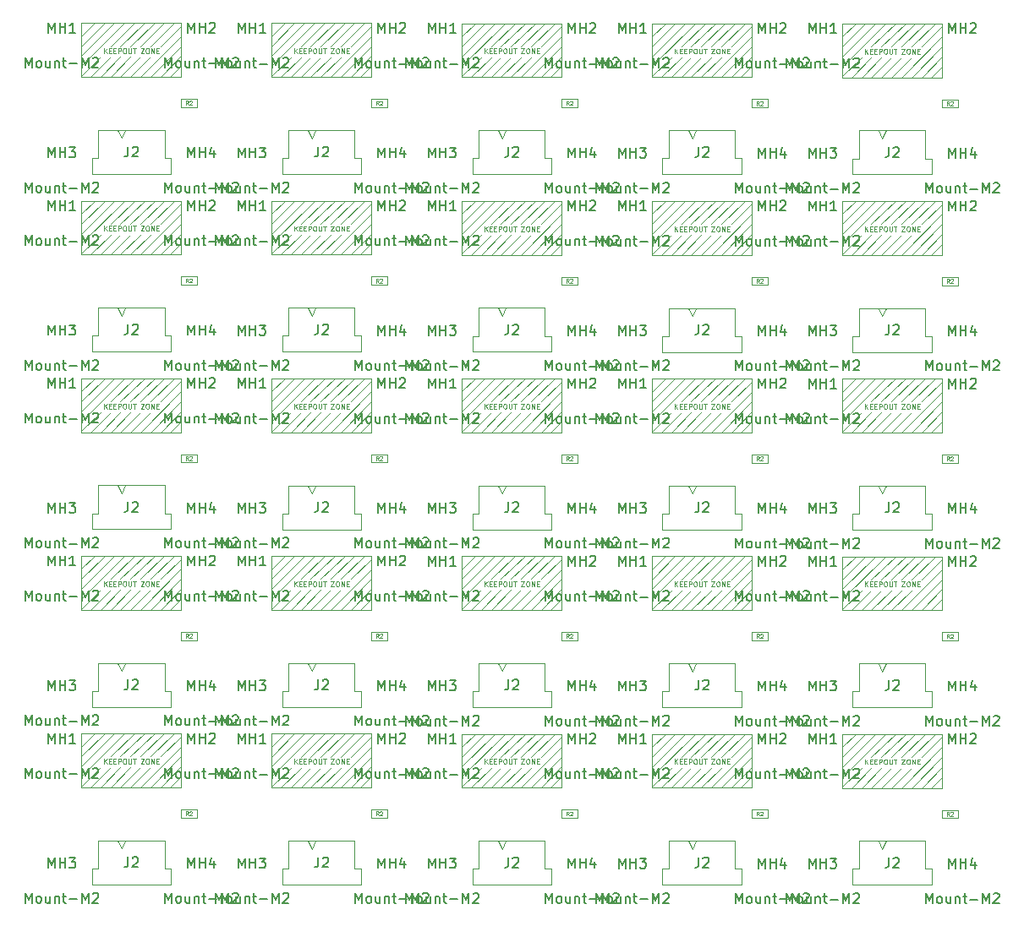
<source format=gbr>
G04 #@! TF.GenerationSoftware,KiCad,Pcbnew,8.99.0-2194-gb3b7cbcab2*
G04 #@! TF.CreationDate,2024-09-18T03:52:14+07:00*
G04 #@! TF.ProjectId,Unified-Daughterboard,556e6966-6965-4642-9d44-617567687465,C3*
G04 #@! TF.SameCoordinates,Original*
G04 #@! TF.FileFunction,AssemblyDrawing,Top*
%FSLAX46Y46*%
G04 Gerber Fmt 4.6, Leading zero omitted, Abs format (unit mm)*
G04 Created by KiCad (PCBNEW 8.99.0-2194-gb3b7cbcab2) date 2024-09-18 03:52:14*
%MOMM*%
%LPD*%
G01*
G04 APERTURE LIST*
%ADD10C,0.125000*%
%ADD11C,0.150000*%
%ADD12C,0.060000*%
%ADD13C,0.120000*%
%ADD14C,0.050000*%
%ADD15C,0.100000*%
G04 APERTURE END LIST*
D10*
X89020649Y-95071809D02*
X89020649Y-94571809D01*
X89306363Y-95071809D02*
X89092078Y-94786095D01*
X89306363Y-94571809D02*
X89020649Y-94857523D01*
X89520649Y-94809904D02*
X89687316Y-94809904D01*
X89758744Y-95071809D02*
X89520649Y-95071809D01*
X89520649Y-95071809D02*
X89520649Y-94571809D01*
X89520649Y-94571809D02*
X89758744Y-94571809D01*
X89973030Y-94809904D02*
X90139697Y-94809904D01*
X90211125Y-95071809D02*
X89973030Y-95071809D01*
X89973030Y-95071809D02*
X89973030Y-94571809D01*
X89973030Y-94571809D02*
X90211125Y-94571809D01*
X90425411Y-95071809D02*
X90425411Y-94571809D01*
X90425411Y-94571809D02*
X90615887Y-94571809D01*
X90615887Y-94571809D02*
X90663506Y-94595619D01*
X90663506Y-94595619D02*
X90687316Y-94619428D01*
X90687316Y-94619428D02*
X90711125Y-94667047D01*
X90711125Y-94667047D02*
X90711125Y-94738476D01*
X90711125Y-94738476D02*
X90687316Y-94786095D01*
X90687316Y-94786095D02*
X90663506Y-94809904D01*
X90663506Y-94809904D02*
X90615887Y-94833714D01*
X90615887Y-94833714D02*
X90425411Y-94833714D01*
X91020649Y-94571809D02*
X91115887Y-94571809D01*
X91115887Y-94571809D02*
X91163506Y-94595619D01*
X91163506Y-94595619D02*
X91211125Y-94643238D01*
X91211125Y-94643238D02*
X91234935Y-94738476D01*
X91234935Y-94738476D02*
X91234935Y-94905142D01*
X91234935Y-94905142D02*
X91211125Y-95000380D01*
X91211125Y-95000380D02*
X91163506Y-95048000D01*
X91163506Y-95048000D02*
X91115887Y-95071809D01*
X91115887Y-95071809D02*
X91020649Y-95071809D01*
X91020649Y-95071809D02*
X90973030Y-95048000D01*
X90973030Y-95048000D02*
X90925411Y-95000380D01*
X90925411Y-95000380D02*
X90901602Y-94905142D01*
X90901602Y-94905142D02*
X90901602Y-94738476D01*
X90901602Y-94738476D02*
X90925411Y-94643238D01*
X90925411Y-94643238D02*
X90973030Y-94595619D01*
X90973030Y-94595619D02*
X91020649Y-94571809D01*
X91449221Y-94571809D02*
X91449221Y-94976571D01*
X91449221Y-94976571D02*
X91473031Y-95024190D01*
X91473031Y-95024190D02*
X91496840Y-95048000D01*
X91496840Y-95048000D02*
X91544459Y-95071809D01*
X91544459Y-95071809D02*
X91639697Y-95071809D01*
X91639697Y-95071809D02*
X91687316Y-95048000D01*
X91687316Y-95048000D02*
X91711126Y-95024190D01*
X91711126Y-95024190D02*
X91734935Y-94976571D01*
X91734935Y-94976571D02*
X91734935Y-94571809D01*
X91901603Y-94571809D02*
X92187317Y-94571809D01*
X92044460Y-95071809D02*
X92044460Y-94571809D01*
X92687316Y-94571809D02*
X93020649Y-94571809D01*
X93020649Y-94571809D02*
X92687316Y-95071809D01*
X92687316Y-95071809D02*
X93020649Y-95071809D01*
X93306363Y-94571809D02*
X93401601Y-94571809D01*
X93401601Y-94571809D02*
X93449220Y-94595619D01*
X93449220Y-94595619D02*
X93496839Y-94643238D01*
X93496839Y-94643238D02*
X93520649Y-94738476D01*
X93520649Y-94738476D02*
X93520649Y-94905142D01*
X93520649Y-94905142D02*
X93496839Y-95000380D01*
X93496839Y-95000380D02*
X93449220Y-95048000D01*
X93449220Y-95048000D02*
X93401601Y-95071809D01*
X93401601Y-95071809D02*
X93306363Y-95071809D01*
X93306363Y-95071809D02*
X93258744Y-95048000D01*
X93258744Y-95048000D02*
X93211125Y-95000380D01*
X93211125Y-95000380D02*
X93187316Y-94905142D01*
X93187316Y-94905142D02*
X93187316Y-94738476D01*
X93187316Y-94738476D02*
X93211125Y-94643238D01*
X93211125Y-94643238D02*
X93258744Y-94595619D01*
X93258744Y-94595619D02*
X93306363Y-94571809D01*
X93734935Y-95071809D02*
X93734935Y-94571809D01*
X93734935Y-94571809D02*
X94020649Y-95071809D01*
X94020649Y-95071809D02*
X94020649Y-94571809D01*
X94258745Y-94809904D02*
X94425412Y-94809904D01*
X94496840Y-95071809D02*
X94258745Y-95071809D01*
X94258745Y-95071809D02*
X94258745Y-94571809D01*
X94258745Y-94571809D02*
X94496840Y-94571809D01*
D11*
X23964473Y-108971819D02*
X23964473Y-107971819D01*
X23964473Y-107971819D02*
X24297806Y-108686104D01*
X24297806Y-108686104D02*
X24631139Y-107971819D01*
X24631139Y-107971819D02*
X24631139Y-108971819D01*
X25250187Y-108971819D02*
X25154949Y-108924200D01*
X25154949Y-108924200D02*
X25107330Y-108876580D01*
X25107330Y-108876580D02*
X25059711Y-108781342D01*
X25059711Y-108781342D02*
X25059711Y-108495628D01*
X25059711Y-108495628D02*
X25107330Y-108400390D01*
X25107330Y-108400390D02*
X25154949Y-108352771D01*
X25154949Y-108352771D02*
X25250187Y-108305152D01*
X25250187Y-108305152D02*
X25393044Y-108305152D01*
X25393044Y-108305152D02*
X25488282Y-108352771D01*
X25488282Y-108352771D02*
X25535901Y-108400390D01*
X25535901Y-108400390D02*
X25583520Y-108495628D01*
X25583520Y-108495628D02*
X25583520Y-108781342D01*
X25583520Y-108781342D02*
X25535901Y-108876580D01*
X25535901Y-108876580D02*
X25488282Y-108924200D01*
X25488282Y-108924200D02*
X25393044Y-108971819D01*
X25393044Y-108971819D02*
X25250187Y-108971819D01*
X26440663Y-108305152D02*
X26440663Y-108971819D01*
X26012092Y-108305152D02*
X26012092Y-108828961D01*
X26012092Y-108828961D02*
X26059711Y-108924200D01*
X26059711Y-108924200D02*
X26154949Y-108971819D01*
X26154949Y-108971819D02*
X26297806Y-108971819D01*
X26297806Y-108971819D02*
X26393044Y-108924200D01*
X26393044Y-108924200D02*
X26440663Y-108876580D01*
X26916854Y-108305152D02*
X26916854Y-108971819D01*
X26916854Y-108400390D02*
X26964473Y-108352771D01*
X26964473Y-108352771D02*
X27059711Y-108305152D01*
X27059711Y-108305152D02*
X27202568Y-108305152D01*
X27202568Y-108305152D02*
X27297806Y-108352771D01*
X27297806Y-108352771D02*
X27345425Y-108448009D01*
X27345425Y-108448009D02*
X27345425Y-108971819D01*
X27678759Y-108305152D02*
X28059711Y-108305152D01*
X27821616Y-107971819D02*
X27821616Y-108828961D01*
X27821616Y-108828961D02*
X27869235Y-108924200D01*
X27869235Y-108924200D02*
X27964473Y-108971819D01*
X27964473Y-108971819D02*
X28059711Y-108971819D01*
X28393045Y-108590866D02*
X29154950Y-108590866D01*
X29631140Y-108971819D02*
X29631140Y-107971819D01*
X29631140Y-107971819D02*
X29964473Y-108686104D01*
X29964473Y-108686104D02*
X30297806Y-107971819D01*
X30297806Y-107971819D02*
X30297806Y-108971819D01*
X30726378Y-108067057D02*
X30773997Y-108019438D01*
X30773997Y-108019438D02*
X30869235Y-107971819D01*
X30869235Y-107971819D02*
X31107330Y-107971819D01*
X31107330Y-107971819D02*
X31202568Y-108019438D01*
X31202568Y-108019438D02*
X31250187Y-108067057D01*
X31250187Y-108067057D02*
X31297806Y-108162295D01*
X31297806Y-108162295D02*
X31297806Y-108257533D01*
X31297806Y-108257533D02*
X31250187Y-108400390D01*
X31250187Y-108400390D02*
X30678759Y-108971819D01*
X30678759Y-108971819D02*
X31297806Y-108971819D01*
X26273997Y-105471819D02*
X26273997Y-104471819D01*
X26273997Y-104471819D02*
X26607330Y-105186104D01*
X26607330Y-105186104D02*
X26940663Y-104471819D01*
X26940663Y-104471819D02*
X26940663Y-105471819D01*
X27416854Y-105471819D02*
X27416854Y-104471819D01*
X27416854Y-104948009D02*
X27988282Y-104948009D01*
X27988282Y-105471819D02*
X27988282Y-104471819D01*
X28369235Y-104471819D02*
X28988282Y-104471819D01*
X28988282Y-104471819D02*
X28654949Y-104852771D01*
X28654949Y-104852771D02*
X28797806Y-104852771D01*
X28797806Y-104852771D02*
X28893044Y-104900390D01*
X28893044Y-104900390D02*
X28940663Y-104948009D01*
X28940663Y-104948009D02*
X28988282Y-105043247D01*
X28988282Y-105043247D02*
X28988282Y-105281342D01*
X28988282Y-105281342D02*
X28940663Y-105376580D01*
X28940663Y-105376580D02*
X28893044Y-105424200D01*
X28893044Y-105424200D02*
X28797806Y-105471819D01*
X28797806Y-105471819D02*
X28512092Y-105471819D01*
X28512092Y-105471819D02*
X28416854Y-105424200D01*
X28416854Y-105424200D02*
X28369235Y-105376580D01*
X91413506Y-104426819D02*
X91413506Y-105141104D01*
X91413506Y-105141104D02*
X91365887Y-105283961D01*
X91365887Y-105283961D02*
X91270649Y-105379200D01*
X91270649Y-105379200D02*
X91127792Y-105426819D01*
X91127792Y-105426819D02*
X91032554Y-105426819D01*
X91842078Y-104522057D02*
X91889697Y-104474438D01*
X91889697Y-104474438D02*
X91984935Y-104426819D01*
X91984935Y-104426819D02*
X92223030Y-104426819D01*
X92223030Y-104426819D02*
X92318268Y-104474438D01*
X92318268Y-104474438D02*
X92365887Y-104522057D01*
X92365887Y-104522057D02*
X92413506Y-104617295D01*
X92413506Y-104617295D02*
X92413506Y-104712533D01*
X92413506Y-104712533D02*
X92365887Y-104855390D01*
X92365887Y-104855390D02*
X91794459Y-105426819D01*
X91794459Y-105426819D02*
X92413506Y-105426819D01*
D12*
X97439343Y-100244097D02*
X97306010Y-100053621D01*
X97210772Y-100244097D02*
X97210772Y-99844097D01*
X97210772Y-99844097D02*
X97363153Y-99844097D01*
X97363153Y-99844097D02*
X97401248Y-99863145D01*
X97401248Y-99863145D02*
X97420295Y-99882192D01*
X97420295Y-99882192D02*
X97439343Y-99920288D01*
X97439343Y-99920288D02*
X97439343Y-99977430D01*
X97439343Y-99977430D02*
X97420295Y-100015526D01*
X97420295Y-100015526D02*
X97401248Y-100034573D01*
X97401248Y-100034573D02*
X97363153Y-100053621D01*
X97363153Y-100053621D02*
X97210772Y-100053621D01*
X97591724Y-99882192D02*
X97610772Y-99863145D01*
X97610772Y-99863145D02*
X97648867Y-99844097D01*
X97648867Y-99844097D02*
X97744105Y-99844097D01*
X97744105Y-99844097D02*
X97782200Y-99863145D01*
X97782200Y-99863145D02*
X97801248Y-99882192D01*
X97801248Y-99882192D02*
X97820295Y-99920288D01*
X97820295Y-99920288D02*
X97820295Y-99958383D01*
X97820295Y-99958383D02*
X97801248Y-100015526D01*
X97801248Y-100015526D02*
X97572676Y-100244097D01*
X97572676Y-100244097D02*
X97820295Y-100244097D01*
D11*
X37964473Y-108971819D02*
X37964473Y-107971819D01*
X37964473Y-107971819D02*
X38297806Y-108686104D01*
X38297806Y-108686104D02*
X38631139Y-107971819D01*
X38631139Y-107971819D02*
X38631139Y-108971819D01*
X39250187Y-108971819D02*
X39154949Y-108924200D01*
X39154949Y-108924200D02*
X39107330Y-108876580D01*
X39107330Y-108876580D02*
X39059711Y-108781342D01*
X39059711Y-108781342D02*
X39059711Y-108495628D01*
X39059711Y-108495628D02*
X39107330Y-108400390D01*
X39107330Y-108400390D02*
X39154949Y-108352771D01*
X39154949Y-108352771D02*
X39250187Y-108305152D01*
X39250187Y-108305152D02*
X39393044Y-108305152D01*
X39393044Y-108305152D02*
X39488282Y-108352771D01*
X39488282Y-108352771D02*
X39535901Y-108400390D01*
X39535901Y-108400390D02*
X39583520Y-108495628D01*
X39583520Y-108495628D02*
X39583520Y-108781342D01*
X39583520Y-108781342D02*
X39535901Y-108876580D01*
X39535901Y-108876580D02*
X39488282Y-108924200D01*
X39488282Y-108924200D02*
X39393044Y-108971819D01*
X39393044Y-108971819D02*
X39250187Y-108971819D01*
X40440663Y-108305152D02*
X40440663Y-108971819D01*
X40012092Y-108305152D02*
X40012092Y-108828961D01*
X40012092Y-108828961D02*
X40059711Y-108924200D01*
X40059711Y-108924200D02*
X40154949Y-108971819D01*
X40154949Y-108971819D02*
X40297806Y-108971819D01*
X40297806Y-108971819D02*
X40393044Y-108924200D01*
X40393044Y-108924200D02*
X40440663Y-108876580D01*
X40916854Y-108305152D02*
X40916854Y-108971819D01*
X40916854Y-108400390D02*
X40964473Y-108352771D01*
X40964473Y-108352771D02*
X41059711Y-108305152D01*
X41059711Y-108305152D02*
X41202568Y-108305152D01*
X41202568Y-108305152D02*
X41297806Y-108352771D01*
X41297806Y-108352771D02*
X41345425Y-108448009D01*
X41345425Y-108448009D02*
X41345425Y-108971819D01*
X41678759Y-108305152D02*
X42059711Y-108305152D01*
X41821616Y-107971819D02*
X41821616Y-108828961D01*
X41821616Y-108828961D02*
X41869235Y-108924200D01*
X41869235Y-108924200D02*
X41964473Y-108971819D01*
X41964473Y-108971819D02*
X42059711Y-108971819D01*
X42393045Y-108590866D02*
X43154950Y-108590866D01*
X43631140Y-108971819D02*
X43631140Y-107971819D01*
X43631140Y-107971819D02*
X43964473Y-108686104D01*
X43964473Y-108686104D02*
X44297806Y-107971819D01*
X44297806Y-107971819D02*
X44297806Y-108971819D01*
X44726378Y-108067057D02*
X44773997Y-108019438D01*
X44773997Y-108019438D02*
X44869235Y-107971819D01*
X44869235Y-107971819D02*
X45107330Y-107971819D01*
X45107330Y-107971819D02*
X45202568Y-108019438D01*
X45202568Y-108019438D02*
X45250187Y-108067057D01*
X45250187Y-108067057D02*
X45297806Y-108162295D01*
X45297806Y-108162295D02*
X45297806Y-108257533D01*
X45297806Y-108257533D02*
X45250187Y-108400390D01*
X45250187Y-108400390D02*
X44678759Y-108971819D01*
X44678759Y-108971819D02*
X45297806Y-108971819D01*
X40273997Y-105471819D02*
X40273997Y-104471819D01*
X40273997Y-104471819D02*
X40607330Y-105186104D01*
X40607330Y-105186104D02*
X40940663Y-104471819D01*
X40940663Y-104471819D02*
X40940663Y-105471819D01*
X41416854Y-105471819D02*
X41416854Y-104471819D01*
X41416854Y-104948009D02*
X41988282Y-104948009D01*
X41988282Y-105471819D02*
X41988282Y-104471819D01*
X42893044Y-104805152D02*
X42893044Y-105471819D01*
X42654949Y-104424200D02*
X42416854Y-105138485D01*
X42416854Y-105138485D02*
X43035901Y-105138485D01*
X81105983Y-96501819D02*
X81105983Y-95501819D01*
X81105983Y-95501819D02*
X81439316Y-96216104D01*
X81439316Y-96216104D02*
X81772649Y-95501819D01*
X81772649Y-95501819D02*
X81772649Y-96501819D01*
X82391697Y-96501819D02*
X82296459Y-96454200D01*
X82296459Y-96454200D02*
X82248840Y-96406580D01*
X82248840Y-96406580D02*
X82201221Y-96311342D01*
X82201221Y-96311342D02*
X82201221Y-96025628D01*
X82201221Y-96025628D02*
X82248840Y-95930390D01*
X82248840Y-95930390D02*
X82296459Y-95882771D01*
X82296459Y-95882771D02*
X82391697Y-95835152D01*
X82391697Y-95835152D02*
X82534554Y-95835152D01*
X82534554Y-95835152D02*
X82629792Y-95882771D01*
X82629792Y-95882771D02*
X82677411Y-95930390D01*
X82677411Y-95930390D02*
X82725030Y-96025628D01*
X82725030Y-96025628D02*
X82725030Y-96311342D01*
X82725030Y-96311342D02*
X82677411Y-96406580D01*
X82677411Y-96406580D02*
X82629792Y-96454200D01*
X82629792Y-96454200D02*
X82534554Y-96501819D01*
X82534554Y-96501819D02*
X82391697Y-96501819D01*
X83582173Y-95835152D02*
X83582173Y-96501819D01*
X83153602Y-95835152D02*
X83153602Y-96358961D01*
X83153602Y-96358961D02*
X83201221Y-96454200D01*
X83201221Y-96454200D02*
X83296459Y-96501819D01*
X83296459Y-96501819D02*
X83439316Y-96501819D01*
X83439316Y-96501819D02*
X83534554Y-96454200D01*
X83534554Y-96454200D02*
X83582173Y-96406580D01*
X84058364Y-95835152D02*
X84058364Y-96501819D01*
X84058364Y-95930390D02*
X84105983Y-95882771D01*
X84105983Y-95882771D02*
X84201221Y-95835152D01*
X84201221Y-95835152D02*
X84344078Y-95835152D01*
X84344078Y-95835152D02*
X84439316Y-95882771D01*
X84439316Y-95882771D02*
X84486935Y-95978009D01*
X84486935Y-95978009D02*
X84486935Y-96501819D01*
X84820269Y-95835152D02*
X85201221Y-95835152D01*
X84963126Y-95501819D02*
X84963126Y-96358961D01*
X84963126Y-96358961D02*
X85010745Y-96454200D01*
X85010745Y-96454200D02*
X85105983Y-96501819D01*
X85105983Y-96501819D02*
X85201221Y-96501819D01*
X85534555Y-96120866D02*
X86296460Y-96120866D01*
X86772650Y-96501819D02*
X86772650Y-95501819D01*
X86772650Y-95501819D02*
X87105983Y-96216104D01*
X87105983Y-96216104D02*
X87439316Y-95501819D01*
X87439316Y-95501819D02*
X87439316Y-96501819D01*
X87867888Y-95597057D02*
X87915507Y-95549438D01*
X87915507Y-95549438D02*
X88010745Y-95501819D01*
X88010745Y-95501819D02*
X88248840Y-95501819D01*
X88248840Y-95501819D02*
X88344078Y-95549438D01*
X88344078Y-95549438D02*
X88391697Y-95597057D01*
X88391697Y-95597057D02*
X88439316Y-95692295D01*
X88439316Y-95692295D02*
X88439316Y-95787533D01*
X88439316Y-95787533D02*
X88391697Y-95930390D01*
X88391697Y-95930390D02*
X87820269Y-96501819D01*
X87820269Y-96501819D02*
X88439316Y-96501819D01*
X83415507Y-93001819D02*
X83415507Y-92001819D01*
X83415507Y-92001819D02*
X83748840Y-92716104D01*
X83748840Y-92716104D02*
X84082173Y-92001819D01*
X84082173Y-92001819D02*
X84082173Y-93001819D01*
X84558364Y-93001819D02*
X84558364Y-92001819D01*
X84558364Y-92478009D02*
X85129792Y-92478009D01*
X85129792Y-93001819D02*
X85129792Y-92001819D01*
X86129792Y-93001819D02*
X85558364Y-93001819D01*
X85844078Y-93001819D02*
X85844078Y-92001819D01*
X85844078Y-92001819D02*
X85748840Y-92144676D01*
X85748840Y-92144676D02*
X85653602Y-92239914D01*
X85653602Y-92239914D02*
X85558364Y-92287533D01*
X53319166Y-104406819D02*
X53319166Y-105121104D01*
X53319166Y-105121104D02*
X53271547Y-105263961D01*
X53271547Y-105263961D02*
X53176309Y-105359200D01*
X53176309Y-105359200D02*
X53033452Y-105406819D01*
X53033452Y-105406819D02*
X52938214Y-105406819D01*
X53747738Y-104502057D02*
X53795357Y-104454438D01*
X53795357Y-104454438D02*
X53890595Y-104406819D01*
X53890595Y-104406819D02*
X54128690Y-104406819D01*
X54128690Y-104406819D02*
X54223928Y-104454438D01*
X54223928Y-104454438D02*
X54271547Y-104502057D01*
X54271547Y-104502057D02*
X54319166Y-104597295D01*
X54319166Y-104597295D02*
X54319166Y-104692533D01*
X54319166Y-104692533D02*
X54271547Y-104835390D01*
X54271547Y-104835390D02*
X53700119Y-105406819D01*
X53700119Y-105406819D02*
X54319166Y-105406819D01*
X43011643Y-108981819D02*
X43011643Y-107981819D01*
X43011643Y-107981819D02*
X43344976Y-108696104D01*
X43344976Y-108696104D02*
X43678309Y-107981819D01*
X43678309Y-107981819D02*
X43678309Y-108981819D01*
X44297357Y-108981819D02*
X44202119Y-108934200D01*
X44202119Y-108934200D02*
X44154500Y-108886580D01*
X44154500Y-108886580D02*
X44106881Y-108791342D01*
X44106881Y-108791342D02*
X44106881Y-108505628D01*
X44106881Y-108505628D02*
X44154500Y-108410390D01*
X44154500Y-108410390D02*
X44202119Y-108362771D01*
X44202119Y-108362771D02*
X44297357Y-108315152D01*
X44297357Y-108315152D02*
X44440214Y-108315152D01*
X44440214Y-108315152D02*
X44535452Y-108362771D01*
X44535452Y-108362771D02*
X44583071Y-108410390D01*
X44583071Y-108410390D02*
X44630690Y-108505628D01*
X44630690Y-108505628D02*
X44630690Y-108791342D01*
X44630690Y-108791342D02*
X44583071Y-108886580D01*
X44583071Y-108886580D02*
X44535452Y-108934200D01*
X44535452Y-108934200D02*
X44440214Y-108981819D01*
X44440214Y-108981819D02*
X44297357Y-108981819D01*
X45487833Y-108315152D02*
X45487833Y-108981819D01*
X45059262Y-108315152D02*
X45059262Y-108838961D01*
X45059262Y-108838961D02*
X45106881Y-108934200D01*
X45106881Y-108934200D02*
X45202119Y-108981819D01*
X45202119Y-108981819D02*
X45344976Y-108981819D01*
X45344976Y-108981819D02*
X45440214Y-108934200D01*
X45440214Y-108934200D02*
X45487833Y-108886580D01*
X45964024Y-108315152D02*
X45964024Y-108981819D01*
X45964024Y-108410390D02*
X46011643Y-108362771D01*
X46011643Y-108362771D02*
X46106881Y-108315152D01*
X46106881Y-108315152D02*
X46249738Y-108315152D01*
X46249738Y-108315152D02*
X46344976Y-108362771D01*
X46344976Y-108362771D02*
X46392595Y-108458009D01*
X46392595Y-108458009D02*
X46392595Y-108981819D01*
X46725929Y-108315152D02*
X47106881Y-108315152D01*
X46868786Y-107981819D02*
X46868786Y-108838961D01*
X46868786Y-108838961D02*
X46916405Y-108934200D01*
X46916405Y-108934200D02*
X47011643Y-108981819D01*
X47011643Y-108981819D02*
X47106881Y-108981819D01*
X47440215Y-108600866D02*
X48202120Y-108600866D01*
X48678310Y-108981819D02*
X48678310Y-107981819D01*
X48678310Y-107981819D02*
X49011643Y-108696104D01*
X49011643Y-108696104D02*
X49344976Y-107981819D01*
X49344976Y-107981819D02*
X49344976Y-108981819D01*
X49773548Y-108077057D02*
X49821167Y-108029438D01*
X49821167Y-108029438D02*
X49916405Y-107981819D01*
X49916405Y-107981819D02*
X50154500Y-107981819D01*
X50154500Y-107981819D02*
X50249738Y-108029438D01*
X50249738Y-108029438D02*
X50297357Y-108077057D01*
X50297357Y-108077057D02*
X50344976Y-108172295D01*
X50344976Y-108172295D02*
X50344976Y-108267533D01*
X50344976Y-108267533D02*
X50297357Y-108410390D01*
X50297357Y-108410390D02*
X49725929Y-108981819D01*
X49725929Y-108981819D02*
X50344976Y-108981819D01*
X45321167Y-105481819D02*
X45321167Y-104481819D01*
X45321167Y-104481819D02*
X45654500Y-105196104D01*
X45654500Y-105196104D02*
X45987833Y-104481819D01*
X45987833Y-104481819D02*
X45987833Y-105481819D01*
X46464024Y-105481819D02*
X46464024Y-104481819D01*
X46464024Y-104958009D02*
X47035452Y-104958009D01*
X47035452Y-105481819D02*
X47035452Y-104481819D01*
X47416405Y-104481819D02*
X48035452Y-104481819D01*
X48035452Y-104481819D02*
X47702119Y-104862771D01*
X47702119Y-104862771D02*
X47844976Y-104862771D01*
X47844976Y-104862771D02*
X47940214Y-104910390D01*
X47940214Y-104910390D02*
X47987833Y-104958009D01*
X47987833Y-104958009D02*
X48035452Y-105053247D01*
X48035452Y-105053247D02*
X48035452Y-105291342D01*
X48035452Y-105291342D02*
X47987833Y-105386580D01*
X47987833Y-105386580D02*
X47940214Y-105434200D01*
X47940214Y-105434200D02*
X47844976Y-105481819D01*
X47844976Y-105481819D02*
X47559262Y-105481819D01*
X47559262Y-105481819D02*
X47464024Y-105434200D01*
X47464024Y-105434200D02*
X47416405Y-105386580D01*
D10*
X50926309Y-95051809D02*
X50926309Y-94551809D01*
X51212023Y-95051809D02*
X50997738Y-94766095D01*
X51212023Y-94551809D02*
X50926309Y-94837523D01*
X51426309Y-94789904D02*
X51592976Y-94789904D01*
X51664404Y-95051809D02*
X51426309Y-95051809D01*
X51426309Y-95051809D02*
X51426309Y-94551809D01*
X51426309Y-94551809D02*
X51664404Y-94551809D01*
X51878690Y-94789904D02*
X52045357Y-94789904D01*
X52116785Y-95051809D02*
X51878690Y-95051809D01*
X51878690Y-95051809D02*
X51878690Y-94551809D01*
X51878690Y-94551809D02*
X52116785Y-94551809D01*
X52331071Y-95051809D02*
X52331071Y-94551809D01*
X52331071Y-94551809D02*
X52521547Y-94551809D01*
X52521547Y-94551809D02*
X52569166Y-94575619D01*
X52569166Y-94575619D02*
X52592976Y-94599428D01*
X52592976Y-94599428D02*
X52616785Y-94647047D01*
X52616785Y-94647047D02*
X52616785Y-94718476D01*
X52616785Y-94718476D02*
X52592976Y-94766095D01*
X52592976Y-94766095D02*
X52569166Y-94789904D01*
X52569166Y-94789904D02*
X52521547Y-94813714D01*
X52521547Y-94813714D02*
X52331071Y-94813714D01*
X52926309Y-94551809D02*
X53021547Y-94551809D01*
X53021547Y-94551809D02*
X53069166Y-94575619D01*
X53069166Y-94575619D02*
X53116785Y-94623238D01*
X53116785Y-94623238D02*
X53140595Y-94718476D01*
X53140595Y-94718476D02*
X53140595Y-94885142D01*
X53140595Y-94885142D02*
X53116785Y-94980380D01*
X53116785Y-94980380D02*
X53069166Y-95028000D01*
X53069166Y-95028000D02*
X53021547Y-95051809D01*
X53021547Y-95051809D02*
X52926309Y-95051809D01*
X52926309Y-95051809D02*
X52878690Y-95028000D01*
X52878690Y-95028000D02*
X52831071Y-94980380D01*
X52831071Y-94980380D02*
X52807262Y-94885142D01*
X52807262Y-94885142D02*
X52807262Y-94718476D01*
X52807262Y-94718476D02*
X52831071Y-94623238D01*
X52831071Y-94623238D02*
X52878690Y-94575619D01*
X52878690Y-94575619D02*
X52926309Y-94551809D01*
X53354881Y-94551809D02*
X53354881Y-94956571D01*
X53354881Y-94956571D02*
X53378691Y-95004190D01*
X53378691Y-95004190D02*
X53402500Y-95028000D01*
X53402500Y-95028000D02*
X53450119Y-95051809D01*
X53450119Y-95051809D02*
X53545357Y-95051809D01*
X53545357Y-95051809D02*
X53592976Y-95028000D01*
X53592976Y-95028000D02*
X53616786Y-95004190D01*
X53616786Y-95004190D02*
X53640595Y-94956571D01*
X53640595Y-94956571D02*
X53640595Y-94551809D01*
X53807263Y-94551809D02*
X54092977Y-94551809D01*
X53950120Y-95051809D02*
X53950120Y-94551809D01*
X54592976Y-94551809D02*
X54926309Y-94551809D01*
X54926309Y-94551809D02*
X54592976Y-95051809D01*
X54592976Y-95051809D02*
X54926309Y-95051809D01*
X55212023Y-94551809D02*
X55307261Y-94551809D01*
X55307261Y-94551809D02*
X55354880Y-94575619D01*
X55354880Y-94575619D02*
X55402499Y-94623238D01*
X55402499Y-94623238D02*
X55426309Y-94718476D01*
X55426309Y-94718476D02*
X55426309Y-94885142D01*
X55426309Y-94885142D02*
X55402499Y-94980380D01*
X55402499Y-94980380D02*
X55354880Y-95028000D01*
X55354880Y-95028000D02*
X55307261Y-95051809D01*
X55307261Y-95051809D02*
X55212023Y-95051809D01*
X55212023Y-95051809D02*
X55164404Y-95028000D01*
X55164404Y-95028000D02*
X55116785Y-94980380D01*
X55116785Y-94980380D02*
X55092976Y-94885142D01*
X55092976Y-94885142D02*
X55092976Y-94718476D01*
X55092976Y-94718476D02*
X55116785Y-94623238D01*
X55116785Y-94623238D02*
X55164404Y-94575619D01*
X55164404Y-94575619D02*
X55212023Y-94551809D01*
X55640595Y-95051809D02*
X55640595Y-94551809D01*
X55640595Y-94551809D02*
X55926309Y-95051809D01*
X55926309Y-95051809D02*
X55926309Y-94551809D01*
X56164405Y-94789904D02*
X56331072Y-94789904D01*
X56402500Y-95051809D02*
X56164405Y-95051809D01*
X56164405Y-95051809D02*
X56164405Y-94551809D01*
X56164405Y-94551809D02*
X56402500Y-94551809D01*
X69973479Y-95061809D02*
X69973479Y-94561809D01*
X70259193Y-95061809D02*
X70044908Y-94776095D01*
X70259193Y-94561809D02*
X69973479Y-94847523D01*
X70473479Y-94799904D02*
X70640146Y-94799904D01*
X70711574Y-95061809D02*
X70473479Y-95061809D01*
X70473479Y-95061809D02*
X70473479Y-94561809D01*
X70473479Y-94561809D02*
X70711574Y-94561809D01*
X70925860Y-94799904D02*
X71092527Y-94799904D01*
X71163955Y-95061809D02*
X70925860Y-95061809D01*
X70925860Y-95061809D02*
X70925860Y-94561809D01*
X70925860Y-94561809D02*
X71163955Y-94561809D01*
X71378241Y-95061809D02*
X71378241Y-94561809D01*
X71378241Y-94561809D02*
X71568717Y-94561809D01*
X71568717Y-94561809D02*
X71616336Y-94585619D01*
X71616336Y-94585619D02*
X71640146Y-94609428D01*
X71640146Y-94609428D02*
X71663955Y-94657047D01*
X71663955Y-94657047D02*
X71663955Y-94728476D01*
X71663955Y-94728476D02*
X71640146Y-94776095D01*
X71640146Y-94776095D02*
X71616336Y-94799904D01*
X71616336Y-94799904D02*
X71568717Y-94823714D01*
X71568717Y-94823714D02*
X71378241Y-94823714D01*
X71973479Y-94561809D02*
X72068717Y-94561809D01*
X72068717Y-94561809D02*
X72116336Y-94585619D01*
X72116336Y-94585619D02*
X72163955Y-94633238D01*
X72163955Y-94633238D02*
X72187765Y-94728476D01*
X72187765Y-94728476D02*
X72187765Y-94895142D01*
X72187765Y-94895142D02*
X72163955Y-94990380D01*
X72163955Y-94990380D02*
X72116336Y-95038000D01*
X72116336Y-95038000D02*
X72068717Y-95061809D01*
X72068717Y-95061809D02*
X71973479Y-95061809D01*
X71973479Y-95061809D02*
X71925860Y-95038000D01*
X71925860Y-95038000D02*
X71878241Y-94990380D01*
X71878241Y-94990380D02*
X71854432Y-94895142D01*
X71854432Y-94895142D02*
X71854432Y-94728476D01*
X71854432Y-94728476D02*
X71878241Y-94633238D01*
X71878241Y-94633238D02*
X71925860Y-94585619D01*
X71925860Y-94585619D02*
X71973479Y-94561809D01*
X72402051Y-94561809D02*
X72402051Y-94966571D01*
X72402051Y-94966571D02*
X72425861Y-95014190D01*
X72425861Y-95014190D02*
X72449670Y-95038000D01*
X72449670Y-95038000D02*
X72497289Y-95061809D01*
X72497289Y-95061809D02*
X72592527Y-95061809D01*
X72592527Y-95061809D02*
X72640146Y-95038000D01*
X72640146Y-95038000D02*
X72663956Y-95014190D01*
X72663956Y-95014190D02*
X72687765Y-94966571D01*
X72687765Y-94966571D02*
X72687765Y-94561809D01*
X72854433Y-94561809D02*
X73140147Y-94561809D01*
X72997290Y-95061809D02*
X72997290Y-94561809D01*
X73640146Y-94561809D02*
X73973479Y-94561809D01*
X73973479Y-94561809D02*
X73640146Y-95061809D01*
X73640146Y-95061809D02*
X73973479Y-95061809D01*
X74259193Y-94561809D02*
X74354431Y-94561809D01*
X74354431Y-94561809D02*
X74402050Y-94585619D01*
X74402050Y-94585619D02*
X74449669Y-94633238D01*
X74449669Y-94633238D02*
X74473479Y-94728476D01*
X74473479Y-94728476D02*
X74473479Y-94895142D01*
X74473479Y-94895142D02*
X74449669Y-94990380D01*
X74449669Y-94990380D02*
X74402050Y-95038000D01*
X74402050Y-95038000D02*
X74354431Y-95061809D01*
X74354431Y-95061809D02*
X74259193Y-95061809D01*
X74259193Y-95061809D02*
X74211574Y-95038000D01*
X74211574Y-95038000D02*
X74163955Y-94990380D01*
X74163955Y-94990380D02*
X74140146Y-94895142D01*
X74140146Y-94895142D02*
X74140146Y-94728476D01*
X74140146Y-94728476D02*
X74163955Y-94633238D01*
X74163955Y-94633238D02*
X74211574Y-94585619D01*
X74211574Y-94585619D02*
X74259193Y-94561809D01*
X74687765Y-95061809D02*
X74687765Y-94561809D01*
X74687765Y-94561809D02*
X74973479Y-95061809D01*
X74973479Y-95061809D02*
X74973479Y-94561809D01*
X75211575Y-94799904D02*
X75378242Y-94799904D01*
X75449670Y-95061809D02*
X75211575Y-95061809D01*
X75211575Y-95061809D02*
X75211575Y-94561809D01*
X75211575Y-94561809D02*
X75449670Y-94561809D01*
D11*
X62058813Y-96491819D02*
X62058813Y-95491819D01*
X62058813Y-95491819D02*
X62392146Y-96206104D01*
X62392146Y-96206104D02*
X62725479Y-95491819D01*
X62725479Y-95491819D02*
X62725479Y-96491819D01*
X63344527Y-96491819D02*
X63249289Y-96444200D01*
X63249289Y-96444200D02*
X63201670Y-96396580D01*
X63201670Y-96396580D02*
X63154051Y-96301342D01*
X63154051Y-96301342D02*
X63154051Y-96015628D01*
X63154051Y-96015628D02*
X63201670Y-95920390D01*
X63201670Y-95920390D02*
X63249289Y-95872771D01*
X63249289Y-95872771D02*
X63344527Y-95825152D01*
X63344527Y-95825152D02*
X63487384Y-95825152D01*
X63487384Y-95825152D02*
X63582622Y-95872771D01*
X63582622Y-95872771D02*
X63630241Y-95920390D01*
X63630241Y-95920390D02*
X63677860Y-96015628D01*
X63677860Y-96015628D02*
X63677860Y-96301342D01*
X63677860Y-96301342D02*
X63630241Y-96396580D01*
X63630241Y-96396580D02*
X63582622Y-96444200D01*
X63582622Y-96444200D02*
X63487384Y-96491819D01*
X63487384Y-96491819D02*
X63344527Y-96491819D01*
X64535003Y-95825152D02*
X64535003Y-96491819D01*
X64106432Y-95825152D02*
X64106432Y-96348961D01*
X64106432Y-96348961D02*
X64154051Y-96444200D01*
X64154051Y-96444200D02*
X64249289Y-96491819D01*
X64249289Y-96491819D02*
X64392146Y-96491819D01*
X64392146Y-96491819D02*
X64487384Y-96444200D01*
X64487384Y-96444200D02*
X64535003Y-96396580D01*
X65011194Y-95825152D02*
X65011194Y-96491819D01*
X65011194Y-95920390D02*
X65058813Y-95872771D01*
X65058813Y-95872771D02*
X65154051Y-95825152D01*
X65154051Y-95825152D02*
X65296908Y-95825152D01*
X65296908Y-95825152D02*
X65392146Y-95872771D01*
X65392146Y-95872771D02*
X65439765Y-95968009D01*
X65439765Y-95968009D02*
X65439765Y-96491819D01*
X65773099Y-95825152D02*
X66154051Y-95825152D01*
X65915956Y-95491819D02*
X65915956Y-96348961D01*
X65915956Y-96348961D02*
X65963575Y-96444200D01*
X65963575Y-96444200D02*
X66058813Y-96491819D01*
X66058813Y-96491819D02*
X66154051Y-96491819D01*
X66487385Y-96110866D02*
X67249290Y-96110866D01*
X67725480Y-96491819D02*
X67725480Y-95491819D01*
X67725480Y-95491819D02*
X68058813Y-96206104D01*
X68058813Y-96206104D02*
X68392146Y-95491819D01*
X68392146Y-95491819D02*
X68392146Y-96491819D01*
X68820718Y-95587057D02*
X68868337Y-95539438D01*
X68868337Y-95539438D02*
X68963575Y-95491819D01*
X68963575Y-95491819D02*
X69201670Y-95491819D01*
X69201670Y-95491819D02*
X69296908Y-95539438D01*
X69296908Y-95539438D02*
X69344527Y-95587057D01*
X69344527Y-95587057D02*
X69392146Y-95682295D01*
X69392146Y-95682295D02*
X69392146Y-95777533D01*
X69392146Y-95777533D02*
X69344527Y-95920390D01*
X69344527Y-95920390D02*
X68773099Y-96491819D01*
X68773099Y-96491819D02*
X69392146Y-96491819D01*
X64368337Y-92991819D02*
X64368337Y-91991819D01*
X64368337Y-91991819D02*
X64701670Y-92706104D01*
X64701670Y-92706104D02*
X65035003Y-91991819D01*
X65035003Y-91991819D02*
X65035003Y-92991819D01*
X65511194Y-92991819D02*
X65511194Y-91991819D01*
X65511194Y-92468009D02*
X66082622Y-92468009D01*
X66082622Y-92991819D02*
X66082622Y-91991819D01*
X67082622Y-92991819D02*
X66511194Y-92991819D01*
X66796908Y-92991819D02*
X66796908Y-91991819D01*
X66796908Y-91991819D02*
X66701670Y-92134676D01*
X66701670Y-92134676D02*
X66606432Y-92229914D01*
X66606432Y-92229914D02*
X66511194Y-92277533D01*
X43011643Y-96481819D02*
X43011643Y-95481819D01*
X43011643Y-95481819D02*
X43344976Y-96196104D01*
X43344976Y-96196104D02*
X43678309Y-95481819D01*
X43678309Y-95481819D02*
X43678309Y-96481819D01*
X44297357Y-96481819D02*
X44202119Y-96434200D01*
X44202119Y-96434200D02*
X44154500Y-96386580D01*
X44154500Y-96386580D02*
X44106881Y-96291342D01*
X44106881Y-96291342D02*
X44106881Y-96005628D01*
X44106881Y-96005628D02*
X44154500Y-95910390D01*
X44154500Y-95910390D02*
X44202119Y-95862771D01*
X44202119Y-95862771D02*
X44297357Y-95815152D01*
X44297357Y-95815152D02*
X44440214Y-95815152D01*
X44440214Y-95815152D02*
X44535452Y-95862771D01*
X44535452Y-95862771D02*
X44583071Y-95910390D01*
X44583071Y-95910390D02*
X44630690Y-96005628D01*
X44630690Y-96005628D02*
X44630690Y-96291342D01*
X44630690Y-96291342D02*
X44583071Y-96386580D01*
X44583071Y-96386580D02*
X44535452Y-96434200D01*
X44535452Y-96434200D02*
X44440214Y-96481819D01*
X44440214Y-96481819D02*
X44297357Y-96481819D01*
X45487833Y-95815152D02*
X45487833Y-96481819D01*
X45059262Y-95815152D02*
X45059262Y-96338961D01*
X45059262Y-96338961D02*
X45106881Y-96434200D01*
X45106881Y-96434200D02*
X45202119Y-96481819D01*
X45202119Y-96481819D02*
X45344976Y-96481819D01*
X45344976Y-96481819D02*
X45440214Y-96434200D01*
X45440214Y-96434200D02*
X45487833Y-96386580D01*
X45964024Y-95815152D02*
X45964024Y-96481819D01*
X45964024Y-95910390D02*
X46011643Y-95862771D01*
X46011643Y-95862771D02*
X46106881Y-95815152D01*
X46106881Y-95815152D02*
X46249738Y-95815152D01*
X46249738Y-95815152D02*
X46344976Y-95862771D01*
X46344976Y-95862771D02*
X46392595Y-95958009D01*
X46392595Y-95958009D02*
X46392595Y-96481819D01*
X46725929Y-95815152D02*
X47106881Y-95815152D01*
X46868786Y-95481819D02*
X46868786Y-96338961D01*
X46868786Y-96338961D02*
X46916405Y-96434200D01*
X46916405Y-96434200D02*
X47011643Y-96481819D01*
X47011643Y-96481819D02*
X47106881Y-96481819D01*
X47440215Y-96100866D02*
X48202120Y-96100866D01*
X48678310Y-96481819D02*
X48678310Y-95481819D01*
X48678310Y-95481819D02*
X49011643Y-96196104D01*
X49011643Y-96196104D02*
X49344976Y-95481819D01*
X49344976Y-95481819D02*
X49344976Y-96481819D01*
X49773548Y-95577057D02*
X49821167Y-95529438D01*
X49821167Y-95529438D02*
X49916405Y-95481819D01*
X49916405Y-95481819D02*
X50154500Y-95481819D01*
X50154500Y-95481819D02*
X50249738Y-95529438D01*
X50249738Y-95529438D02*
X50297357Y-95577057D01*
X50297357Y-95577057D02*
X50344976Y-95672295D01*
X50344976Y-95672295D02*
X50344976Y-95767533D01*
X50344976Y-95767533D02*
X50297357Y-95910390D01*
X50297357Y-95910390D02*
X49725929Y-96481819D01*
X49725929Y-96481819D02*
X50344976Y-96481819D01*
X45321167Y-92981819D02*
X45321167Y-91981819D01*
X45321167Y-91981819D02*
X45654500Y-92696104D01*
X45654500Y-92696104D02*
X45987833Y-91981819D01*
X45987833Y-91981819D02*
X45987833Y-92981819D01*
X46464024Y-92981819D02*
X46464024Y-91981819D01*
X46464024Y-92458009D02*
X47035452Y-92458009D01*
X47035452Y-92981819D02*
X47035452Y-91981819D01*
X48035452Y-92981819D02*
X47464024Y-92981819D01*
X47749738Y-92981819D02*
X47749738Y-91981819D01*
X47749738Y-91981819D02*
X47654500Y-92124676D01*
X47654500Y-92124676D02*
X47559262Y-92219914D01*
X47559262Y-92219914D02*
X47464024Y-92267533D01*
D12*
X59345003Y-100224097D02*
X59211670Y-100033621D01*
X59116432Y-100224097D02*
X59116432Y-99824097D01*
X59116432Y-99824097D02*
X59268813Y-99824097D01*
X59268813Y-99824097D02*
X59306908Y-99843145D01*
X59306908Y-99843145D02*
X59325955Y-99862192D01*
X59325955Y-99862192D02*
X59345003Y-99900288D01*
X59345003Y-99900288D02*
X59345003Y-99957430D01*
X59345003Y-99957430D02*
X59325955Y-99995526D01*
X59325955Y-99995526D02*
X59306908Y-100014573D01*
X59306908Y-100014573D02*
X59268813Y-100033621D01*
X59268813Y-100033621D02*
X59116432Y-100033621D01*
X59497384Y-99862192D02*
X59516432Y-99843145D01*
X59516432Y-99843145D02*
X59554527Y-99824097D01*
X59554527Y-99824097D02*
X59649765Y-99824097D01*
X59649765Y-99824097D02*
X59687860Y-99843145D01*
X59687860Y-99843145D02*
X59706908Y-99862192D01*
X59706908Y-99862192D02*
X59725955Y-99900288D01*
X59725955Y-99900288D02*
X59725955Y-99938383D01*
X59725955Y-99938383D02*
X59706908Y-99995526D01*
X59706908Y-99995526D02*
X59478336Y-100224097D01*
X59478336Y-100224097D02*
X59725955Y-100224097D01*
D11*
X57011643Y-108981819D02*
X57011643Y-107981819D01*
X57011643Y-107981819D02*
X57344976Y-108696104D01*
X57344976Y-108696104D02*
X57678309Y-107981819D01*
X57678309Y-107981819D02*
X57678309Y-108981819D01*
X58297357Y-108981819D02*
X58202119Y-108934200D01*
X58202119Y-108934200D02*
X58154500Y-108886580D01*
X58154500Y-108886580D02*
X58106881Y-108791342D01*
X58106881Y-108791342D02*
X58106881Y-108505628D01*
X58106881Y-108505628D02*
X58154500Y-108410390D01*
X58154500Y-108410390D02*
X58202119Y-108362771D01*
X58202119Y-108362771D02*
X58297357Y-108315152D01*
X58297357Y-108315152D02*
X58440214Y-108315152D01*
X58440214Y-108315152D02*
X58535452Y-108362771D01*
X58535452Y-108362771D02*
X58583071Y-108410390D01*
X58583071Y-108410390D02*
X58630690Y-108505628D01*
X58630690Y-108505628D02*
X58630690Y-108791342D01*
X58630690Y-108791342D02*
X58583071Y-108886580D01*
X58583071Y-108886580D02*
X58535452Y-108934200D01*
X58535452Y-108934200D02*
X58440214Y-108981819D01*
X58440214Y-108981819D02*
X58297357Y-108981819D01*
X59487833Y-108315152D02*
X59487833Y-108981819D01*
X59059262Y-108315152D02*
X59059262Y-108838961D01*
X59059262Y-108838961D02*
X59106881Y-108934200D01*
X59106881Y-108934200D02*
X59202119Y-108981819D01*
X59202119Y-108981819D02*
X59344976Y-108981819D01*
X59344976Y-108981819D02*
X59440214Y-108934200D01*
X59440214Y-108934200D02*
X59487833Y-108886580D01*
X59964024Y-108315152D02*
X59964024Y-108981819D01*
X59964024Y-108410390D02*
X60011643Y-108362771D01*
X60011643Y-108362771D02*
X60106881Y-108315152D01*
X60106881Y-108315152D02*
X60249738Y-108315152D01*
X60249738Y-108315152D02*
X60344976Y-108362771D01*
X60344976Y-108362771D02*
X60392595Y-108458009D01*
X60392595Y-108458009D02*
X60392595Y-108981819D01*
X60725929Y-108315152D02*
X61106881Y-108315152D01*
X60868786Y-107981819D02*
X60868786Y-108838961D01*
X60868786Y-108838961D02*
X60916405Y-108934200D01*
X60916405Y-108934200D02*
X61011643Y-108981819D01*
X61011643Y-108981819D02*
X61106881Y-108981819D01*
X61440215Y-108600866D02*
X62202120Y-108600866D01*
X62678310Y-108981819D02*
X62678310Y-107981819D01*
X62678310Y-107981819D02*
X63011643Y-108696104D01*
X63011643Y-108696104D02*
X63344976Y-107981819D01*
X63344976Y-107981819D02*
X63344976Y-108981819D01*
X63773548Y-108077057D02*
X63821167Y-108029438D01*
X63821167Y-108029438D02*
X63916405Y-107981819D01*
X63916405Y-107981819D02*
X64154500Y-107981819D01*
X64154500Y-107981819D02*
X64249738Y-108029438D01*
X64249738Y-108029438D02*
X64297357Y-108077057D01*
X64297357Y-108077057D02*
X64344976Y-108172295D01*
X64344976Y-108172295D02*
X64344976Y-108267533D01*
X64344976Y-108267533D02*
X64297357Y-108410390D01*
X64297357Y-108410390D02*
X63725929Y-108981819D01*
X63725929Y-108981819D02*
X64344976Y-108981819D01*
X59321167Y-105481819D02*
X59321167Y-104481819D01*
X59321167Y-104481819D02*
X59654500Y-105196104D01*
X59654500Y-105196104D02*
X59987833Y-104481819D01*
X59987833Y-104481819D02*
X59987833Y-105481819D01*
X60464024Y-105481819D02*
X60464024Y-104481819D01*
X60464024Y-104958009D02*
X61035452Y-104958009D01*
X61035452Y-105481819D02*
X61035452Y-104481819D01*
X61940214Y-104815152D02*
X61940214Y-105481819D01*
X61702119Y-104434200D02*
X61464024Y-105148485D01*
X61464024Y-105148485D02*
X62083071Y-105148485D01*
D12*
X78392173Y-100234097D02*
X78258840Y-100043621D01*
X78163602Y-100234097D02*
X78163602Y-99834097D01*
X78163602Y-99834097D02*
X78315983Y-99834097D01*
X78315983Y-99834097D02*
X78354078Y-99853145D01*
X78354078Y-99853145D02*
X78373125Y-99872192D01*
X78373125Y-99872192D02*
X78392173Y-99910288D01*
X78392173Y-99910288D02*
X78392173Y-99967430D01*
X78392173Y-99967430D02*
X78373125Y-100005526D01*
X78373125Y-100005526D02*
X78354078Y-100024573D01*
X78354078Y-100024573D02*
X78315983Y-100043621D01*
X78315983Y-100043621D02*
X78163602Y-100043621D01*
X78544554Y-99872192D02*
X78563602Y-99853145D01*
X78563602Y-99853145D02*
X78601697Y-99834097D01*
X78601697Y-99834097D02*
X78696935Y-99834097D01*
X78696935Y-99834097D02*
X78735030Y-99853145D01*
X78735030Y-99853145D02*
X78754078Y-99872192D01*
X78754078Y-99872192D02*
X78773125Y-99910288D01*
X78773125Y-99910288D02*
X78773125Y-99948383D01*
X78773125Y-99948383D02*
X78754078Y-100005526D01*
X78754078Y-100005526D02*
X78525506Y-100234097D01*
X78525506Y-100234097D02*
X78773125Y-100234097D01*
D11*
X72366336Y-104416819D02*
X72366336Y-105131104D01*
X72366336Y-105131104D02*
X72318717Y-105273961D01*
X72318717Y-105273961D02*
X72223479Y-105369200D01*
X72223479Y-105369200D02*
X72080622Y-105416819D01*
X72080622Y-105416819D02*
X71985384Y-105416819D01*
X72794908Y-104512057D02*
X72842527Y-104464438D01*
X72842527Y-104464438D02*
X72937765Y-104416819D01*
X72937765Y-104416819D02*
X73175860Y-104416819D01*
X73175860Y-104416819D02*
X73271098Y-104464438D01*
X73271098Y-104464438D02*
X73318717Y-104512057D01*
X73318717Y-104512057D02*
X73366336Y-104607295D01*
X73366336Y-104607295D02*
X73366336Y-104702533D01*
X73366336Y-104702533D02*
X73318717Y-104845390D01*
X73318717Y-104845390D02*
X72747289Y-105416819D01*
X72747289Y-105416819D02*
X73366336Y-105416819D01*
X23964473Y-96471819D02*
X23964473Y-95471819D01*
X23964473Y-95471819D02*
X24297806Y-96186104D01*
X24297806Y-96186104D02*
X24631139Y-95471819D01*
X24631139Y-95471819D02*
X24631139Y-96471819D01*
X25250187Y-96471819D02*
X25154949Y-96424200D01*
X25154949Y-96424200D02*
X25107330Y-96376580D01*
X25107330Y-96376580D02*
X25059711Y-96281342D01*
X25059711Y-96281342D02*
X25059711Y-95995628D01*
X25059711Y-95995628D02*
X25107330Y-95900390D01*
X25107330Y-95900390D02*
X25154949Y-95852771D01*
X25154949Y-95852771D02*
X25250187Y-95805152D01*
X25250187Y-95805152D02*
X25393044Y-95805152D01*
X25393044Y-95805152D02*
X25488282Y-95852771D01*
X25488282Y-95852771D02*
X25535901Y-95900390D01*
X25535901Y-95900390D02*
X25583520Y-95995628D01*
X25583520Y-95995628D02*
X25583520Y-96281342D01*
X25583520Y-96281342D02*
X25535901Y-96376580D01*
X25535901Y-96376580D02*
X25488282Y-96424200D01*
X25488282Y-96424200D02*
X25393044Y-96471819D01*
X25393044Y-96471819D02*
X25250187Y-96471819D01*
X26440663Y-95805152D02*
X26440663Y-96471819D01*
X26012092Y-95805152D02*
X26012092Y-96328961D01*
X26012092Y-96328961D02*
X26059711Y-96424200D01*
X26059711Y-96424200D02*
X26154949Y-96471819D01*
X26154949Y-96471819D02*
X26297806Y-96471819D01*
X26297806Y-96471819D02*
X26393044Y-96424200D01*
X26393044Y-96424200D02*
X26440663Y-96376580D01*
X26916854Y-95805152D02*
X26916854Y-96471819D01*
X26916854Y-95900390D02*
X26964473Y-95852771D01*
X26964473Y-95852771D02*
X27059711Y-95805152D01*
X27059711Y-95805152D02*
X27202568Y-95805152D01*
X27202568Y-95805152D02*
X27297806Y-95852771D01*
X27297806Y-95852771D02*
X27345425Y-95948009D01*
X27345425Y-95948009D02*
X27345425Y-96471819D01*
X27678759Y-95805152D02*
X28059711Y-95805152D01*
X27821616Y-95471819D02*
X27821616Y-96328961D01*
X27821616Y-96328961D02*
X27869235Y-96424200D01*
X27869235Y-96424200D02*
X27964473Y-96471819D01*
X27964473Y-96471819D02*
X28059711Y-96471819D01*
X28393045Y-96090866D02*
X29154950Y-96090866D01*
X29631140Y-96471819D02*
X29631140Y-95471819D01*
X29631140Y-95471819D02*
X29964473Y-96186104D01*
X29964473Y-96186104D02*
X30297806Y-95471819D01*
X30297806Y-95471819D02*
X30297806Y-96471819D01*
X30726378Y-95567057D02*
X30773997Y-95519438D01*
X30773997Y-95519438D02*
X30869235Y-95471819D01*
X30869235Y-95471819D02*
X31107330Y-95471819D01*
X31107330Y-95471819D02*
X31202568Y-95519438D01*
X31202568Y-95519438D02*
X31250187Y-95567057D01*
X31250187Y-95567057D02*
X31297806Y-95662295D01*
X31297806Y-95662295D02*
X31297806Y-95757533D01*
X31297806Y-95757533D02*
X31250187Y-95900390D01*
X31250187Y-95900390D02*
X30678759Y-96471819D01*
X30678759Y-96471819D02*
X31297806Y-96471819D01*
X26273997Y-92971819D02*
X26273997Y-91971819D01*
X26273997Y-91971819D02*
X26607330Y-92686104D01*
X26607330Y-92686104D02*
X26940663Y-91971819D01*
X26940663Y-91971819D02*
X26940663Y-92971819D01*
X27416854Y-92971819D02*
X27416854Y-91971819D01*
X27416854Y-92448009D02*
X27988282Y-92448009D01*
X27988282Y-92971819D02*
X27988282Y-91971819D01*
X28988282Y-92971819D02*
X28416854Y-92971819D01*
X28702568Y-92971819D02*
X28702568Y-91971819D01*
X28702568Y-91971819D02*
X28607330Y-92114676D01*
X28607330Y-92114676D02*
X28512092Y-92209914D01*
X28512092Y-92209914D02*
X28416854Y-92257533D01*
D10*
X31879139Y-95041809D02*
X31879139Y-94541809D01*
X32164853Y-95041809D02*
X31950568Y-94756095D01*
X32164853Y-94541809D02*
X31879139Y-94827523D01*
X32379139Y-94779904D02*
X32545806Y-94779904D01*
X32617234Y-95041809D02*
X32379139Y-95041809D01*
X32379139Y-95041809D02*
X32379139Y-94541809D01*
X32379139Y-94541809D02*
X32617234Y-94541809D01*
X32831520Y-94779904D02*
X32998187Y-94779904D01*
X33069615Y-95041809D02*
X32831520Y-95041809D01*
X32831520Y-95041809D02*
X32831520Y-94541809D01*
X32831520Y-94541809D02*
X33069615Y-94541809D01*
X33283901Y-95041809D02*
X33283901Y-94541809D01*
X33283901Y-94541809D02*
X33474377Y-94541809D01*
X33474377Y-94541809D02*
X33521996Y-94565619D01*
X33521996Y-94565619D02*
X33545806Y-94589428D01*
X33545806Y-94589428D02*
X33569615Y-94637047D01*
X33569615Y-94637047D02*
X33569615Y-94708476D01*
X33569615Y-94708476D02*
X33545806Y-94756095D01*
X33545806Y-94756095D02*
X33521996Y-94779904D01*
X33521996Y-94779904D02*
X33474377Y-94803714D01*
X33474377Y-94803714D02*
X33283901Y-94803714D01*
X33879139Y-94541809D02*
X33974377Y-94541809D01*
X33974377Y-94541809D02*
X34021996Y-94565619D01*
X34021996Y-94565619D02*
X34069615Y-94613238D01*
X34069615Y-94613238D02*
X34093425Y-94708476D01*
X34093425Y-94708476D02*
X34093425Y-94875142D01*
X34093425Y-94875142D02*
X34069615Y-94970380D01*
X34069615Y-94970380D02*
X34021996Y-95018000D01*
X34021996Y-95018000D02*
X33974377Y-95041809D01*
X33974377Y-95041809D02*
X33879139Y-95041809D01*
X33879139Y-95041809D02*
X33831520Y-95018000D01*
X33831520Y-95018000D02*
X33783901Y-94970380D01*
X33783901Y-94970380D02*
X33760092Y-94875142D01*
X33760092Y-94875142D02*
X33760092Y-94708476D01*
X33760092Y-94708476D02*
X33783901Y-94613238D01*
X33783901Y-94613238D02*
X33831520Y-94565619D01*
X33831520Y-94565619D02*
X33879139Y-94541809D01*
X34307711Y-94541809D02*
X34307711Y-94946571D01*
X34307711Y-94946571D02*
X34331521Y-94994190D01*
X34331521Y-94994190D02*
X34355330Y-95018000D01*
X34355330Y-95018000D02*
X34402949Y-95041809D01*
X34402949Y-95041809D02*
X34498187Y-95041809D01*
X34498187Y-95041809D02*
X34545806Y-95018000D01*
X34545806Y-95018000D02*
X34569616Y-94994190D01*
X34569616Y-94994190D02*
X34593425Y-94946571D01*
X34593425Y-94946571D02*
X34593425Y-94541809D01*
X34760093Y-94541809D02*
X35045807Y-94541809D01*
X34902950Y-95041809D02*
X34902950Y-94541809D01*
X35545806Y-94541809D02*
X35879139Y-94541809D01*
X35879139Y-94541809D02*
X35545806Y-95041809D01*
X35545806Y-95041809D02*
X35879139Y-95041809D01*
X36164853Y-94541809D02*
X36260091Y-94541809D01*
X36260091Y-94541809D02*
X36307710Y-94565619D01*
X36307710Y-94565619D02*
X36355329Y-94613238D01*
X36355329Y-94613238D02*
X36379139Y-94708476D01*
X36379139Y-94708476D02*
X36379139Y-94875142D01*
X36379139Y-94875142D02*
X36355329Y-94970380D01*
X36355329Y-94970380D02*
X36307710Y-95018000D01*
X36307710Y-95018000D02*
X36260091Y-95041809D01*
X36260091Y-95041809D02*
X36164853Y-95041809D01*
X36164853Y-95041809D02*
X36117234Y-95018000D01*
X36117234Y-95018000D02*
X36069615Y-94970380D01*
X36069615Y-94970380D02*
X36045806Y-94875142D01*
X36045806Y-94875142D02*
X36045806Y-94708476D01*
X36045806Y-94708476D02*
X36069615Y-94613238D01*
X36069615Y-94613238D02*
X36117234Y-94565619D01*
X36117234Y-94565619D02*
X36164853Y-94541809D01*
X36593425Y-95041809D02*
X36593425Y-94541809D01*
X36593425Y-94541809D02*
X36879139Y-95041809D01*
X36879139Y-95041809D02*
X36879139Y-94541809D01*
X37117235Y-94779904D02*
X37283902Y-94779904D01*
X37355330Y-95041809D02*
X37117235Y-95041809D01*
X37117235Y-95041809D02*
X37117235Y-94541809D01*
X37117235Y-94541809D02*
X37355330Y-94541809D01*
D11*
X76058813Y-96491819D02*
X76058813Y-95491819D01*
X76058813Y-95491819D02*
X76392146Y-96206104D01*
X76392146Y-96206104D02*
X76725479Y-95491819D01*
X76725479Y-95491819D02*
X76725479Y-96491819D01*
X77344527Y-96491819D02*
X77249289Y-96444200D01*
X77249289Y-96444200D02*
X77201670Y-96396580D01*
X77201670Y-96396580D02*
X77154051Y-96301342D01*
X77154051Y-96301342D02*
X77154051Y-96015628D01*
X77154051Y-96015628D02*
X77201670Y-95920390D01*
X77201670Y-95920390D02*
X77249289Y-95872771D01*
X77249289Y-95872771D02*
X77344527Y-95825152D01*
X77344527Y-95825152D02*
X77487384Y-95825152D01*
X77487384Y-95825152D02*
X77582622Y-95872771D01*
X77582622Y-95872771D02*
X77630241Y-95920390D01*
X77630241Y-95920390D02*
X77677860Y-96015628D01*
X77677860Y-96015628D02*
X77677860Y-96301342D01*
X77677860Y-96301342D02*
X77630241Y-96396580D01*
X77630241Y-96396580D02*
X77582622Y-96444200D01*
X77582622Y-96444200D02*
X77487384Y-96491819D01*
X77487384Y-96491819D02*
X77344527Y-96491819D01*
X78535003Y-95825152D02*
X78535003Y-96491819D01*
X78106432Y-95825152D02*
X78106432Y-96348961D01*
X78106432Y-96348961D02*
X78154051Y-96444200D01*
X78154051Y-96444200D02*
X78249289Y-96491819D01*
X78249289Y-96491819D02*
X78392146Y-96491819D01*
X78392146Y-96491819D02*
X78487384Y-96444200D01*
X78487384Y-96444200D02*
X78535003Y-96396580D01*
X79011194Y-95825152D02*
X79011194Y-96491819D01*
X79011194Y-95920390D02*
X79058813Y-95872771D01*
X79058813Y-95872771D02*
X79154051Y-95825152D01*
X79154051Y-95825152D02*
X79296908Y-95825152D01*
X79296908Y-95825152D02*
X79392146Y-95872771D01*
X79392146Y-95872771D02*
X79439765Y-95968009D01*
X79439765Y-95968009D02*
X79439765Y-96491819D01*
X79773099Y-95825152D02*
X80154051Y-95825152D01*
X79915956Y-95491819D02*
X79915956Y-96348961D01*
X79915956Y-96348961D02*
X79963575Y-96444200D01*
X79963575Y-96444200D02*
X80058813Y-96491819D01*
X80058813Y-96491819D02*
X80154051Y-96491819D01*
X80487385Y-96110866D02*
X81249290Y-96110866D01*
X81725480Y-96491819D02*
X81725480Y-95491819D01*
X81725480Y-95491819D02*
X82058813Y-96206104D01*
X82058813Y-96206104D02*
X82392146Y-95491819D01*
X82392146Y-95491819D02*
X82392146Y-96491819D01*
X82820718Y-95587057D02*
X82868337Y-95539438D01*
X82868337Y-95539438D02*
X82963575Y-95491819D01*
X82963575Y-95491819D02*
X83201670Y-95491819D01*
X83201670Y-95491819D02*
X83296908Y-95539438D01*
X83296908Y-95539438D02*
X83344527Y-95587057D01*
X83344527Y-95587057D02*
X83392146Y-95682295D01*
X83392146Y-95682295D02*
X83392146Y-95777533D01*
X83392146Y-95777533D02*
X83344527Y-95920390D01*
X83344527Y-95920390D02*
X82773099Y-96491819D01*
X82773099Y-96491819D02*
X83392146Y-96491819D01*
X78368337Y-92991819D02*
X78368337Y-91991819D01*
X78368337Y-91991819D02*
X78701670Y-92706104D01*
X78701670Y-92706104D02*
X79035003Y-91991819D01*
X79035003Y-91991819D02*
X79035003Y-92991819D01*
X79511194Y-92991819D02*
X79511194Y-91991819D01*
X79511194Y-92468009D02*
X80082622Y-92468009D01*
X80082622Y-92991819D02*
X80082622Y-91991819D01*
X80511194Y-92087057D02*
X80558813Y-92039438D01*
X80558813Y-92039438D02*
X80654051Y-91991819D01*
X80654051Y-91991819D02*
X80892146Y-91991819D01*
X80892146Y-91991819D02*
X80987384Y-92039438D01*
X80987384Y-92039438D02*
X81035003Y-92087057D01*
X81035003Y-92087057D02*
X81082622Y-92182295D01*
X81082622Y-92182295D02*
X81082622Y-92277533D01*
X81082622Y-92277533D02*
X81035003Y-92420390D01*
X81035003Y-92420390D02*
X80463575Y-92991819D01*
X80463575Y-92991819D02*
X81082622Y-92991819D01*
X57011643Y-96481819D02*
X57011643Y-95481819D01*
X57011643Y-95481819D02*
X57344976Y-96196104D01*
X57344976Y-96196104D02*
X57678309Y-95481819D01*
X57678309Y-95481819D02*
X57678309Y-96481819D01*
X58297357Y-96481819D02*
X58202119Y-96434200D01*
X58202119Y-96434200D02*
X58154500Y-96386580D01*
X58154500Y-96386580D02*
X58106881Y-96291342D01*
X58106881Y-96291342D02*
X58106881Y-96005628D01*
X58106881Y-96005628D02*
X58154500Y-95910390D01*
X58154500Y-95910390D02*
X58202119Y-95862771D01*
X58202119Y-95862771D02*
X58297357Y-95815152D01*
X58297357Y-95815152D02*
X58440214Y-95815152D01*
X58440214Y-95815152D02*
X58535452Y-95862771D01*
X58535452Y-95862771D02*
X58583071Y-95910390D01*
X58583071Y-95910390D02*
X58630690Y-96005628D01*
X58630690Y-96005628D02*
X58630690Y-96291342D01*
X58630690Y-96291342D02*
X58583071Y-96386580D01*
X58583071Y-96386580D02*
X58535452Y-96434200D01*
X58535452Y-96434200D02*
X58440214Y-96481819D01*
X58440214Y-96481819D02*
X58297357Y-96481819D01*
X59487833Y-95815152D02*
X59487833Y-96481819D01*
X59059262Y-95815152D02*
X59059262Y-96338961D01*
X59059262Y-96338961D02*
X59106881Y-96434200D01*
X59106881Y-96434200D02*
X59202119Y-96481819D01*
X59202119Y-96481819D02*
X59344976Y-96481819D01*
X59344976Y-96481819D02*
X59440214Y-96434200D01*
X59440214Y-96434200D02*
X59487833Y-96386580D01*
X59964024Y-95815152D02*
X59964024Y-96481819D01*
X59964024Y-95910390D02*
X60011643Y-95862771D01*
X60011643Y-95862771D02*
X60106881Y-95815152D01*
X60106881Y-95815152D02*
X60249738Y-95815152D01*
X60249738Y-95815152D02*
X60344976Y-95862771D01*
X60344976Y-95862771D02*
X60392595Y-95958009D01*
X60392595Y-95958009D02*
X60392595Y-96481819D01*
X60725929Y-95815152D02*
X61106881Y-95815152D01*
X60868786Y-95481819D02*
X60868786Y-96338961D01*
X60868786Y-96338961D02*
X60916405Y-96434200D01*
X60916405Y-96434200D02*
X61011643Y-96481819D01*
X61011643Y-96481819D02*
X61106881Y-96481819D01*
X61440215Y-96100866D02*
X62202120Y-96100866D01*
X62678310Y-96481819D02*
X62678310Y-95481819D01*
X62678310Y-95481819D02*
X63011643Y-96196104D01*
X63011643Y-96196104D02*
X63344976Y-95481819D01*
X63344976Y-95481819D02*
X63344976Y-96481819D01*
X63773548Y-95577057D02*
X63821167Y-95529438D01*
X63821167Y-95529438D02*
X63916405Y-95481819D01*
X63916405Y-95481819D02*
X64154500Y-95481819D01*
X64154500Y-95481819D02*
X64249738Y-95529438D01*
X64249738Y-95529438D02*
X64297357Y-95577057D01*
X64297357Y-95577057D02*
X64344976Y-95672295D01*
X64344976Y-95672295D02*
X64344976Y-95767533D01*
X64344976Y-95767533D02*
X64297357Y-95910390D01*
X64297357Y-95910390D02*
X63725929Y-96481819D01*
X63725929Y-96481819D02*
X64344976Y-96481819D01*
X59321167Y-92981819D02*
X59321167Y-91981819D01*
X59321167Y-91981819D02*
X59654500Y-92696104D01*
X59654500Y-92696104D02*
X59987833Y-91981819D01*
X59987833Y-91981819D02*
X59987833Y-92981819D01*
X60464024Y-92981819D02*
X60464024Y-91981819D01*
X60464024Y-92458009D02*
X61035452Y-92458009D01*
X61035452Y-92981819D02*
X61035452Y-91981819D01*
X61464024Y-92077057D02*
X61511643Y-92029438D01*
X61511643Y-92029438D02*
X61606881Y-91981819D01*
X61606881Y-91981819D02*
X61844976Y-91981819D01*
X61844976Y-91981819D02*
X61940214Y-92029438D01*
X61940214Y-92029438D02*
X61987833Y-92077057D01*
X61987833Y-92077057D02*
X62035452Y-92172295D01*
X62035452Y-92172295D02*
X62035452Y-92267533D01*
X62035452Y-92267533D02*
X61987833Y-92410390D01*
X61987833Y-92410390D02*
X61416405Y-92981819D01*
X61416405Y-92981819D02*
X62035452Y-92981819D01*
X76058813Y-108991819D02*
X76058813Y-107991819D01*
X76058813Y-107991819D02*
X76392146Y-108706104D01*
X76392146Y-108706104D02*
X76725479Y-107991819D01*
X76725479Y-107991819D02*
X76725479Y-108991819D01*
X77344527Y-108991819D02*
X77249289Y-108944200D01*
X77249289Y-108944200D02*
X77201670Y-108896580D01*
X77201670Y-108896580D02*
X77154051Y-108801342D01*
X77154051Y-108801342D02*
X77154051Y-108515628D01*
X77154051Y-108515628D02*
X77201670Y-108420390D01*
X77201670Y-108420390D02*
X77249289Y-108372771D01*
X77249289Y-108372771D02*
X77344527Y-108325152D01*
X77344527Y-108325152D02*
X77487384Y-108325152D01*
X77487384Y-108325152D02*
X77582622Y-108372771D01*
X77582622Y-108372771D02*
X77630241Y-108420390D01*
X77630241Y-108420390D02*
X77677860Y-108515628D01*
X77677860Y-108515628D02*
X77677860Y-108801342D01*
X77677860Y-108801342D02*
X77630241Y-108896580D01*
X77630241Y-108896580D02*
X77582622Y-108944200D01*
X77582622Y-108944200D02*
X77487384Y-108991819D01*
X77487384Y-108991819D02*
X77344527Y-108991819D01*
X78535003Y-108325152D02*
X78535003Y-108991819D01*
X78106432Y-108325152D02*
X78106432Y-108848961D01*
X78106432Y-108848961D02*
X78154051Y-108944200D01*
X78154051Y-108944200D02*
X78249289Y-108991819D01*
X78249289Y-108991819D02*
X78392146Y-108991819D01*
X78392146Y-108991819D02*
X78487384Y-108944200D01*
X78487384Y-108944200D02*
X78535003Y-108896580D01*
X79011194Y-108325152D02*
X79011194Y-108991819D01*
X79011194Y-108420390D02*
X79058813Y-108372771D01*
X79058813Y-108372771D02*
X79154051Y-108325152D01*
X79154051Y-108325152D02*
X79296908Y-108325152D01*
X79296908Y-108325152D02*
X79392146Y-108372771D01*
X79392146Y-108372771D02*
X79439765Y-108468009D01*
X79439765Y-108468009D02*
X79439765Y-108991819D01*
X79773099Y-108325152D02*
X80154051Y-108325152D01*
X79915956Y-107991819D02*
X79915956Y-108848961D01*
X79915956Y-108848961D02*
X79963575Y-108944200D01*
X79963575Y-108944200D02*
X80058813Y-108991819D01*
X80058813Y-108991819D02*
X80154051Y-108991819D01*
X80487385Y-108610866D02*
X81249290Y-108610866D01*
X81725480Y-108991819D02*
X81725480Y-107991819D01*
X81725480Y-107991819D02*
X82058813Y-108706104D01*
X82058813Y-108706104D02*
X82392146Y-107991819D01*
X82392146Y-107991819D02*
X82392146Y-108991819D01*
X82820718Y-108087057D02*
X82868337Y-108039438D01*
X82868337Y-108039438D02*
X82963575Y-107991819D01*
X82963575Y-107991819D02*
X83201670Y-107991819D01*
X83201670Y-107991819D02*
X83296908Y-108039438D01*
X83296908Y-108039438D02*
X83344527Y-108087057D01*
X83344527Y-108087057D02*
X83392146Y-108182295D01*
X83392146Y-108182295D02*
X83392146Y-108277533D01*
X83392146Y-108277533D02*
X83344527Y-108420390D01*
X83344527Y-108420390D02*
X82773099Y-108991819D01*
X82773099Y-108991819D02*
X83392146Y-108991819D01*
X78368337Y-105491819D02*
X78368337Y-104491819D01*
X78368337Y-104491819D02*
X78701670Y-105206104D01*
X78701670Y-105206104D02*
X79035003Y-104491819D01*
X79035003Y-104491819D02*
X79035003Y-105491819D01*
X79511194Y-105491819D02*
X79511194Y-104491819D01*
X79511194Y-104968009D02*
X80082622Y-104968009D01*
X80082622Y-105491819D02*
X80082622Y-104491819D01*
X80987384Y-104825152D02*
X80987384Y-105491819D01*
X80749289Y-104444200D02*
X80511194Y-105158485D01*
X80511194Y-105158485D02*
X81130241Y-105158485D01*
X62058813Y-108991819D02*
X62058813Y-107991819D01*
X62058813Y-107991819D02*
X62392146Y-108706104D01*
X62392146Y-108706104D02*
X62725479Y-107991819D01*
X62725479Y-107991819D02*
X62725479Y-108991819D01*
X63344527Y-108991819D02*
X63249289Y-108944200D01*
X63249289Y-108944200D02*
X63201670Y-108896580D01*
X63201670Y-108896580D02*
X63154051Y-108801342D01*
X63154051Y-108801342D02*
X63154051Y-108515628D01*
X63154051Y-108515628D02*
X63201670Y-108420390D01*
X63201670Y-108420390D02*
X63249289Y-108372771D01*
X63249289Y-108372771D02*
X63344527Y-108325152D01*
X63344527Y-108325152D02*
X63487384Y-108325152D01*
X63487384Y-108325152D02*
X63582622Y-108372771D01*
X63582622Y-108372771D02*
X63630241Y-108420390D01*
X63630241Y-108420390D02*
X63677860Y-108515628D01*
X63677860Y-108515628D02*
X63677860Y-108801342D01*
X63677860Y-108801342D02*
X63630241Y-108896580D01*
X63630241Y-108896580D02*
X63582622Y-108944200D01*
X63582622Y-108944200D02*
X63487384Y-108991819D01*
X63487384Y-108991819D02*
X63344527Y-108991819D01*
X64535003Y-108325152D02*
X64535003Y-108991819D01*
X64106432Y-108325152D02*
X64106432Y-108848961D01*
X64106432Y-108848961D02*
X64154051Y-108944200D01*
X64154051Y-108944200D02*
X64249289Y-108991819D01*
X64249289Y-108991819D02*
X64392146Y-108991819D01*
X64392146Y-108991819D02*
X64487384Y-108944200D01*
X64487384Y-108944200D02*
X64535003Y-108896580D01*
X65011194Y-108325152D02*
X65011194Y-108991819D01*
X65011194Y-108420390D02*
X65058813Y-108372771D01*
X65058813Y-108372771D02*
X65154051Y-108325152D01*
X65154051Y-108325152D02*
X65296908Y-108325152D01*
X65296908Y-108325152D02*
X65392146Y-108372771D01*
X65392146Y-108372771D02*
X65439765Y-108468009D01*
X65439765Y-108468009D02*
X65439765Y-108991819D01*
X65773099Y-108325152D02*
X66154051Y-108325152D01*
X65915956Y-107991819D02*
X65915956Y-108848961D01*
X65915956Y-108848961D02*
X65963575Y-108944200D01*
X65963575Y-108944200D02*
X66058813Y-108991819D01*
X66058813Y-108991819D02*
X66154051Y-108991819D01*
X66487385Y-108610866D02*
X67249290Y-108610866D01*
X67725480Y-108991819D02*
X67725480Y-107991819D01*
X67725480Y-107991819D02*
X68058813Y-108706104D01*
X68058813Y-108706104D02*
X68392146Y-107991819D01*
X68392146Y-107991819D02*
X68392146Y-108991819D01*
X68820718Y-108087057D02*
X68868337Y-108039438D01*
X68868337Y-108039438D02*
X68963575Y-107991819D01*
X68963575Y-107991819D02*
X69201670Y-107991819D01*
X69201670Y-107991819D02*
X69296908Y-108039438D01*
X69296908Y-108039438D02*
X69344527Y-108087057D01*
X69344527Y-108087057D02*
X69392146Y-108182295D01*
X69392146Y-108182295D02*
X69392146Y-108277533D01*
X69392146Y-108277533D02*
X69344527Y-108420390D01*
X69344527Y-108420390D02*
X68773099Y-108991819D01*
X68773099Y-108991819D02*
X69392146Y-108991819D01*
X64368337Y-105491819D02*
X64368337Y-104491819D01*
X64368337Y-104491819D02*
X64701670Y-105206104D01*
X64701670Y-105206104D02*
X65035003Y-104491819D01*
X65035003Y-104491819D02*
X65035003Y-105491819D01*
X65511194Y-105491819D02*
X65511194Y-104491819D01*
X65511194Y-104968009D02*
X66082622Y-104968009D01*
X66082622Y-105491819D02*
X66082622Y-104491819D01*
X66463575Y-104491819D02*
X67082622Y-104491819D01*
X67082622Y-104491819D02*
X66749289Y-104872771D01*
X66749289Y-104872771D02*
X66892146Y-104872771D01*
X66892146Y-104872771D02*
X66987384Y-104920390D01*
X66987384Y-104920390D02*
X67035003Y-104968009D01*
X67035003Y-104968009D02*
X67082622Y-105063247D01*
X67082622Y-105063247D02*
X67082622Y-105301342D01*
X67082622Y-105301342D02*
X67035003Y-105396580D01*
X67035003Y-105396580D02*
X66987384Y-105444200D01*
X66987384Y-105444200D02*
X66892146Y-105491819D01*
X66892146Y-105491819D02*
X66606432Y-105491819D01*
X66606432Y-105491819D02*
X66511194Y-105444200D01*
X66511194Y-105444200D02*
X66463575Y-105396580D01*
X114153153Y-109011819D02*
X114153153Y-108011819D01*
X114153153Y-108011819D02*
X114486486Y-108726104D01*
X114486486Y-108726104D02*
X114819819Y-108011819D01*
X114819819Y-108011819D02*
X114819819Y-109011819D01*
X115438867Y-109011819D02*
X115343629Y-108964200D01*
X115343629Y-108964200D02*
X115296010Y-108916580D01*
X115296010Y-108916580D02*
X115248391Y-108821342D01*
X115248391Y-108821342D02*
X115248391Y-108535628D01*
X115248391Y-108535628D02*
X115296010Y-108440390D01*
X115296010Y-108440390D02*
X115343629Y-108392771D01*
X115343629Y-108392771D02*
X115438867Y-108345152D01*
X115438867Y-108345152D02*
X115581724Y-108345152D01*
X115581724Y-108345152D02*
X115676962Y-108392771D01*
X115676962Y-108392771D02*
X115724581Y-108440390D01*
X115724581Y-108440390D02*
X115772200Y-108535628D01*
X115772200Y-108535628D02*
X115772200Y-108821342D01*
X115772200Y-108821342D02*
X115724581Y-108916580D01*
X115724581Y-108916580D02*
X115676962Y-108964200D01*
X115676962Y-108964200D02*
X115581724Y-109011819D01*
X115581724Y-109011819D02*
X115438867Y-109011819D01*
X116629343Y-108345152D02*
X116629343Y-109011819D01*
X116200772Y-108345152D02*
X116200772Y-108868961D01*
X116200772Y-108868961D02*
X116248391Y-108964200D01*
X116248391Y-108964200D02*
X116343629Y-109011819D01*
X116343629Y-109011819D02*
X116486486Y-109011819D01*
X116486486Y-109011819D02*
X116581724Y-108964200D01*
X116581724Y-108964200D02*
X116629343Y-108916580D01*
X117105534Y-108345152D02*
X117105534Y-109011819D01*
X117105534Y-108440390D02*
X117153153Y-108392771D01*
X117153153Y-108392771D02*
X117248391Y-108345152D01*
X117248391Y-108345152D02*
X117391248Y-108345152D01*
X117391248Y-108345152D02*
X117486486Y-108392771D01*
X117486486Y-108392771D02*
X117534105Y-108488009D01*
X117534105Y-108488009D02*
X117534105Y-109011819D01*
X117867439Y-108345152D02*
X118248391Y-108345152D01*
X118010296Y-108011819D02*
X118010296Y-108868961D01*
X118010296Y-108868961D02*
X118057915Y-108964200D01*
X118057915Y-108964200D02*
X118153153Y-109011819D01*
X118153153Y-109011819D02*
X118248391Y-109011819D01*
X118581725Y-108630866D02*
X119343630Y-108630866D01*
X119819820Y-109011819D02*
X119819820Y-108011819D01*
X119819820Y-108011819D02*
X120153153Y-108726104D01*
X120153153Y-108726104D02*
X120486486Y-108011819D01*
X120486486Y-108011819D02*
X120486486Y-109011819D01*
X120915058Y-108107057D02*
X120962677Y-108059438D01*
X120962677Y-108059438D02*
X121057915Y-108011819D01*
X121057915Y-108011819D02*
X121296010Y-108011819D01*
X121296010Y-108011819D02*
X121391248Y-108059438D01*
X121391248Y-108059438D02*
X121438867Y-108107057D01*
X121438867Y-108107057D02*
X121486486Y-108202295D01*
X121486486Y-108202295D02*
X121486486Y-108297533D01*
X121486486Y-108297533D02*
X121438867Y-108440390D01*
X121438867Y-108440390D02*
X120867439Y-109011819D01*
X120867439Y-109011819D02*
X121486486Y-109011819D01*
X116462677Y-105511819D02*
X116462677Y-104511819D01*
X116462677Y-104511819D02*
X116796010Y-105226104D01*
X116796010Y-105226104D02*
X117129343Y-104511819D01*
X117129343Y-104511819D02*
X117129343Y-105511819D01*
X117605534Y-105511819D02*
X117605534Y-104511819D01*
X117605534Y-104988009D02*
X118176962Y-104988009D01*
X118176962Y-105511819D02*
X118176962Y-104511819D01*
X119081724Y-104845152D02*
X119081724Y-105511819D01*
X118843629Y-104464200D02*
X118605534Y-105178485D01*
X118605534Y-105178485D02*
X119224581Y-105178485D01*
X100153153Y-109011819D02*
X100153153Y-108011819D01*
X100153153Y-108011819D02*
X100486486Y-108726104D01*
X100486486Y-108726104D02*
X100819819Y-108011819D01*
X100819819Y-108011819D02*
X100819819Y-109011819D01*
X101438867Y-109011819D02*
X101343629Y-108964200D01*
X101343629Y-108964200D02*
X101296010Y-108916580D01*
X101296010Y-108916580D02*
X101248391Y-108821342D01*
X101248391Y-108821342D02*
X101248391Y-108535628D01*
X101248391Y-108535628D02*
X101296010Y-108440390D01*
X101296010Y-108440390D02*
X101343629Y-108392771D01*
X101343629Y-108392771D02*
X101438867Y-108345152D01*
X101438867Y-108345152D02*
X101581724Y-108345152D01*
X101581724Y-108345152D02*
X101676962Y-108392771D01*
X101676962Y-108392771D02*
X101724581Y-108440390D01*
X101724581Y-108440390D02*
X101772200Y-108535628D01*
X101772200Y-108535628D02*
X101772200Y-108821342D01*
X101772200Y-108821342D02*
X101724581Y-108916580D01*
X101724581Y-108916580D02*
X101676962Y-108964200D01*
X101676962Y-108964200D02*
X101581724Y-109011819D01*
X101581724Y-109011819D02*
X101438867Y-109011819D01*
X102629343Y-108345152D02*
X102629343Y-109011819D01*
X102200772Y-108345152D02*
X102200772Y-108868961D01*
X102200772Y-108868961D02*
X102248391Y-108964200D01*
X102248391Y-108964200D02*
X102343629Y-109011819D01*
X102343629Y-109011819D02*
X102486486Y-109011819D01*
X102486486Y-109011819D02*
X102581724Y-108964200D01*
X102581724Y-108964200D02*
X102629343Y-108916580D01*
X103105534Y-108345152D02*
X103105534Y-109011819D01*
X103105534Y-108440390D02*
X103153153Y-108392771D01*
X103153153Y-108392771D02*
X103248391Y-108345152D01*
X103248391Y-108345152D02*
X103391248Y-108345152D01*
X103391248Y-108345152D02*
X103486486Y-108392771D01*
X103486486Y-108392771D02*
X103534105Y-108488009D01*
X103534105Y-108488009D02*
X103534105Y-109011819D01*
X103867439Y-108345152D02*
X104248391Y-108345152D01*
X104010296Y-108011819D02*
X104010296Y-108868961D01*
X104010296Y-108868961D02*
X104057915Y-108964200D01*
X104057915Y-108964200D02*
X104153153Y-109011819D01*
X104153153Y-109011819D02*
X104248391Y-109011819D01*
X104581725Y-108630866D02*
X105343630Y-108630866D01*
X105819820Y-109011819D02*
X105819820Y-108011819D01*
X105819820Y-108011819D02*
X106153153Y-108726104D01*
X106153153Y-108726104D02*
X106486486Y-108011819D01*
X106486486Y-108011819D02*
X106486486Y-109011819D01*
X106915058Y-108107057D02*
X106962677Y-108059438D01*
X106962677Y-108059438D02*
X107057915Y-108011819D01*
X107057915Y-108011819D02*
X107296010Y-108011819D01*
X107296010Y-108011819D02*
X107391248Y-108059438D01*
X107391248Y-108059438D02*
X107438867Y-108107057D01*
X107438867Y-108107057D02*
X107486486Y-108202295D01*
X107486486Y-108202295D02*
X107486486Y-108297533D01*
X107486486Y-108297533D02*
X107438867Y-108440390D01*
X107438867Y-108440390D02*
X106867439Y-109011819D01*
X106867439Y-109011819D02*
X107486486Y-109011819D01*
X102462677Y-105511819D02*
X102462677Y-104511819D01*
X102462677Y-104511819D02*
X102796010Y-105226104D01*
X102796010Y-105226104D02*
X103129343Y-104511819D01*
X103129343Y-104511819D02*
X103129343Y-105511819D01*
X103605534Y-105511819D02*
X103605534Y-104511819D01*
X103605534Y-104988009D02*
X104176962Y-104988009D01*
X104176962Y-105511819D02*
X104176962Y-104511819D01*
X104557915Y-104511819D02*
X105176962Y-104511819D01*
X105176962Y-104511819D02*
X104843629Y-104892771D01*
X104843629Y-104892771D02*
X104986486Y-104892771D01*
X104986486Y-104892771D02*
X105081724Y-104940390D01*
X105081724Y-104940390D02*
X105129343Y-104988009D01*
X105129343Y-104988009D02*
X105176962Y-105083247D01*
X105176962Y-105083247D02*
X105176962Y-105321342D01*
X105176962Y-105321342D02*
X105129343Y-105416580D01*
X105129343Y-105416580D02*
X105081724Y-105464200D01*
X105081724Y-105464200D02*
X104986486Y-105511819D01*
X104986486Y-105511819D02*
X104700772Y-105511819D01*
X104700772Y-105511819D02*
X104605534Y-105464200D01*
X104605534Y-105464200D02*
X104557915Y-105416580D01*
D12*
X116486513Y-100254097D02*
X116353180Y-100063621D01*
X116257942Y-100254097D02*
X116257942Y-99854097D01*
X116257942Y-99854097D02*
X116410323Y-99854097D01*
X116410323Y-99854097D02*
X116448418Y-99873145D01*
X116448418Y-99873145D02*
X116467465Y-99892192D01*
X116467465Y-99892192D02*
X116486513Y-99930288D01*
X116486513Y-99930288D02*
X116486513Y-99987430D01*
X116486513Y-99987430D02*
X116467465Y-100025526D01*
X116467465Y-100025526D02*
X116448418Y-100044573D01*
X116448418Y-100044573D02*
X116410323Y-100063621D01*
X116410323Y-100063621D02*
X116257942Y-100063621D01*
X116638894Y-99892192D02*
X116657942Y-99873145D01*
X116657942Y-99873145D02*
X116696037Y-99854097D01*
X116696037Y-99854097D02*
X116791275Y-99854097D01*
X116791275Y-99854097D02*
X116829370Y-99873145D01*
X116829370Y-99873145D02*
X116848418Y-99892192D01*
X116848418Y-99892192D02*
X116867465Y-99930288D01*
X116867465Y-99930288D02*
X116867465Y-99968383D01*
X116867465Y-99968383D02*
X116848418Y-100025526D01*
X116848418Y-100025526D02*
X116619846Y-100254097D01*
X116619846Y-100254097D02*
X116867465Y-100254097D01*
D11*
X81105983Y-109001819D02*
X81105983Y-108001819D01*
X81105983Y-108001819D02*
X81439316Y-108716104D01*
X81439316Y-108716104D02*
X81772649Y-108001819D01*
X81772649Y-108001819D02*
X81772649Y-109001819D01*
X82391697Y-109001819D02*
X82296459Y-108954200D01*
X82296459Y-108954200D02*
X82248840Y-108906580D01*
X82248840Y-108906580D02*
X82201221Y-108811342D01*
X82201221Y-108811342D02*
X82201221Y-108525628D01*
X82201221Y-108525628D02*
X82248840Y-108430390D01*
X82248840Y-108430390D02*
X82296459Y-108382771D01*
X82296459Y-108382771D02*
X82391697Y-108335152D01*
X82391697Y-108335152D02*
X82534554Y-108335152D01*
X82534554Y-108335152D02*
X82629792Y-108382771D01*
X82629792Y-108382771D02*
X82677411Y-108430390D01*
X82677411Y-108430390D02*
X82725030Y-108525628D01*
X82725030Y-108525628D02*
X82725030Y-108811342D01*
X82725030Y-108811342D02*
X82677411Y-108906580D01*
X82677411Y-108906580D02*
X82629792Y-108954200D01*
X82629792Y-108954200D02*
X82534554Y-109001819D01*
X82534554Y-109001819D02*
X82391697Y-109001819D01*
X83582173Y-108335152D02*
X83582173Y-109001819D01*
X83153602Y-108335152D02*
X83153602Y-108858961D01*
X83153602Y-108858961D02*
X83201221Y-108954200D01*
X83201221Y-108954200D02*
X83296459Y-109001819D01*
X83296459Y-109001819D02*
X83439316Y-109001819D01*
X83439316Y-109001819D02*
X83534554Y-108954200D01*
X83534554Y-108954200D02*
X83582173Y-108906580D01*
X84058364Y-108335152D02*
X84058364Y-109001819D01*
X84058364Y-108430390D02*
X84105983Y-108382771D01*
X84105983Y-108382771D02*
X84201221Y-108335152D01*
X84201221Y-108335152D02*
X84344078Y-108335152D01*
X84344078Y-108335152D02*
X84439316Y-108382771D01*
X84439316Y-108382771D02*
X84486935Y-108478009D01*
X84486935Y-108478009D02*
X84486935Y-109001819D01*
X84820269Y-108335152D02*
X85201221Y-108335152D01*
X84963126Y-108001819D02*
X84963126Y-108858961D01*
X84963126Y-108858961D02*
X85010745Y-108954200D01*
X85010745Y-108954200D02*
X85105983Y-109001819D01*
X85105983Y-109001819D02*
X85201221Y-109001819D01*
X85534555Y-108620866D02*
X86296460Y-108620866D01*
X86772650Y-109001819D02*
X86772650Y-108001819D01*
X86772650Y-108001819D02*
X87105983Y-108716104D01*
X87105983Y-108716104D02*
X87439316Y-108001819D01*
X87439316Y-108001819D02*
X87439316Y-109001819D01*
X87867888Y-108097057D02*
X87915507Y-108049438D01*
X87915507Y-108049438D02*
X88010745Y-108001819D01*
X88010745Y-108001819D02*
X88248840Y-108001819D01*
X88248840Y-108001819D02*
X88344078Y-108049438D01*
X88344078Y-108049438D02*
X88391697Y-108097057D01*
X88391697Y-108097057D02*
X88439316Y-108192295D01*
X88439316Y-108192295D02*
X88439316Y-108287533D01*
X88439316Y-108287533D02*
X88391697Y-108430390D01*
X88391697Y-108430390D02*
X87820269Y-109001819D01*
X87820269Y-109001819D02*
X88439316Y-109001819D01*
X83415507Y-105501819D02*
X83415507Y-104501819D01*
X83415507Y-104501819D02*
X83748840Y-105216104D01*
X83748840Y-105216104D02*
X84082173Y-104501819D01*
X84082173Y-104501819D02*
X84082173Y-105501819D01*
X84558364Y-105501819D02*
X84558364Y-104501819D01*
X84558364Y-104978009D02*
X85129792Y-104978009D01*
X85129792Y-105501819D02*
X85129792Y-104501819D01*
X85510745Y-104501819D02*
X86129792Y-104501819D01*
X86129792Y-104501819D02*
X85796459Y-104882771D01*
X85796459Y-104882771D02*
X85939316Y-104882771D01*
X85939316Y-104882771D02*
X86034554Y-104930390D01*
X86034554Y-104930390D02*
X86082173Y-104978009D01*
X86082173Y-104978009D02*
X86129792Y-105073247D01*
X86129792Y-105073247D02*
X86129792Y-105311342D01*
X86129792Y-105311342D02*
X86082173Y-105406580D01*
X86082173Y-105406580D02*
X86034554Y-105454200D01*
X86034554Y-105454200D02*
X85939316Y-105501819D01*
X85939316Y-105501819D02*
X85653602Y-105501819D01*
X85653602Y-105501819D02*
X85558364Y-105454200D01*
X85558364Y-105454200D02*
X85510745Y-105406580D01*
D10*
X108067819Y-95081809D02*
X108067819Y-94581809D01*
X108353533Y-95081809D02*
X108139248Y-94796095D01*
X108353533Y-94581809D02*
X108067819Y-94867523D01*
X108567819Y-94819904D02*
X108734486Y-94819904D01*
X108805914Y-95081809D02*
X108567819Y-95081809D01*
X108567819Y-95081809D02*
X108567819Y-94581809D01*
X108567819Y-94581809D02*
X108805914Y-94581809D01*
X109020200Y-94819904D02*
X109186867Y-94819904D01*
X109258295Y-95081809D02*
X109020200Y-95081809D01*
X109020200Y-95081809D02*
X109020200Y-94581809D01*
X109020200Y-94581809D02*
X109258295Y-94581809D01*
X109472581Y-95081809D02*
X109472581Y-94581809D01*
X109472581Y-94581809D02*
X109663057Y-94581809D01*
X109663057Y-94581809D02*
X109710676Y-94605619D01*
X109710676Y-94605619D02*
X109734486Y-94629428D01*
X109734486Y-94629428D02*
X109758295Y-94677047D01*
X109758295Y-94677047D02*
X109758295Y-94748476D01*
X109758295Y-94748476D02*
X109734486Y-94796095D01*
X109734486Y-94796095D02*
X109710676Y-94819904D01*
X109710676Y-94819904D02*
X109663057Y-94843714D01*
X109663057Y-94843714D02*
X109472581Y-94843714D01*
X110067819Y-94581809D02*
X110163057Y-94581809D01*
X110163057Y-94581809D02*
X110210676Y-94605619D01*
X110210676Y-94605619D02*
X110258295Y-94653238D01*
X110258295Y-94653238D02*
X110282105Y-94748476D01*
X110282105Y-94748476D02*
X110282105Y-94915142D01*
X110282105Y-94915142D02*
X110258295Y-95010380D01*
X110258295Y-95010380D02*
X110210676Y-95058000D01*
X110210676Y-95058000D02*
X110163057Y-95081809D01*
X110163057Y-95081809D02*
X110067819Y-95081809D01*
X110067819Y-95081809D02*
X110020200Y-95058000D01*
X110020200Y-95058000D02*
X109972581Y-95010380D01*
X109972581Y-95010380D02*
X109948772Y-94915142D01*
X109948772Y-94915142D02*
X109948772Y-94748476D01*
X109948772Y-94748476D02*
X109972581Y-94653238D01*
X109972581Y-94653238D02*
X110020200Y-94605619D01*
X110020200Y-94605619D02*
X110067819Y-94581809D01*
X110496391Y-94581809D02*
X110496391Y-94986571D01*
X110496391Y-94986571D02*
X110520201Y-95034190D01*
X110520201Y-95034190D02*
X110544010Y-95058000D01*
X110544010Y-95058000D02*
X110591629Y-95081809D01*
X110591629Y-95081809D02*
X110686867Y-95081809D01*
X110686867Y-95081809D02*
X110734486Y-95058000D01*
X110734486Y-95058000D02*
X110758296Y-95034190D01*
X110758296Y-95034190D02*
X110782105Y-94986571D01*
X110782105Y-94986571D02*
X110782105Y-94581809D01*
X110948773Y-94581809D02*
X111234487Y-94581809D01*
X111091630Y-95081809D02*
X111091630Y-94581809D01*
X111734486Y-94581809D02*
X112067819Y-94581809D01*
X112067819Y-94581809D02*
X111734486Y-95081809D01*
X111734486Y-95081809D02*
X112067819Y-95081809D01*
X112353533Y-94581809D02*
X112448771Y-94581809D01*
X112448771Y-94581809D02*
X112496390Y-94605619D01*
X112496390Y-94605619D02*
X112544009Y-94653238D01*
X112544009Y-94653238D02*
X112567819Y-94748476D01*
X112567819Y-94748476D02*
X112567819Y-94915142D01*
X112567819Y-94915142D02*
X112544009Y-95010380D01*
X112544009Y-95010380D02*
X112496390Y-95058000D01*
X112496390Y-95058000D02*
X112448771Y-95081809D01*
X112448771Y-95081809D02*
X112353533Y-95081809D01*
X112353533Y-95081809D02*
X112305914Y-95058000D01*
X112305914Y-95058000D02*
X112258295Y-95010380D01*
X112258295Y-95010380D02*
X112234486Y-94915142D01*
X112234486Y-94915142D02*
X112234486Y-94748476D01*
X112234486Y-94748476D02*
X112258295Y-94653238D01*
X112258295Y-94653238D02*
X112305914Y-94605619D01*
X112305914Y-94605619D02*
X112353533Y-94581809D01*
X112782105Y-95081809D02*
X112782105Y-94581809D01*
X112782105Y-94581809D02*
X113067819Y-95081809D01*
X113067819Y-95081809D02*
X113067819Y-94581809D01*
X113305915Y-94819904D02*
X113472582Y-94819904D01*
X113544010Y-95081809D02*
X113305915Y-95081809D01*
X113305915Y-95081809D02*
X113305915Y-94581809D01*
X113305915Y-94581809D02*
X113544010Y-94581809D01*
D11*
X116462677Y-93011819D02*
X116462677Y-92011819D01*
X116462677Y-92011819D02*
X116796010Y-92726104D01*
X116796010Y-92726104D02*
X117129343Y-92011819D01*
X117129343Y-92011819D02*
X117129343Y-93011819D01*
X117605534Y-93011819D02*
X117605534Y-92011819D01*
X117605534Y-92488009D02*
X118176962Y-92488009D01*
X118176962Y-93011819D02*
X118176962Y-92011819D01*
X118605534Y-92107057D02*
X118653153Y-92059438D01*
X118653153Y-92059438D02*
X118748391Y-92011819D01*
X118748391Y-92011819D02*
X118986486Y-92011819D01*
X118986486Y-92011819D02*
X119081724Y-92059438D01*
X119081724Y-92059438D02*
X119129343Y-92107057D01*
X119129343Y-92107057D02*
X119176962Y-92202295D01*
X119176962Y-92202295D02*
X119176962Y-92297533D01*
X119176962Y-92297533D02*
X119129343Y-92440390D01*
X119129343Y-92440390D02*
X118557915Y-93011819D01*
X118557915Y-93011819D02*
X119176962Y-93011819D01*
X100153153Y-96511819D02*
X100153153Y-95511819D01*
X100153153Y-95511819D02*
X100486486Y-96226104D01*
X100486486Y-96226104D02*
X100819819Y-95511819D01*
X100819819Y-95511819D02*
X100819819Y-96511819D01*
X101438867Y-96511819D02*
X101343629Y-96464200D01*
X101343629Y-96464200D02*
X101296010Y-96416580D01*
X101296010Y-96416580D02*
X101248391Y-96321342D01*
X101248391Y-96321342D02*
X101248391Y-96035628D01*
X101248391Y-96035628D02*
X101296010Y-95940390D01*
X101296010Y-95940390D02*
X101343629Y-95892771D01*
X101343629Y-95892771D02*
X101438867Y-95845152D01*
X101438867Y-95845152D02*
X101581724Y-95845152D01*
X101581724Y-95845152D02*
X101676962Y-95892771D01*
X101676962Y-95892771D02*
X101724581Y-95940390D01*
X101724581Y-95940390D02*
X101772200Y-96035628D01*
X101772200Y-96035628D02*
X101772200Y-96321342D01*
X101772200Y-96321342D02*
X101724581Y-96416580D01*
X101724581Y-96416580D02*
X101676962Y-96464200D01*
X101676962Y-96464200D02*
X101581724Y-96511819D01*
X101581724Y-96511819D02*
X101438867Y-96511819D01*
X102629343Y-95845152D02*
X102629343Y-96511819D01*
X102200772Y-95845152D02*
X102200772Y-96368961D01*
X102200772Y-96368961D02*
X102248391Y-96464200D01*
X102248391Y-96464200D02*
X102343629Y-96511819D01*
X102343629Y-96511819D02*
X102486486Y-96511819D01*
X102486486Y-96511819D02*
X102581724Y-96464200D01*
X102581724Y-96464200D02*
X102629343Y-96416580D01*
X103105534Y-95845152D02*
X103105534Y-96511819D01*
X103105534Y-95940390D02*
X103153153Y-95892771D01*
X103153153Y-95892771D02*
X103248391Y-95845152D01*
X103248391Y-95845152D02*
X103391248Y-95845152D01*
X103391248Y-95845152D02*
X103486486Y-95892771D01*
X103486486Y-95892771D02*
X103534105Y-95988009D01*
X103534105Y-95988009D02*
X103534105Y-96511819D01*
X103867439Y-95845152D02*
X104248391Y-95845152D01*
X104010296Y-95511819D02*
X104010296Y-96368961D01*
X104010296Y-96368961D02*
X104057915Y-96464200D01*
X104057915Y-96464200D02*
X104153153Y-96511819D01*
X104153153Y-96511819D02*
X104248391Y-96511819D01*
X104581725Y-96130866D02*
X105343630Y-96130866D01*
X105819820Y-96511819D02*
X105819820Y-95511819D01*
X105819820Y-95511819D02*
X106153153Y-96226104D01*
X106153153Y-96226104D02*
X106486486Y-95511819D01*
X106486486Y-95511819D02*
X106486486Y-96511819D01*
X106915058Y-95607057D02*
X106962677Y-95559438D01*
X106962677Y-95559438D02*
X107057915Y-95511819D01*
X107057915Y-95511819D02*
X107296010Y-95511819D01*
X107296010Y-95511819D02*
X107391248Y-95559438D01*
X107391248Y-95559438D02*
X107438867Y-95607057D01*
X107438867Y-95607057D02*
X107486486Y-95702295D01*
X107486486Y-95702295D02*
X107486486Y-95797533D01*
X107486486Y-95797533D02*
X107438867Y-95940390D01*
X107438867Y-95940390D02*
X106867439Y-96511819D01*
X106867439Y-96511819D02*
X107486486Y-96511819D01*
X102462677Y-93011819D02*
X102462677Y-92011819D01*
X102462677Y-92011819D02*
X102796010Y-92726104D01*
X102796010Y-92726104D02*
X103129343Y-92011819D01*
X103129343Y-92011819D02*
X103129343Y-93011819D01*
X103605534Y-93011819D02*
X103605534Y-92011819D01*
X103605534Y-92488009D02*
X104176962Y-92488009D01*
X104176962Y-93011819D02*
X104176962Y-92011819D01*
X105176962Y-93011819D02*
X104605534Y-93011819D01*
X104891248Y-93011819D02*
X104891248Y-92011819D01*
X104891248Y-92011819D02*
X104796010Y-92154676D01*
X104796010Y-92154676D02*
X104700772Y-92249914D01*
X104700772Y-92249914D02*
X104605534Y-92297533D01*
X110460676Y-104436819D02*
X110460676Y-105151104D01*
X110460676Y-105151104D02*
X110413057Y-105293961D01*
X110413057Y-105293961D02*
X110317819Y-105389200D01*
X110317819Y-105389200D02*
X110174962Y-105436819D01*
X110174962Y-105436819D02*
X110079724Y-105436819D01*
X110889248Y-104532057D02*
X110936867Y-104484438D01*
X110936867Y-104484438D02*
X111032105Y-104436819D01*
X111032105Y-104436819D02*
X111270200Y-104436819D01*
X111270200Y-104436819D02*
X111365438Y-104484438D01*
X111365438Y-104484438D02*
X111413057Y-104532057D01*
X111413057Y-104532057D02*
X111460676Y-104627295D01*
X111460676Y-104627295D02*
X111460676Y-104722533D01*
X111460676Y-104722533D02*
X111413057Y-104865390D01*
X111413057Y-104865390D02*
X110841629Y-105436819D01*
X110841629Y-105436819D02*
X111460676Y-105436819D01*
X95105983Y-96501819D02*
X95105983Y-95501819D01*
X95105983Y-95501819D02*
X95439316Y-96216104D01*
X95439316Y-96216104D02*
X95772649Y-95501819D01*
X95772649Y-95501819D02*
X95772649Y-96501819D01*
X96391697Y-96501819D02*
X96296459Y-96454200D01*
X96296459Y-96454200D02*
X96248840Y-96406580D01*
X96248840Y-96406580D02*
X96201221Y-96311342D01*
X96201221Y-96311342D02*
X96201221Y-96025628D01*
X96201221Y-96025628D02*
X96248840Y-95930390D01*
X96248840Y-95930390D02*
X96296459Y-95882771D01*
X96296459Y-95882771D02*
X96391697Y-95835152D01*
X96391697Y-95835152D02*
X96534554Y-95835152D01*
X96534554Y-95835152D02*
X96629792Y-95882771D01*
X96629792Y-95882771D02*
X96677411Y-95930390D01*
X96677411Y-95930390D02*
X96725030Y-96025628D01*
X96725030Y-96025628D02*
X96725030Y-96311342D01*
X96725030Y-96311342D02*
X96677411Y-96406580D01*
X96677411Y-96406580D02*
X96629792Y-96454200D01*
X96629792Y-96454200D02*
X96534554Y-96501819D01*
X96534554Y-96501819D02*
X96391697Y-96501819D01*
X97582173Y-95835152D02*
X97582173Y-96501819D01*
X97153602Y-95835152D02*
X97153602Y-96358961D01*
X97153602Y-96358961D02*
X97201221Y-96454200D01*
X97201221Y-96454200D02*
X97296459Y-96501819D01*
X97296459Y-96501819D02*
X97439316Y-96501819D01*
X97439316Y-96501819D02*
X97534554Y-96454200D01*
X97534554Y-96454200D02*
X97582173Y-96406580D01*
X98058364Y-95835152D02*
X98058364Y-96501819D01*
X98058364Y-95930390D02*
X98105983Y-95882771D01*
X98105983Y-95882771D02*
X98201221Y-95835152D01*
X98201221Y-95835152D02*
X98344078Y-95835152D01*
X98344078Y-95835152D02*
X98439316Y-95882771D01*
X98439316Y-95882771D02*
X98486935Y-95978009D01*
X98486935Y-95978009D02*
X98486935Y-96501819D01*
X98820269Y-95835152D02*
X99201221Y-95835152D01*
X98963126Y-95501819D02*
X98963126Y-96358961D01*
X98963126Y-96358961D02*
X99010745Y-96454200D01*
X99010745Y-96454200D02*
X99105983Y-96501819D01*
X99105983Y-96501819D02*
X99201221Y-96501819D01*
X99534555Y-96120866D02*
X100296460Y-96120866D01*
X100772650Y-96501819D02*
X100772650Y-95501819D01*
X100772650Y-95501819D02*
X101105983Y-96216104D01*
X101105983Y-96216104D02*
X101439316Y-95501819D01*
X101439316Y-95501819D02*
X101439316Y-96501819D01*
X101867888Y-95597057D02*
X101915507Y-95549438D01*
X101915507Y-95549438D02*
X102010745Y-95501819D01*
X102010745Y-95501819D02*
X102248840Y-95501819D01*
X102248840Y-95501819D02*
X102344078Y-95549438D01*
X102344078Y-95549438D02*
X102391697Y-95597057D01*
X102391697Y-95597057D02*
X102439316Y-95692295D01*
X102439316Y-95692295D02*
X102439316Y-95787533D01*
X102439316Y-95787533D02*
X102391697Y-95930390D01*
X102391697Y-95930390D02*
X101820269Y-96501819D01*
X101820269Y-96501819D02*
X102439316Y-96501819D01*
X97415507Y-93001819D02*
X97415507Y-92001819D01*
X97415507Y-92001819D02*
X97748840Y-92716104D01*
X97748840Y-92716104D02*
X98082173Y-92001819D01*
X98082173Y-92001819D02*
X98082173Y-93001819D01*
X98558364Y-93001819D02*
X98558364Y-92001819D01*
X98558364Y-92478009D02*
X99129792Y-92478009D01*
X99129792Y-93001819D02*
X99129792Y-92001819D01*
X99558364Y-92097057D02*
X99605983Y-92049438D01*
X99605983Y-92049438D02*
X99701221Y-92001819D01*
X99701221Y-92001819D02*
X99939316Y-92001819D01*
X99939316Y-92001819D02*
X100034554Y-92049438D01*
X100034554Y-92049438D02*
X100082173Y-92097057D01*
X100082173Y-92097057D02*
X100129792Y-92192295D01*
X100129792Y-92192295D02*
X100129792Y-92287533D01*
X100129792Y-92287533D02*
X100082173Y-92430390D01*
X100082173Y-92430390D02*
X99510745Y-93001819D01*
X99510745Y-93001819D02*
X100129792Y-93001819D01*
X95105983Y-109001819D02*
X95105983Y-108001819D01*
X95105983Y-108001819D02*
X95439316Y-108716104D01*
X95439316Y-108716104D02*
X95772649Y-108001819D01*
X95772649Y-108001819D02*
X95772649Y-109001819D01*
X96391697Y-109001819D02*
X96296459Y-108954200D01*
X96296459Y-108954200D02*
X96248840Y-108906580D01*
X96248840Y-108906580D02*
X96201221Y-108811342D01*
X96201221Y-108811342D02*
X96201221Y-108525628D01*
X96201221Y-108525628D02*
X96248840Y-108430390D01*
X96248840Y-108430390D02*
X96296459Y-108382771D01*
X96296459Y-108382771D02*
X96391697Y-108335152D01*
X96391697Y-108335152D02*
X96534554Y-108335152D01*
X96534554Y-108335152D02*
X96629792Y-108382771D01*
X96629792Y-108382771D02*
X96677411Y-108430390D01*
X96677411Y-108430390D02*
X96725030Y-108525628D01*
X96725030Y-108525628D02*
X96725030Y-108811342D01*
X96725030Y-108811342D02*
X96677411Y-108906580D01*
X96677411Y-108906580D02*
X96629792Y-108954200D01*
X96629792Y-108954200D02*
X96534554Y-109001819D01*
X96534554Y-109001819D02*
X96391697Y-109001819D01*
X97582173Y-108335152D02*
X97582173Y-109001819D01*
X97153602Y-108335152D02*
X97153602Y-108858961D01*
X97153602Y-108858961D02*
X97201221Y-108954200D01*
X97201221Y-108954200D02*
X97296459Y-109001819D01*
X97296459Y-109001819D02*
X97439316Y-109001819D01*
X97439316Y-109001819D02*
X97534554Y-108954200D01*
X97534554Y-108954200D02*
X97582173Y-108906580D01*
X98058364Y-108335152D02*
X98058364Y-109001819D01*
X98058364Y-108430390D02*
X98105983Y-108382771D01*
X98105983Y-108382771D02*
X98201221Y-108335152D01*
X98201221Y-108335152D02*
X98344078Y-108335152D01*
X98344078Y-108335152D02*
X98439316Y-108382771D01*
X98439316Y-108382771D02*
X98486935Y-108478009D01*
X98486935Y-108478009D02*
X98486935Y-109001819D01*
X98820269Y-108335152D02*
X99201221Y-108335152D01*
X98963126Y-108001819D02*
X98963126Y-108858961D01*
X98963126Y-108858961D02*
X99010745Y-108954200D01*
X99010745Y-108954200D02*
X99105983Y-109001819D01*
X99105983Y-109001819D02*
X99201221Y-109001819D01*
X99534555Y-108620866D02*
X100296460Y-108620866D01*
X100772650Y-109001819D02*
X100772650Y-108001819D01*
X100772650Y-108001819D02*
X101105983Y-108716104D01*
X101105983Y-108716104D02*
X101439316Y-108001819D01*
X101439316Y-108001819D02*
X101439316Y-109001819D01*
X101867888Y-108097057D02*
X101915507Y-108049438D01*
X101915507Y-108049438D02*
X102010745Y-108001819D01*
X102010745Y-108001819D02*
X102248840Y-108001819D01*
X102248840Y-108001819D02*
X102344078Y-108049438D01*
X102344078Y-108049438D02*
X102391697Y-108097057D01*
X102391697Y-108097057D02*
X102439316Y-108192295D01*
X102439316Y-108192295D02*
X102439316Y-108287533D01*
X102439316Y-108287533D02*
X102391697Y-108430390D01*
X102391697Y-108430390D02*
X101820269Y-109001819D01*
X101820269Y-109001819D02*
X102439316Y-109001819D01*
X97415507Y-105501819D02*
X97415507Y-104501819D01*
X97415507Y-104501819D02*
X97748840Y-105216104D01*
X97748840Y-105216104D02*
X98082173Y-104501819D01*
X98082173Y-104501819D02*
X98082173Y-105501819D01*
X98558364Y-105501819D02*
X98558364Y-104501819D01*
X98558364Y-104978009D02*
X99129792Y-104978009D01*
X99129792Y-105501819D02*
X99129792Y-104501819D01*
X100034554Y-104835152D02*
X100034554Y-105501819D01*
X99796459Y-104454200D02*
X99558364Y-105168485D01*
X99558364Y-105168485D02*
X100177411Y-105168485D01*
X37964473Y-96471819D02*
X37964473Y-95471819D01*
X37964473Y-95471819D02*
X38297806Y-96186104D01*
X38297806Y-96186104D02*
X38631139Y-95471819D01*
X38631139Y-95471819D02*
X38631139Y-96471819D01*
X39250187Y-96471819D02*
X39154949Y-96424200D01*
X39154949Y-96424200D02*
X39107330Y-96376580D01*
X39107330Y-96376580D02*
X39059711Y-96281342D01*
X39059711Y-96281342D02*
X39059711Y-95995628D01*
X39059711Y-95995628D02*
X39107330Y-95900390D01*
X39107330Y-95900390D02*
X39154949Y-95852771D01*
X39154949Y-95852771D02*
X39250187Y-95805152D01*
X39250187Y-95805152D02*
X39393044Y-95805152D01*
X39393044Y-95805152D02*
X39488282Y-95852771D01*
X39488282Y-95852771D02*
X39535901Y-95900390D01*
X39535901Y-95900390D02*
X39583520Y-95995628D01*
X39583520Y-95995628D02*
X39583520Y-96281342D01*
X39583520Y-96281342D02*
X39535901Y-96376580D01*
X39535901Y-96376580D02*
X39488282Y-96424200D01*
X39488282Y-96424200D02*
X39393044Y-96471819D01*
X39393044Y-96471819D02*
X39250187Y-96471819D01*
X40440663Y-95805152D02*
X40440663Y-96471819D01*
X40012092Y-95805152D02*
X40012092Y-96328961D01*
X40012092Y-96328961D02*
X40059711Y-96424200D01*
X40059711Y-96424200D02*
X40154949Y-96471819D01*
X40154949Y-96471819D02*
X40297806Y-96471819D01*
X40297806Y-96471819D02*
X40393044Y-96424200D01*
X40393044Y-96424200D02*
X40440663Y-96376580D01*
X40916854Y-95805152D02*
X40916854Y-96471819D01*
X40916854Y-95900390D02*
X40964473Y-95852771D01*
X40964473Y-95852771D02*
X41059711Y-95805152D01*
X41059711Y-95805152D02*
X41202568Y-95805152D01*
X41202568Y-95805152D02*
X41297806Y-95852771D01*
X41297806Y-95852771D02*
X41345425Y-95948009D01*
X41345425Y-95948009D02*
X41345425Y-96471819D01*
X41678759Y-95805152D02*
X42059711Y-95805152D01*
X41821616Y-95471819D02*
X41821616Y-96328961D01*
X41821616Y-96328961D02*
X41869235Y-96424200D01*
X41869235Y-96424200D02*
X41964473Y-96471819D01*
X41964473Y-96471819D02*
X42059711Y-96471819D01*
X42393045Y-96090866D02*
X43154950Y-96090866D01*
X43631140Y-96471819D02*
X43631140Y-95471819D01*
X43631140Y-95471819D02*
X43964473Y-96186104D01*
X43964473Y-96186104D02*
X44297806Y-95471819D01*
X44297806Y-95471819D02*
X44297806Y-96471819D01*
X44726378Y-95567057D02*
X44773997Y-95519438D01*
X44773997Y-95519438D02*
X44869235Y-95471819D01*
X44869235Y-95471819D02*
X45107330Y-95471819D01*
X45107330Y-95471819D02*
X45202568Y-95519438D01*
X45202568Y-95519438D02*
X45250187Y-95567057D01*
X45250187Y-95567057D02*
X45297806Y-95662295D01*
X45297806Y-95662295D02*
X45297806Y-95757533D01*
X45297806Y-95757533D02*
X45250187Y-95900390D01*
X45250187Y-95900390D02*
X44678759Y-96471819D01*
X44678759Y-96471819D02*
X45297806Y-96471819D01*
X40273997Y-92971819D02*
X40273997Y-91971819D01*
X40273997Y-91971819D02*
X40607330Y-92686104D01*
X40607330Y-92686104D02*
X40940663Y-91971819D01*
X40940663Y-91971819D02*
X40940663Y-92971819D01*
X41416854Y-92971819D02*
X41416854Y-91971819D01*
X41416854Y-92448009D02*
X41988282Y-92448009D01*
X41988282Y-92971819D02*
X41988282Y-91971819D01*
X42416854Y-92067057D02*
X42464473Y-92019438D01*
X42464473Y-92019438D02*
X42559711Y-91971819D01*
X42559711Y-91971819D02*
X42797806Y-91971819D01*
X42797806Y-91971819D02*
X42893044Y-92019438D01*
X42893044Y-92019438D02*
X42940663Y-92067057D01*
X42940663Y-92067057D02*
X42988282Y-92162295D01*
X42988282Y-92162295D02*
X42988282Y-92257533D01*
X42988282Y-92257533D02*
X42940663Y-92400390D01*
X42940663Y-92400390D02*
X42369235Y-92971819D01*
X42369235Y-92971819D02*
X42988282Y-92971819D01*
D12*
X40297833Y-100214097D02*
X40164500Y-100023621D01*
X40069262Y-100214097D02*
X40069262Y-99814097D01*
X40069262Y-99814097D02*
X40221643Y-99814097D01*
X40221643Y-99814097D02*
X40259738Y-99833145D01*
X40259738Y-99833145D02*
X40278785Y-99852192D01*
X40278785Y-99852192D02*
X40297833Y-99890288D01*
X40297833Y-99890288D02*
X40297833Y-99947430D01*
X40297833Y-99947430D02*
X40278785Y-99985526D01*
X40278785Y-99985526D02*
X40259738Y-100004573D01*
X40259738Y-100004573D02*
X40221643Y-100023621D01*
X40221643Y-100023621D02*
X40069262Y-100023621D01*
X40450214Y-99852192D02*
X40469262Y-99833145D01*
X40469262Y-99833145D02*
X40507357Y-99814097D01*
X40507357Y-99814097D02*
X40602595Y-99814097D01*
X40602595Y-99814097D02*
X40640690Y-99833145D01*
X40640690Y-99833145D02*
X40659738Y-99852192D01*
X40659738Y-99852192D02*
X40678785Y-99890288D01*
X40678785Y-99890288D02*
X40678785Y-99928383D01*
X40678785Y-99928383D02*
X40659738Y-99985526D01*
X40659738Y-99985526D02*
X40431166Y-100214097D01*
X40431166Y-100214097D02*
X40678785Y-100214097D01*
D11*
X34271996Y-104396819D02*
X34271996Y-105111104D01*
X34271996Y-105111104D02*
X34224377Y-105253961D01*
X34224377Y-105253961D02*
X34129139Y-105349200D01*
X34129139Y-105349200D02*
X33986282Y-105396819D01*
X33986282Y-105396819D02*
X33891044Y-105396819D01*
X34700568Y-104492057D02*
X34748187Y-104444438D01*
X34748187Y-104444438D02*
X34843425Y-104396819D01*
X34843425Y-104396819D02*
X35081520Y-104396819D01*
X35081520Y-104396819D02*
X35176758Y-104444438D01*
X35176758Y-104444438D02*
X35224377Y-104492057D01*
X35224377Y-104492057D02*
X35271996Y-104587295D01*
X35271996Y-104587295D02*
X35271996Y-104682533D01*
X35271996Y-104682533D02*
X35224377Y-104825390D01*
X35224377Y-104825390D02*
X34652949Y-105396819D01*
X34652949Y-105396819D02*
X35271996Y-105396819D01*
D10*
X89020649Y-77271809D02*
X89020649Y-76771809D01*
X89306363Y-77271809D02*
X89092078Y-76986095D01*
X89306363Y-76771809D02*
X89020649Y-77057523D01*
X89520649Y-77009904D02*
X89687316Y-77009904D01*
X89758744Y-77271809D02*
X89520649Y-77271809D01*
X89520649Y-77271809D02*
X89520649Y-76771809D01*
X89520649Y-76771809D02*
X89758744Y-76771809D01*
X89973030Y-77009904D02*
X90139697Y-77009904D01*
X90211125Y-77271809D02*
X89973030Y-77271809D01*
X89973030Y-77271809D02*
X89973030Y-76771809D01*
X89973030Y-76771809D02*
X90211125Y-76771809D01*
X90425411Y-77271809D02*
X90425411Y-76771809D01*
X90425411Y-76771809D02*
X90615887Y-76771809D01*
X90615887Y-76771809D02*
X90663506Y-76795619D01*
X90663506Y-76795619D02*
X90687316Y-76819428D01*
X90687316Y-76819428D02*
X90711125Y-76867047D01*
X90711125Y-76867047D02*
X90711125Y-76938476D01*
X90711125Y-76938476D02*
X90687316Y-76986095D01*
X90687316Y-76986095D02*
X90663506Y-77009904D01*
X90663506Y-77009904D02*
X90615887Y-77033714D01*
X90615887Y-77033714D02*
X90425411Y-77033714D01*
X91020649Y-76771809D02*
X91115887Y-76771809D01*
X91115887Y-76771809D02*
X91163506Y-76795619D01*
X91163506Y-76795619D02*
X91211125Y-76843238D01*
X91211125Y-76843238D02*
X91234935Y-76938476D01*
X91234935Y-76938476D02*
X91234935Y-77105142D01*
X91234935Y-77105142D02*
X91211125Y-77200380D01*
X91211125Y-77200380D02*
X91163506Y-77248000D01*
X91163506Y-77248000D02*
X91115887Y-77271809D01*
X91115887Y-77271809D02*
X91020649Y-77271809D01*
X91020649Y-77271809D02*
X90973030Y-77248000D01*
X90973030Y-77248000D02*
X90925411Y-77200380D01*
X90925411Y-77200380D02*
X90901602Y-77105142D01*
X90901602Y-77105142D02*
X90901602Y-76938476D01*
X90901602Y-76938476D02*
X90925411Y-76843238D01*
X90925411Y-76843238D02*
X90973030Y-76795619D01*
X90973030Y-76795619D02*
X91020649Y-76771809D01*
X91449221Y-76771809D02*
X91449221Y-77176571D01*
X91449221Y-77176571D02*
X91473031Y-77224190D01*
X91473031Y-77224190D02*
X91496840Y-77248000D01*
X91496840Y-77248000D02*
X91544459Y-77271809D01*
X91544459Y-77271809D02*
X91639697Y-77271809D01*
X91639697Y-77271809D02*
X91687316Y-77248000D01*
X91687316Y-77248000D02*
X91711126Y-77224190D01*
X91711126Y-77224190D02*
X91734935Y-77176571D01*
X91734935Y-77176571D02*
X91734935Y-76771809D01*
X91901603Y-76771809D02*
X92187317Y-76771809D01*
X92044460Y-77271809D02*
X92044460Y-76771809D01*
X92687316Y-76771809D02*
X93020649Y-76771809D01*
X93020649Y-76771809D02*
X92687316Y-77271809D01*
X92687316Y-77271809D02*
X93020649Y-77271809D01*
X93306363Y-76771809D02*
X93401601Y-76771809D01*
X93401601Y-76771809D02*
X93449220Y-76795619D01*
X93449220Y-76795619D02*
X93496839Y-76843238D01*
X93496839Y-76843238D02*
X93520649Y-76938476D01*
X93520649Y-76938476D02*
X93520649Y-77105142D01*
X93520649Y-77105142D02*
X93496839Y-77200380D01*
X93496839Y-77200380D02*
X93449220Y-77248000D01*
X93449220Y-77248000D02*
X93401601Y-77271809D01*
X93401601Y-77271809D02*
X93306363Y-77271809D01*
X93306363Y-77271809D02*
X93258744Y-77248000D01*
X93258744Y-77248000D02*
X93211125Y-77200380D01*
X93211125Y-77200380D02*
X93187316Y-77105142D01*
X93187316Y-77105142D02*
X93187316Y-76938476D01*
X93187316Y-76938476D02*
X93211125Y-76843238D01*
X93211125Y-76843238D02*
X93258744Y-76795619D01*
X93258744Y-76795619D02*
X93306363Y-76771809D01*
X93734935Y-77271809D02*
X93734935Y-76771809D01*
X93734935Y-76771809D02*
X94020649Y-77271809D01*
X94020649Y-77271809D02*
X94020649Y-76771809D01*
X94258745Y-77009904D02*
X94425412Y-77009904D01*
X94496840Y-77271809D02*
X94258745Y-77271809D01*
X94258745Y-77271809D02*
X94258745Y-76771809D01*
X94258745Y-76771809D02*
X94496840Y-76771809D01*
D11*
X23964473Y-91171819D02*
X23964473Y-90171819D01*
X23964473Y-90171819D02*
X24297806Y-90886104D01*
X24297806Y-90886104D02*
X24631139Y-90171819D01*
X24631139Y-90171819D02*
X24631139Y-91171819D01*
X25250187Y-91171819D02*
X25154949Y-91124200D01*
X25154949Y-91124200D02*
X25107330Y-91076580D01*
X25107330Y-91076580D02*
X25059711Y-90981342D01*
X25059711Y-90981342D02*
X25059711Y-90695628D01*
X25059711Y-90695628D02*
X25107330Y-90600390D01*
X25107330Y-90600390D02*
X25154949Y-90552771D01*
X25154949Y-90552771D02*
X25250187Y-90505152D01*
X25250187Y-90505152D02*
X25393044Y-90505152D01*
X25393044Y-90505152D02*
X25488282Y-90552771D01*
X25488282Y-90552771D02*
X25535901Y-90600390D01*
X25535901Y-90600390D02*
X25583520Y-90695628D01*
X25583520Y-90695628D02*
X25583520Y-90981342D01*
X25583520Y-90981342D02*
X25535901Y-91076580D01*
X25535901Y-91076580D02*
X25488282Y-91124200D01*
X25488282Y-91124200D02*
X25393044Y-91171819D01*
X25393044Y-91171819D02*
X25250187Y-91171819D01*
X26440663Y-90505152D02*
X26440663Y-91171819D01*
X26012092Y-90505152D02*
X26012092Y-91028961D01*
X26012092Y-91028961D02*
X26059711Y-91124200D01*
X26059711Y-91124200D02*
X26154949Y-91171819D01*
X26154949Y-91171819D02*
X26297806Y-91171819D01*
X26297806Y-91171819D02*
X26393044Y-91124200D01*
X26393044Y-91124200D02*
X26440663Y-91076580D01*
X26916854Y-90505152D02*
X26916854Y-91171819D01*
X26916854Y-90600390D02*
X26964473Y-90552771D01*
X26964473Y-90552771D02*
X27059711Y-90505152D01*
X27059711Y-90505152D02*
X27202568Y-90505152D01*
X27202568Y-90505152D02*
X27297806Y-90552771D01*
X27297806Y-90552771D02*
X27345425Y-90648009D01*
X27345425Y-90648009D02*
X27345425Y-91171819D01*
X27678759Y-90505152D02*
X28059711Y-90505152D01*
X27821616Y-90171819D02*
X27821616Y-91028961D01*
X27821616Y-91028961D02*
X27869235Y-91124200D01*
X27869235Y-91124200D02*
X27964473Y-91171819D01*
X27964473Y-91171819D02*
X28059711Y-91171819D01*
X28393045Y-90790866D02*
X29154950Y-90790866D01*
X29631140Y-91171819D02*
X29631140Y-90171819D01*
X29631140Y-90171819D02*
X29964473Y-90886104D01*
X29964473Y-90886104D02*
X30297806Y-90171819D01*
X30297806Y-90171819D02*
X30297806Y-91171819D01*
X30726378Y-90267057D02*
X30773997Y-90219438D01*
X30773997Y-90219438D02*
X30869235Y-90171819D01*
X30869235Y-90171819D02*
X31107330Y-90171819D01*
X31107330Y-90171819D02*
X31202568Y-90219438D01*
X31202568Y-90219438D02*
X31250187Y-90267057D01*
X31250187Y-90267057D02*
X31297806Y-90362295D01*
X31297806Y-90362295D02*
X31297806Y-90457533D01*
X31297806Y-90457533D02*
X31250187Y-90600390D01*
X31250187Y-90600390D02*
X30678759Y-91171819D01*
X30678759Y-91171819D02*
X31297806Y-91171819D01*
X26273997Y-87671819D02*
X26273997Y-86671819D01*
X26273997Y-86671819D02*
X26607330Y-87386104D01*
X26607330Y-87386104D02*
X26940663Y-86671819D01*
X26940663Y-86671819D02*
X26940663Y-87671819D01*
X27416854Y-87671819D02*
X27416854Y-86671819D01*
X27416854Y-87148009D02*
X27988282Y-87148009D01*
X27988282Y-87671819D02*
X27988282Y-86671819D01*
X28369235Y-86671819D02*
X28988282Y-86671819D01*
X28988282Y-86671819D02*
X28654949Y-87052771D01*
X28654949Y-87052771D02*
X28797806Y-87052771D01*
X28797806Y-87052771D02*
X28893044Y-87100390D01*
X28893044Y-87100390D02*
X28940663Y-87148009D01*
X28940663Y-87148009D02*
X28988282Y-87243247D01*
X28988282Y-87243247D02*
X28988282Y-87481342D01*
X28988282Y-87481342D02*
X28940663Y-87576580D01*
X28940663Y-87576580D02*
X28893044Y-87624200D01*
X28893044Y-87624200D02*
X28797806Y-87671819D01*
X28797806Y-87671819D02*
X28512092Y-87671819D01*
X28512092Y-87671819D02*
X28416854Y-87624200D01*
X28416854Y-87624200D02*
X28369235Y-87576580D01*
X91413506Y-86626819D02*
X91413506Y-87341104D01*
X91413506Y-87341104D02*
X91365887Y-87483961D01*
X91365887Y-87483961D02*
X91270649Y-87579200D01*
X91270649Y-87579200D02*
X91127792Y-87626819D01*
X91127792Y-87626819D02*
X91032554Y-87626819D01*
X91842078Y-86722057D02*
X91889697Y-86674438D01*
X91889697Y-86674438D02*
X91984935Y-86626819D01*
X91984935Y-86626819D02*
X92223030Y-86626819D01*
X92223030Y-86626819D02*
X92318268Y-86674438D01*
X92318268Y-86674438D02*
X92365887Y-86722057D01*
X92365887Y-86722057D02*
X92413506Y-86817295D01*
X92413506Y-86817295D02*
X92413506Y-86912533D01*
X92413506Y-86912533D02*
X92365887Y-87055390D01*
X92365887Y-87055390D02*
X91794459Y-87626819D01*
X91794459Y-87626819D02*
X92413506Y-87626819D01*
D12*
X97439343Y-82444097D02*
X97306010Y-82253621D01*
X97210772Y-82444097D02*
X97210772Y-82044097D01*
X97210772Y-82044097D02*
X97363153Y-82044097D01*
X97363153Y-82044097D02*
X97401248Y-82063145D01*
X97401248Y-82063145D02*
X97420295Y-82082192D01*
X97420295Y-82082192D02*
X97439343Y-82120288D01*
X97439343Y-82120288D02*
X97439343Y-82177430D01*
X97439343Y-82177430D02*
X97420295Y-82215526D01*
X97420295Y-82215526D02*
X97401248Y-82234573D01*
X97401248Y-82234573D02*
X97363153Y-82253621D01*
X97363153Y-82253621D02*
X97210772Y-82253621D01*
X97591724Y-82082192D02*
X97610772Y-82063145D01*
X97610772Y-82063145D02*
X97648867Y-82044097D01*
X97648867Y-82044097D02*
X97744105Y-82044097D01*
X97744105Y-82044097D02*
X97782200Y-82063145D01*
X97782200Y-82063145D02*
X97801248Y-82082192D01*
X97801248Y-82082192D02*
X97820295Y-82120288D01*
X97820295Y-82120288D02*
X97820295Y-82158383D01*
X97820295Y-82158383D02*
X97801248Y-82215526D01*
X97801248Y-82215526D02*
X97572676Y-82444097D01*
X97572676Y-82444097D02*
X97820295Y-82444097D01*
D11*
X37964473Y-91171819D02*
X37964473Y-90171819D01*
X37964473Y-90171819D02*
X38297806Y-90886104D01*
X38297806Y-90886104D02*
X38631139Y-90171819D01*
X38631139Y-90171819D02*
X38631139Y-91171819D01*
X39250187Y-91171819D02*
X39154949Y-91124200D01*
X39154949Y-91124200D02*
X39107330Y-91076580D01*
X39107330Y-91076580D02*
X39059711Y-90981342D01*
X39059711Y-90981342D02*
X39059711Y-90695628D01*
X39059711Y-90695628D02*
X39107330Y-90600390D01*
X39107330Y-90600390D02*
X39154949Y-90552771D01*
X39154949Y-90552771D02*
X39250187Y-90505152D01*
X39250187Y-90505152D02*
X39393044Y-90505152D01*
X39393044Y-90505152D02*
X39488282Y-90552771D01*
X39488282Y-90552771D02*
X39535901Y-90600390D01*
X39535901Y-90600390D02*
X39583520Y-90695628D01*
X39583520Y-90695628D02*
X39583520Y-90981342D01*
X39583520Y-90981342D02*
X39535901Y-91076580D01*
X39535901Y-91076580D02*
X39488282Y-91124200D01*
X39488282Y-91124200D02*
X39393044Y-91171819D01*
X39393044Y-91171819D02*
X39250187Y-91171819D01*
X40440663Y-90505152D02*
X40440663Y-91171819D01*
X40012092Y-90505152D02*
X40012092Y-91028961D01*
X40012092Y-91028961D02*
X40059711Y-91124200D01*
X40059711Y-91124200D02*
X40154949Y-91171819D01*
X40154949Y-91171819D02*
X40297806Y-91171819D01*
X40297806Y-91171819D02*
X40393044Y-91124200D01*
X40393044Y-91124200D02*
X40440663Y-91076580D01*
X40916854Y-90505152D02*
X40916854Y-91171819D01*
X40916854Y-90600390D02*
X40964473Y-90552771D01*
X40964473Y-90552771D02*
X41059711Y-90505152D01*
X41059711Y-90505152D02*
X41202568Y-90505152D01*
X41202568Y-90505152D02*
X41297806Y-90552771D01*
X41297806Y-90552771D02*
X41345425Y-90648009D01*
X41345425Y-90648009D02*
X41345425Y-91171819D01*
X41678759Y-90505152D02*
X42059711Y-90505152D01*
X41821616Y-90171819D02*
X41821616Y-91028961D01*
X41821616Y-91028961D02*
X41869235Y-91124200D01*
X41869235Y-91124200D02*
X41964473Y-91171819D01*
X41964473Y-91171819D02*
X42059711Y-91171819D01*
X42393045Y-90790866D02*
X43154950Y-90790866D01*
X43631140Y-91171819D02*
X43631140Y-90171819D01*
X43631140Y-90171819D02*
X43964473Y-90886104D01*
X43964473Y-90886104D02*
X44297806Y-90171819D01*
X44297806Y-90171819D02*
X44297806Y-91171819D01*
X44726378Y-90267057D02*
X44773997Y-90219438D01*
X44773997Y-90219438D02*
X44869235Y-90171819D01*
X44869235Y-90171819D02*
X45107330Y-90171819D01*
X45107330Y-90171819D02*
X45202568Y-90219438D01*
X45202568Y-90219438D02*
X45250187Y-90267057D01*
X45250187Y-90267057D02*
X45297806Y-90362295D01*
X45297806Y-90362295D02*
X45297806Y-90457533D01*
X45297806Y-90457533D02*
X45250187Y-90600390D01*
X45250187Y-90600390D02*
X44678759Y-91171819D01*
X44678759Y-91171819D02*
X45297806Y-91171819D01*
X40273997Y-87671819D02*
X40273997Y-86671819D01*
X40273997Y-86671819D02*
X40607330Y-87386104D01*
X40607330Y-87386104D02*
X40940663Y-86671819D01*
X40940663Y-86671819D02*
X40940663Y-87671819D01*
X41416854Y-87671819D02*
X41416854Y-86671819D01*
X41416854Y-87148009D02*
X41988282Y-87148009D01*
X41988282Y-87671819D02*
X41988282Y-86671819D01*
X42893044Y-87005152D02*
X42893044Y-87671819D01*
X42654949Y-86624200D02*
X42416854Y-87338485D01*
X42416854Y-87338485D02*
X43035901Y-87338485D01*
X81105983Y-78701819D02*
X81105983Y-77701819D01*
X81105983Y-77701819D02*
X81439316Y-78416104D01*
X81439316Y-78416104D02*
X81772649Y-77701819D01*
X81772649Y-77701819D02*
X81772649Y-78701819D01*
X82391697Y-78701819D02*
X82296459Y-78654200D01*
X82296459Y-78654200D02*
X82248840Y-78606580D01*
X82248840Y-78606580D02*
X82201221Y-78511342D01*
X82201221Y-78511342D02*
X82201221Y-78225628D01*
X82201221Y-78225628D02*
X82248840Y-78130390D01*
X82248840Y-78130390D02*
X82296459Y-78082771D01*
X82296459Y-78082771D02*
X82391697Y-78035152D01*
X82391697Y-78035152D02*
X82534554Y-78035152D01*
X82534554Y-78035152D02*
X82629792Y-78082771D01*
X82629792Y-78082771D02*
X82677411Y-78130390D01*
X82677411Y-78130390D02*
X82725030Y-78225628D01*
X82725030Y-78225628D02*
X82725030Y-78511342D01*
X82725030Y-78511342D02*
X82677411Y-78606580D01*
X82677411Y-78606580D02*
X82629792Y-78654200D01*
X82629792Y-78654200D02*
X82534554Y-78701819D01*
X82534554Y-78701819D02*
X82391697Y-78701819D01*
X83582173Y-78035152D02*
X83582173Y-78701819D01*
X83153602Y-78035152D02*
X83153602Y-78558961D01*
X83153602Y-78558961D02*
X83201221Y-78654200D01*
X83201221Y-78654200D02*
X83296459Y-78701819D01*
X83296459Y-78701819D02*
X83439316Y-78701819D01*
X83439316Y-78701819D02*
X83534554Y-78654200D01*
X83534554Y-78654200D02*
X83582173Y-78606580D01*
X84058364Y-78035152D02*
X84058364Y-78701819D01*
X84058364Y-78130390D02*
X84105983Y-78082771D01*
X84105983Y-78082771D02*
X84201221Y-78035152D01*
X84201221Y-78035152D02*
X84344078Y-78035152D01*
X84344078Y-78035152D02*
X84439316Y-78082771D01*
X84439316Y-78082771D02*
X84486935Y-78178009D01*
X84486935Y-78178009D02*
X84486935Y-78701819D01*
X84820269Y-78035152D02*
X85201221Y-78035152D01*
X84963126Y-77701819D02*
X84963126Y-78558961D01*
X84963126Y-78558961D02*
X85010745Y-78654200D01*
X85010745Y-78654200D02*
X85105983Y-78701819D01*
X85105983Y-78701819D02*
X85201221Y-78701819D01*
X85534555Y-78320866D02*
X86296460Y-78320866D01*
X86772650Y-78701819D02*
X86772650Y-77701819D01*
X86772650Y-77701819D02*
X87105983Y-78416104D01*
X87105983Y-78416104D02*
X87439316Y-77701819D01*
X87439316Y-77701819D02*
X87439316Y-78701819D01*
X87867888Y-77797057D02*
X87915507Y-77749438D01*
X87915507Y-77749438D02*
X88010745Y-77701819D01*
X88010745Y-77701819D02*
X88248840Y-77701819D01*
X88248840Y-77701819D02*
X88344078Y-77749438D01*
X88344078Y-77749438D02*
X88391697Y-77797057D01*
X88391697Y-77797057D02*
X88439316Y-77892295D01*
X88439316Y-77892295D02*
X88439316Y-77987533D01*
X88439316Y-77987533D02*
X88391697Y-78130390D01*
X88391697Y-78130390D02*
X87820269Y-78701819D01*
X87820269Y-78701819D02*
X88439316Y-78701819D01*
X83415507Y-75201819D02*
X83415507Y-74201819D01*
X83415507Y-74201819D02*
X83748840Y-74916104D01*
X83748840Y-74916104D02*
X84082173Y-74201819D01*
X84082173Y-74201819D02*
X84082173Y-75201819D01*
X84558364Y-75201819D02*
X84558364Y-74201819D01*
X84558364Y-74678009D02*
X85129792Y-74678009D01*
X85129792Y-75201819D02*
X85129792Y-74201819D01*
X86129792Y-75201819D02*
X85558364Y-75201819D01*
X85844078Y-75201819D02*
X85844078Y-74201819D01*
X85844078Y-74201819D02*
X85748840Y-74344676D01*
X85748840Y-74344676D02*
X85653602Y-74439914D01*
X85653602Y-74439914D02*
X85558364Y-74487533D01*
X53319166Y-86606819D02*
X53319166Y-87321104D01*
X53319166Y-87321104D02*
X53271547Y-87463961D01*
X53271547Y-87463961D02*
X53176309Y-87559200D01*
X53176309Y-87559200D02*
X53033452Y-87606819D01*
X53033452Y-87606819D02*
X52938214Y-87606819D01*
X53747738Y-86702057D02*
X53795357Y-86654438D01*
X53795357Y-86654438D02*
X53890595Y-86606819D01*
X53890595Y-86606819D02*
X54128690Y-86606819D01*
X54128690Y-86606819D02*
X54223928Y-86654438D01*
X54223928Y-86654438D02*
X54271547Y-86702057D01*
X54271547Y-86702057D02*
X54319166Y-86797295D01*
X54319166Y-86797295D02*
X54319166Y-86892533D01*
X54319166Y-86892533D02*
X54271547Y-87035390D01*
X54271547Y-87035390D02*
X53700119Y-87606819D01*
X53700119Y-87606819D02*
X54319166Y-87606819D01*
X43011643Y-91181819D02*
X43011643Y-90181819D01*
X43011643Y-90181819D02*
X43344976Y-90896104D01*
X43344976Y-90896104D02*
X43678309Y-90181819D01*
X43678309Y-90181819D02*
X43678309Y-91181819D01*
X44297357Y-91181819D02*
X44202119Y-91134200D01*
X44202119Y-91134200D02*
X44154500Y-91086580D01*
X44154500Y-91086580D02*
X44106881Y-90991342D01*
X44106881Y-90991342D02*
X44106881Y-90705628D01*
X44106881Y-90705628D02*
X44154500Y-90610390D01*
X44154500Y-90610390D02*
X44202119Y-90562771D01*
X44202119Y-90562771D02*
X44297357Y-90515152D01*
X44297357Y-90515152D02*
X44440214Y-90515152D01*
X44440214Y-90515152D02*
X44535452Y-90562771D01*
X44535452Y-90562771D02*
X44583071Y-90610390D01*
X44583071Y-90610390D02*
X44630690Y-90705628D01*
X44630690Y-90705628D02*
X44630690Y-90991342D01*
X44630690Y-90991342D02*
X44583071Y-91086580D01*
X44583071Y-91086580D02*
X44535452Y-91134200D01*
X44535452Y-91134200D02*
X44440214Y-91181819D01*
X44440214Y-91181819D02*
X44297357Y-91181819D01*
X45487833Y-90515152D02*
X45487833Y-91181819D01*
X45059262Y-90515152D02*
X45059262Y-91038961D01*
X45059262Y-91038961D02*
X45106881Y-91134200D01*
X45106881Y-91134200D02*
X45202119Y-91181819D01*
X45202119Y-91181819D02*
X45344976Y-91181819D01*
X45344976Y-91181819D02*
X45440214Y-91134200D01*
X45440214Y-91134200D02*
X45487833Y-91086580D01*
X45964024Y-90515152D02*
X45964024Y-91181819D01*
X45964024Y-90610390D02*
X46011643Y-90562771D01*
X46011643Y-90562771D02*
X46106881Y-90515152D01*
X46106881Y-90515152D02*
X46249738Y-90515152D01*
X46249738Y-90515152D02*
X46344976Y-90562771D01*
X46344976Y-90562771D02*
X46392595Y-90658009D01*
X46392595Y-90658009D02*
X46392595Y-91181819D01*
X46725929Y-90515152D02*
X47106881Y-90515152D01*
X46868786Y-90181819D02*
X46868786Y-91038961D01*
X46868786Y-91038961D02*
X46916405Y-91134200D01*
X46916405Y-91134200D02*
X47011643Y-91181819D01*
X47011643Y-91181819D02*
X47106881Y-91181819D01*
X47440215Y-90800866D02*
X48202120Y-90800866D01*
X48678310Y-91181819D02*
X48678310Y-90181819D01*
X48678310Y-90181819D02*
X49011643Y-90896104D01*
X49011643Y-90896104D02*
X49344976Y-90181819D01*
X49344976Y-90181819D02*
X49344976Y-91181819D01*
X49773548Y-90277057D02*
X49821167Y-90229438D01*
X49821167Y-90229438D02*
X49916405Y-90181819D01*
X49916405Y-90181819D02*
X50154500Y-90181819D01*
X50154500Y-90181819D02*
X50249738Y-90229438D01*
X50249738Y-90229438D02*
X50297357Y-90277057D01*
X50297357Y-90277057D02*
X50344976Y-90372295D01*
X50344976Y-90372295D02*
X50344976Y-90467533D01*
X50344976Y-90467533D02*
X50297357Y-90610390D01*
X50297357Y-90610390D02*
X49725929Y-91181819D01*
X49725929Y-91181819D02*
X50344976Y-91181819D01*
X45321167Y-87681819D02*
X45321167Y-86681819D01*
X45321167Y-86681819D02*
X45654500Y-87396104D01*
X45654500Y-87396104D02*
X45987833Y-86681819D01*
X45987833Y-86681819D02*
X45987833Y-87681819D01*
X46464024Y-87681819D02*
X46464024Y-86681819D01*
X46464024Y-87158009D02*
X47035452Y-87158009D01*
X47035452Y-87681819D02*
X47035452Y-86681819D01*
X47416405Y-86681819D02*
X48035452Y-86681819D01*
X48035452Y-86681819D02*
X47702119Y-87062771D01*
X47702119Y-87062771D02*
X47844976Y-87062771D01*
X47844976Y-87062771D02*
X47940214Y-87110390D01*
X47940214Y-87110390D02*
X47987833Y-87158009D01*
X47987833Y-87158009D02*
X48035452Y-87253247D01*
X48035452Y-87253247D02*
X48035452Y-87491342D01*
X48035452Y-87491342D02*
X47987833Y-87586580D01*
X47987833Y-87586580D02*
X47940214Y-87634200D01*
X47940214Y-87634200D02*
X47844976Y-87681819D01*
X47844976Y-87681819D02*
X47559262Y-87681819D01*
X47559262Y-87681819D02*
X47464024Y-87634200D01*
X47464024Y-87634200D02*
X47416405Y-87586580D01*
D10*
X50926309Y-77251809D02*
X50926309Y-76751809D01*
X51212023Y-77251809D02*
X50997738Y-76966095D01*
X51212023Y-76751809D02*
X50926309Y-77037523D01*
X51426309Y-76989904D02*
X51592976Y-76989904D01*
X51664404Y-77251809D02*
X51426309Y-77251809D01*
X51426309Y-77251809D02*
X51426309Y-76751809D01*
X51426309Y-76751809D02*
X51664404Y-76751809D01*
X51878690Y-76989904D02*
X52045357Y-76989904D01*
X52116785Y-77251809D02*
X51878690Y-77251809D01*
X51878690Y-77251809D02*
X51878690Y-76751809D01*
X51878690Y-76751809D02*
X52116785Y-76751809D01*
X52331071Y-77251809D02*
X52331071Y-76751809D01*
X52331071Y-76751809D02*
X52521547Y-76751809D01*
X52521547Y-76751809D02*
X52569166Y-76775619D01*
X52569166Y-76775619D02*
X52592976Y-76799428D01*
X52592976Y-76799428D02*
X52616785Y-76847047D01*
X52616785Y-76847047D02*
X52616785Y-76918476D01*
X52616785Y-76918476D02*
X52592976Y-76966095D01*
X52592976Y-76966095D02*
X52569166Y-76989904D01*
X52569166Y-76989904D02*
X52521547Y-77013714D01*
X52521547Y-77013714D02*
X52331071Y-77013714D01*
X52926309Y-76751809D02*
X53021547Y-76751809D01*
X53021547Y-76751809D02*
X53069166Y-76775619D01*
X53069166Y-76775619D02*
X53116785Y-76823238D01*
X53116785Y-76823238D02*
X53140595Y-76918476D01*
X53140595Y-76918476D02*
X53140595Y-77085142D01*
X53140595Y-77085142D02*
X53116785Y-77180380D01*
X53116785Y-77180380D02*
X53069166Y-77228000D01*
X53069166Y-77228000D02*
X53021547Y-77251809D01*
X53021547Y-77251809D02*
X52926309Y-77251809D01*
X52926309Y-77251809D02*
X52878690Y-77228000D01*
X52878690Y-77228000D02*
X52831071Y-77180380D01*
X52831071Y-77180380D02*
X52807262Y-77085142D01*
X52807262Y-77085142D02*
X52807262Y-76918476D01*
X52807262Y-76918476D02*
X52831071Y-76823238D01*
X52831071Y-76823238D02*
X52878690Y-76775619D01*
X52878690Y-76775619D02*
X52926309Y-76751809D01*
X53354881Y-76751809D02*
X53354881Y-77156571D01*
X53354881Y-77156571D02*
X53378691Y-77204190D01*
X53378691Y-77204190D02*
X53402500Y-77228000D01*
X53402500Y-77228000D02*
X53450119Y-77251809D01*
X53450119Y-77251809D02*
X53545357Y-77251809D01*
X53545357Y-77251809D02*
X53592976Y-77228000D01*
X53592976Y-77228000D02*
X53616786Y-77204190D01*
X53616786Y-77204190D02*
X53640595Y-77156571D01*
X53640595Y-77156571D02*
X53640595Y-76751809D01*
X53807263Y-76751809D02*
X54092977Y-76751809D01*
X53950120Y-77251809D02*
X53950120Y-76751809D01*
X54592976Y-76751809D02*
X54926309Y-76751809D01*
X54926309Y-76751809D02*
X54592976Y-77251809D01*
X54592976Y-77251809D02*
X54926309Y-77251809D01*
X55212023Y-76751809D02*
X55307261Y-76751809D01*
X55307261Y-76751809D02*
X55354880Y-76775619D01*
X55354880Y-76775619D02*
X55402499Y-76823238D01*
X55402499Y-76823238D02*
X55426309Y-76918476D01*
X55426309Y-76918476D02*
X55426309Y-77085142D01*
X55426309Y-77085142D02*
X55402499Y-77180380D01*
X55402499Y-77180380D02*
X55354880Y-77228000D01*
X55354880Y-77228000D02*
X55307261Y-77251809D01*
X55307261Y-77251809D02*
X55212023Y-77251809D01*
X55212023Y-77251809D02*
X55164404Y-77228000D01*
X55164404Y-77228000D02*
X55116785Y-77180380D01*
X55116785Y-77180380D02*
X55092976Y-77085142D01*
X55092976Y-77085142D02*
X55092976Y-76918476D01*
X55092976Y-76918476D02*
X55116785Y-76823238D01*
X55116785Y-76823238D02*
X55164404Y-76775619D01*
X55164404Y-76775619D02*
X55212023Y-76751809D01*
X55640595Y-77251809D02*
X55640595Y-76751809D01*
X55640595Y-76751809D02*
X55926309Y-77251809D01*
X55926309Y-77251809D02*
X55926309Y-76751809D01*
X56164405Y-76989904D02*
X56331072Y-76989904D01*
X56402500Y-77251809D02*
X56164405Y-77251809D01*
X56164405Y-77251809D02*
X56164405Y-76751809D01*
X56164405Y-76751809D02*
X56402500Y-76751809D01*
X69973479Y-77261809D02*
X69973479Y-76761809D01*
X70259193Y-77261809D02*
X70044908Y-76976095D01*
X70259193Y-76761809D02*
X69973479Y-77047523D01*
X70473479Y-76999904D02*
X70640146Y-76999904D01*
X70711574Y-77261809D02*
X70473479Y-77261809D01*
X70473479Y-77261809D02*
X70473479Y-76761809D01*
X70473479Y-76761809D02*
X70711574Y-76761809D01*
X70925860Y-76999904D02*
X71092527Y-76999904D01*
X71163955Y-77261809D02*
X70925860Y-77261809D01*
X70925860Y-77261809D02*
X70925860Y-76761809D01*
X70925860Y-76761809D02*
X71163955Y-76761809D01*
X71378241Y-77261809D02*
X71378241Y-76761809D01*
X71378241Y-76761809D02*
X71568717Y-76761809D01*
X71568717Y-76761809D02*
X71616336Y-76785619D01*
X71616336Y-76785619D02*
X71640146Y-76809428D01*
X71640146Y-76809428D02*
X71663955Y-76857047D01*
X71663955Y-76857047D02*
X71663955Y-76928476D01*
X71663955Y-76928476D02*
X71640146Y-76976095D01*
X71640146Y-76976095D02*
X71616336Y-76999904D01*
X71616336Y-76999904D02*
X71568717Y-77023714D01*
X71568717Y-77023714D02*
X71378241Y-77023714D01*
X71973479Y-76761809D02*
X72068717Y-76761809D01*
X72068717Y-76761809D02*
X72116336Y-76785619D01*
X72116336Y-76785619D02*
X72163955Y-76833238D01*
X72163955Y-76833238D02*
X72187765Y-76928476D01*
X72187765Y-76928476D02*
X72187765Y-77095142D01*
X72187765Y-77095142D02*
X72163955Y-77190380D01*
X72163955Y-77190380D02*
X72116336Y-77238000D01*
X72116336Y-77238000D02*
X72068717Y-77261809D01*
X72068717Y-77261809D02*
X71973479Y-77261809D01*
X71973479Y-77261809D02*
X71925860Y-77238000D01*
X71925860Y-77238000D02*
X71878241Y-77190380D01*
X71878241Y-77190380D02*
X71854432Y-77095142D01*
X71854432Y-77095142D02*
X71854432Y-76928476D01*
X71854432Y-76928476D02*
X71878241Y-76833238D01*
X71878241Y-76833238D02*
X71925860Y-76785619D01*
X71925860Y-76785619D02*
X71973479Y-76761809D01*
X72402051Y-76761809D02*
X72402051Y-77166571D01*
X72402051Y-77166571D02*
X72425861Y-77214190D01*
X72425861Y-77214190D02*
X72449670Y-77238000D01*
X72449670Y-77238000D02*
X72497289Y-77261809D01*
X72497289Y-77261809D02*
X72592527Y-77261809D01*
X72592527Y-77261809D02*
X72640146Y-77238000D01*
X72640146Y-77238000D02*
X72663956Y-77214190D01*
X72663956Y-77214190D02*
X72687765Y-77166571D01*
X72687765Y-77166571D02*
X72687765Y-76761809D01*
X72854433Y-76761809D02*
X73140147Y-76761809D01*
X72997290Y-77261809D02*
X72997290Y-76761809D01*
X73640146Y-76761809D02*
X73973479Y-76761809D01*
X73973479Y-76761809D02*
X73640146Y-77261809D01*
X73640146Y-77261809D02*
X73973479Y-77261809D01*
X74259193Y-76761809D02*
X74354431Y-76761809D01*
X74354431Y-76761809D02*
X74402050Y-76785619D01*
X74402050Y-76785619D02*
X74449669Y-76833238D01*
X74449669Y-76833238D02*
X74473479Y-76928476D01*
X74473479Y-76928476D02*
X74473479Y-77095142D01*
X74473479Y-77095142D02*
X74449669Y-77190380D01*
X74449669Y-77190380D02*
X74402050Y-77238000D01*
X74402050Y-77238000D02*
X74354431Y-77261809D01*
X74354431Y-77261809D02*
X74259193Y-77261809D01*
X74259193Y-77261809D02*
X74211574Y-77238000D01*
X74211574Y-77238000D02*
X74163955Y-77190380D01*
X74163955Y-77190380D02*
X74140146Y-77095142D01*
X74140146Y-77095142D02*
X74140146Y-76928476D01*
X74140146Y-76928476D02*
X74163955Y-76833238D01*
X74163955Y-76833238D02*
X74211574Y-76785619D01*
X74211574Y-76785619D02*
X74259193Y-76761809D01*
X74687765Y-77261809D02*
X74687765Y-76761809D01*
X74687765Y-76761809D02*
X74973479Y-77261809D01*
X74973479Y-77261809D02*
X74973479Y-76761809D01*
X75211575Y-76999904D02*
X75378242Y-76999904D01*
X75449670Y-77261809D02*
X75211575Y-77261809D01*
X75211575Y-77261809D02*
X75211575Y-76761809D01*
X75211575Y-76761809D02*
X75449670Y-76761809D01*
D11*
X62058813Y-78691819D02*
X62058813Y-77691819D01*
X62058813Y-77691819D02*
X62392146Y-78406104D01*
X62392146Y-78406104D02*
X62725479Y-77691819D01*
X62725479Y-77691819D02*
X62725479Y-78691819D01*
X63344527Y-78691819D02*
X63249289Y-78644200D01*
X63249289Y-78644200D02*
X63201670Y-78596580D01*
X63201670Y-78596580D02*
X63154051Y-78501342D01*
X63154051Y-78501342D02*
X63154051Y-78215628D01*
X63154051Y-78215628D02*
X63201670Y-78120390D01*
X63201670Y-78120390D02*
X63249289Y-78072771D01*
X63249289Y-78072771D02*
X63344527Y-78025152D01*
X63344527Y-78025152D02*
X63487384Y-78025152D01*
X63487384Y-78025152D02*
X63582622Y-78072771D01*
X63582622Y-78072771D02*
X63630241Y-78120390D01*
X63630241Y-78120390D02*
X63677860Y-78215628D01*
X63677860Y-78215628D02*
X63677860Y-78501342D01*
X63677860Y-78501342D02*
X63630241Y-78596580D01*
X63630241Y-78596580D02*
X63582622Y-78644200D01*
X63582622Y-78644200D02*
X63487384Y-78691819D01*
X63487384Y-78691819D02*
X63344527Y-78691819D01*
X64535003Y-78025152D02*
X64535003Y-78691819D01*
X64106432Y-78025152D02*
X64106432Y-78548961D01*
X64106432Y-78548961D02*
X64154051Y-78644200D01*
X64154051Y-78644200D02*
X64249289Y-78691819D01*
X64249289Y-78691819D02*
X64392146Y-78691819D01*
X64392146Y-78691819D02*
X64487384Y-78644200D01*
X64487384Y-78644200D02*
X64535003Y-78596580D01*
X65011194Y-78025152D02*
X65011194Y-78691819D01*
X65011194Y-78120390D02*
X65058813Y-78072771D01*
X65058813Y-78072771D02*
X65154051Y-78025152D01*
X65154051Y-78025152D02*
X65296908Y-78025152D01*
X65296908Y-78025152D02*
X65392146Y-78072771D01*
X65392146Y-78072771D02*
X65439765Y-78168009D01*
X65439765Y-78168009D02*
X65439765Y-78691819D01*
X65773099Y-78025152D02*
X66154051Y-78025152D01*
X65915956Y-77691819D02*
X65915956Y-78548961D01*
X65915956Y-78548961D02*
X65963575Y-78644200D01*
X65963575Y-78644200D02*
X66058813Y-78691819D01*
X66058813Y-78691819D02*
X66154051Y-78691819D01*
X66487385Y-78310866D02*
X67249290Y-78310866D01*
X67725480Y-78691819D02*
X67725480Y-77691819D01*
X67725480Y-77691819D02*
X68058813Y-78406104D01*
X68058813Y-78406104D02*
X68392146Y-77691819D01*
X68392146Y-77691819D02*
X68392146Y-78691819D01*
X68820718Y-77787057D02*
X68868337Y-77739438D01*
X68868337Y-77739438D02*
X68963575Y-77691819D01*
X68963575Y-77691819D02*
X69201670Y-77691819D01*
X69201670Y-77691819D02*
X69296908Y-77739438D01*
X69296908Y-77739438D02*
X69344527Y-77787057D01*
X69344527Y-77787057D02*
X69392146Y-77882295D01*
X69392146Y-77882295D02*
X69392146Y-77977533D01*
X69392146Y-77977533D02*
X69344527Y-78120390D01*
X69344527Y-78120390D02*
X68773099Y-78691819D01*
X68773099Y-78691819D02*
X69392146Y-78691819D01*
X64368337Y-75191819D02*
X64368337Y-74191819D01*
X64368337Y-74191819D02*
X64701670Y-74906104D01*
X64701670Y-74906104D02*
X65035003Y-74191819D01*
X65035003Y-74191819D02*
X65035003Y-75191819D01*
X65511194Y-75191819D02*
X65511194Y-74191819D01*
X65511194Y-74668009D02*
X66082622Y-74668009D01*
X66082622Y-75191819D02*
X66082622Y-74191819D01*
X67082622Y-75191819D02*
X66511194Y-75191819D01*
X66796908Y-75191819D02*
X66796908Y-74191819D01*
X66796908Y-74191819D02*
X66701670Y-74334676D01*
X66701670Y-74334676D02*
X66606432Y-74429914D01*
X66606432Y-74429914D02*
X66511194Y-74477533D01*
X43011643Y-78681819D02*
X43011643Y-77681819D01*
X43011643Y-77681819D02*
X43344976Y-78396104D01*
X43344976Y-78396104D02*
X43678309Y-77681819D01*
X43678309Y-77681819D02*
X43678309Y-78681819D01*
X44297357Y-78681819D02*
X44202119Y-78634200D01*
X44202119Y-78634200D02*
X44154500Y-78586580D01*
X44154500Y-78586580D02*
X44106881Y-78491342D01*
X44106881Y-78491342D02*
X44106881Y-78205628D01*
X44106881Y-78205628D02*
X44154500Y-78110390D01*
X44154500Y-78110390D02*
X44202119Y-78062771D01*
X44202119Y-78062771D02*
X44297357Y-78015152D01*
X44297357Y-78015152D02*
X44440214Y-78015152D01*
X44440214Y-78015152D02*
X44535452Y-78062771D01*
X44535452Y-78062771D02*
X44583071Y-78110390D01*
X44583071Y-78110390D02*
X44630690Y-78205628D01*
X44630690Y-78205628D02*
X44630690Y-78491342D01*
X44630690Y-78491342D02*
X44583071Y-78586580D01*
X44583071Y-78586580D02*
X44535452Y-78634200D01*
X44535452Y-78634200D02*
X44440214Y-78681819D01*
X44440214Y-78681819D02*
X44297357Y-78681819D01*
X45487833Y-78015152D02*
X45487833Y-78681819D01*
X45059262Y-78015152D02*
X45059262Y-78538961D01*
X45059262Y-78538961D02*
X45106881Y-78634200D01*
X45106881Y-78634200D02*
X45202119Y-78681819D01*
X45202119Y-78681819D02*
X45344976Y-78681819D01*
X45344976Y-78681819D02*
X45440214Y-78634200D01*
X45440214Y-78634200D02*
X45487833Y-78586580D01*
X45964024Y-78015152D02*
X45964024Y-78681819D01*
X45964024Y-78110390D02*
X46011643Y-78062771D01*
X46011643Y-78062771D02*
X46106881Y-78015152D01*
X46106881Y-78015152D02*
X46249738Y-78015152D01*
X46249738Y-78015152D02*
X46344976Y-78062771D01*
X46344976Y-78062771D02*
X46392595Y-78158009D01*
X46392595Y-78158009D02*
X46392595Y-78681819D01*
X46725929Y-78015152D02*
X47106881Y-78015152D01*
X46868786Y-77681819D02*
X46868786Y-78538961D01*
X46868786Y-78538961D02*
X46916405Y-78634200D01*
X46916405Y-78634200D02*
X47011643Y-78681819D01*
X47011643Y-78681819D02*
X47106881Y-78681819D01*
X47440215Y-78300866D02*
X48202120Y-78300866D01*
X48678310Y-78681819D02*
X48678310Y-77681819D01*
X48678310Y-77681819D02*
X49011643Y-78396104D01*
X49011643Y-78396104D02*
X49344976Y-77681819D01*
X49344976Y-77681819D02*
X49344976Y-78681819D01*
X49773548Y-77777057D02*
X49821167Y-77729438D01*
X49821167Y-77729438D02*
X49916405Y-77681819D01*
X49916405Y-77681819D02*
X50154500Y-77681819D01*
X50154500Y-77681819D02*
X50249738Y-77729438D01*
X50249738Y-77729438D02*
X50297357Y-77777057D01*
X50297357Y-77777057D02*
X50344976Y-77872295D01*
X50344976Y-77872295D02*
X50344976Y-77967533D01*
X50344976Y-77967533D02*
X50297357Y-78110390D01*
X50297357Y-78110390D02*
X49725929Y-78681819D01*
X49725929Y-78681819D02*
X50344976Y-78681819D01*
X45321167Y-75181819D02*
X45321167Y-74181819D01*
X45321167Y-74181819D02*
X45654500Y-74896104D01*
X45654500Y-74896104D02*
X45987833Y-74181819D01*
X45987833Y-74181819D02*
X45987833Y-75181819D01*
X46464024Y-75181819D02*
X46464024Y-74181819D01*
X46464024Y-74658009D02*
X47035452Y-74658009D01*
X47035452Y-75181819D02*
X47035452Y-74181819D01*
X48035452Y-75181819D02*
X47464024Y-75181819D01*
X47749738Y-75181819D02*
X47749738Y-74181819D01*
X47749738Y-74181819D02*
X47654500Y-74324676D01*
X47654500Y-74324676D02*
X47559262Y-74419914D01*
X47559262Y-74419914D02*
X47464024Y-74467533D01*
D12*
X59345003Y-82424097D02*
X59211670Y-82233621D01*
X59116432Y-82424097D02*
X59116432Y-82024097D01*
X59116432Y-82024097D02*
X59268813Y-82024097D01*
X59268813Y-82024097D02*
X59306908Y-82043145D01*
X59306908Y-82043145D02*
X59325955Y-82062192D01*
X59325955Y-82062192D02*
X59345003Y-82100288D01*
X59345003Y-82100288D02*
X59345003Y-82157430D01*
X59345003Y-82157430D02*
X59325955Y-82195526D01*
X59325955Y-82195526D02*
X59306908Y-82214573D01*
X59306908Y-82214573D02*
X59268813Y-82233621D01*
X59268813Y-82233621D02*
X59116432Y-82233621D01*
X59497384Y-82062192D02*
X59516432Y-82043145D01*
X59516432Y-82043145D02*
X59554527Y-82024097D01*
X59554527Y-82024097D02*
X59649765Y-82024097D01*
X59649765Y-82024097D02*
X59687860Y-82043145D01*
X59687860Y-82043145D02*
X59706908Y-82062192D01*
X59706908Y-82062192D02*
X59725955Y-82100288D01*
X59725955Y-82100288D02*
X59725955Y-82138383D01*
X59725955Y-82138383D02*
X59706908Y-82195526D01*
X59706908Y-82195526D02*
X59478336Y-82424097D01*
X59478336Y-82424097D02*
X59725955Y-82424097D01*
D11*
X57011643Y-91181819D02*
X57011643Y-90181819D01*
X57011643Y-90181819D02*
X57344976Y-90896104D01*
X57344976Y-90896104D02*
X57678309Y-90181819D01*
X57678309Y-90181819D02*
X57678309Y-91181819D01*
X58297357Y-91181819D02*
X58202119Y-91134200D01*
X58202119Y-91134200D02*
X58154500Y-91086580D01*
X58154500Y-91086580D02*
X58106881Y-90991342D01*
X58106881Y-90991342D02*
X58106881Y-90705628D01*
X58106881Y-90705628D02*
X58154500Y-90610390D01*
X58154500Y-90610390D02*
X58202119Y-90562771D01*
X58202119Y-90562771D02*
X58297357Y-90515152D01*
X58297357Y-90515152D02*
X58440214Y-90515152D01*
X58440214Y-90515152D02*
X58535452Y-90562771D01*
X58535452Y-90562771D02*
X58583071Y-90610390D01*
X58583071Y-90610390D02*
X58630690Y-90705628D01*
X58630690Y-90705628D02*
X58630690Y-90991342D01*
X58630690Y-90991342D02*
X58583071Y-91086580D01*
X58583071Y-91086580D02*
X58535452Y-91134200D01*
X58535452Y-91134200D02*
X58440214Y-91181819D01*
X58440214Y-91181819D02*
X58297357Y-91181819D01*
X59487833Y-90515152D02*
X59487833Y-91181819D01*
X59059262Y-90515152D02*
X59059262Y-91038961D01*
X59059262Y-91038961D02*
X59106881Y-91134200D01*
X59106881Y-91134200D02*
X59202119Y-91181819D01*
X59202119Y-91181819D02*
X59344976Y-91181819D01*
X59344976Y-91181819D02*
X59440214Y-91134200D01*
X59440214Y-91134200D02*
X59487833Y-91086580D01*
X59964024Y-90515152D02*
X59964024Y-91181819D01*
X59964024Y-90610390D02*
X60011643Y-90562771D01*
X60011643Y-90562771D02*
X60106881Y-90515152D01*
X60106881Y-90515152D02*
X60249738Y-90515152D01*
X60249738Y-90515152D02*
X60344976Y-90562771D01*
X60344976Y-90562771D02*
X60392595Y-90658009D01*
X60392595Y-90658009D02*
X60392595Y-91181819D01*
X60725929Y-90515152D02*
X61106881Y-90515152D01*
X60868786Y-90181819D02*
X60868786Y-91038961D01*
X60868786Y-91038961D02*
X60916405Y-91134200D01*
X60916405Y-91134200D02*
X61011643Y-91181819D01*
X61011643Y-91181819D02*
X61106881Y-91181819D01*
X61440215Y-90800866D02*
X62202120Y-90800866D01*
X62678310Y-91181819D02*
X62678310Y-90181819D01*
X62678310Y-90181819D02*
X63011643Y-90896104D01*
X63011643Y-90896104D02*
X63344976Y-90181819D01*
X63344976Y-90181819D02*
X63344976Y-91181819D01*
X63773548Y-90277057D02*
X63821167Y-90229438D01*
X63821167Y-90229438D02*
X63916405Y-90181819D01*
X63916405Y-90181819D02*
X64154500Y-90181819D01*
X64154500Y-90181819D02*
X64249738Y-90229438D01*
X64249738Y-90229438D02*
X64297357Y-90277057D01*
X64297357Y-90277057D02*
X64344976Y-90372295D01*
X64344976Y-90372295D02*
X64344976Y-90467533D01*
X64344976Y-90467533D02*
X64297357Y-90610390D01*
X64297357Y-90610390D02*
X63725929Y-91181819D01*
X63725929Y-91181819D02*
X64344976Y-91181819D01*
X59321167Y-87681819D02*
X59321167Y-86681819D01*
X59321167Y-86681819D02*
X59654500Y-87396104D01*
X59654500Y-87396104D02*
X59987833Y-86681819D01*
X59987833Y-86681819D02*
X59987833Y-87681819D01*
X60464024Y-87681819D02*
X60464024Y-86681819D01*
X60464024Y-87158009D02*
X61035452Y-87158009D01*
X61035452Y-87681819D02*
X61035452Y-86681819D01*
X61940214Y-87015152D02*
X61940214Y-87681819D01*
X61702119Y-86634200D02*
X61464024Y-87348485D01*
X61464024Y-87348485D02*
X62083071Y-87348485D01*
D12*
X78392173Y-82434097D02*
X78258840Y-82243621D01*
X78163602Y-82434097D02*
X78163602Y-82034097D01*
X78163602Y-82034097D02*
X78315983Y-82034097D01*
X78315983Y-82034097D02*
X78354078Y-82053145D01*
X78354078Y-82053145D02*
X78373125Y-82072192D01*
X78373125Y-82072192D02*
X78392173Y-82110288D01*
X78392173Y-82110288D02*
X78392173Y-82167430D01*
X78392173Y-82167430D02*
X78373125Y-82205526D01*
X78373125Y-82205526D02*
X78354078Y-82224573D01*
X78354078Y-82224573D02*
X78315983Y-82243621D01*
X78315983Y-82243621D02*
X78163602Y-82243621D01*
X78544554Y-82072192D02*
X78563602Y-82053145D01*
X78563602Y-82053145D02*
X78601697Y-82034097D01*
X78601697Y-82034097D02*
X78696935Y-82034097D01*
X78696935Y-82034097D02*
X78735030Y-82053145D01*
X78735030Y-82053145D02*
X78754078Y-82072192D01*
X78754078Y-82072192D02*
X78773125Y-82110288D01*
X78773125Y-82110288D02*
X78773125Y-82148383D01*
X78773125Y-82148383D02*
X78754078Y-82205526D01*
X78754078Y-82205526D02*
X78525506Y-82434097D01*
X78525506Y-82434097D02*
X78773125Y-82434097D01*
D11*
X72366336Y-86616819D02*
X72366336Y-87331104D01*
X72366336Y-87331104D02*
X72318717Y-87473961D01*
X72318717Y-87473961D02*
X72223479Y-87569200D01*
X72223479Y-87569200D02*
X72080622Y-87616819D01*
X72080622Y-87616819D02*
X71985384Y-87616819D01*
X72794908Y-86712057D02*
X72842527Y-86664438D01*
X72842527Y-86664438D02*
X72937765Y-86616819D01*
X72937765Y-86616819D02*
X73175860Y-86616819D01*
X73175860Y-86616819D02*
X73271098Y-86664438D01*
X73271098Y-86664438D02*
X73318717Y-86712057D01*
X73318717Y-86712057D02*
X73366336Y-86807295D01*
X73366336Y-86807295D02*
X73366336Y-86902533D01*
X73366336Y-86902533D02*
X73318717Y-87045390D01*
X73318717Y-87045390D02*
X72747289Y-87616819D01*
X72747289Y-87616819D02*
X73366336Y-87616819D01*
X23964473Y-78671819D02*
X23964473Y-77671819D01*
X23964473Y-77671819D02*
X24297806Y-78386104D01*
X24297806Y-78386104D02*
X24631139Y-77671819D01*
X24631139Y-77671819D02*
X24631139Y-78671819D01*
X25250187Y-78671819D02*
X25154949Y-78624200D01*
X25154949Y-78624200D02*
X25107330Y-78576580D01*
X25107330Y-78576580D02*
X25059711Y-78481342D01*
X25059711Y-78481342D02*
X25059711Y-78195628D01*
X25059711Y-78195628D02*
X25107330Y-78100390D01*
X25107330Y-78100390D02*
X25154949Y-78052771D01*
X25154949Y-78052771D02*
X25250187Y-78005152D01*
X25250187Y-78005152D02*
X25393044Y-78005152D01*
X25393044Y-78005152D02*
X25488282Y-78052771D01*
X25488282Y-78052771D02*
X25535901Y-78100390D01*
X25535901Y-78100390D02*
X25583520Y-78195628D01*
X25583520Y-78195628D02*
X25583520Y-78481342D01*
X25583520Y-78481342D02*
X25535901Y-78576580D01*
X25535901Y-78576580D02*
X25488282Y-78624200D01*
X25488282Y-78624200D02*
X25393044Y-78671819D01*
X25393044Y-78671819D02*
X25250187Y-78671819D01*
X26440663Y-78005152D02*
X26440663Y-78671819D01*
X26012092Y-78005152D02*
X26012092Y-78528961D01*
X26012092Y-78528961D02*
X26059711Y-78624200D01*
X26059711Y-78624200D02*
X26154949Y-78671819D01*
X26154949Y-78671819D02*
X26297806Y-78671819D01*
X26297806Y-78671819D02*
X26393044Y-78624200D01*
X26393044Y-78624200D02*
X26440663Y-78576580D01*
X26916854Y-78005152D02*
X26916854Y-78671819D01*
X26916854Y-78100390D02*
X26964473Y-78052771D01*
X26964473Y-78052771D02*
X27059711Y-78005152D01*
X27059711Y-78005152D02*
X27202568Y-78005152D01*
X27202568Y-78005152D02*
X27297806Y-78052771D01*
X27297806Y-78052771D02*
X27345425Y-78148009D01*
X27345425Y-78148009D02*
X27345425Y-78671819D01*
X27678759Y-78005152D02*
X28059711Y-78005152D01*
X27821616Y-77671819D02*
X27821616Y-78528961D01*
X27821616Y-78528961D02*
X27869235Y-78624200D01*
X27869235Y-78624200D02*
X27964473Y-78671819D01*
X27964473Y-78671819D02*
X28059711Y-78671819D01*
X28393045Y-78290866D02*
X29154950Y-78290866D01*
X29631140Y-78671819D02*
X29631140Y-77671819D01*
X29631140Y-77671819D02*
X29964473Y-78386104D01*
X29964473Y-78386104D02*
X30297806Y-77671819D01*
X30297806Y-77671819D02*
X30297806Y-78671819D01*
X30726378Y-77767057D02*
X30773997Y-77719438D01*
X30773997Y-77719438D02*
X30869235Y-77671819D01*
X30869235Y-77671819D02*
X31107330Y-77671819D01*
X31107330Y-77671819D02*
X31202568Y-77719438D01*
X31202568Y-77719438D02*
X31250187Y-77767057D01*
X31250187Y-77767057D02*
X31297806Y-77862295D01*
X31297806Y-77862295D02*
X31297806Y-77957533D01*
X31297806Y-77957533D02*
X31250187Y-78100390D01*
X31250187Y-78100390D02*
X30678759Y-78671819D01*
X30678759Y-78671819D02*
X31297806Y-78671819D01*
X26273997Y-75171819D02*
X26273997Y-74171819D01*
X26273997Y-74171819D02*
X26607330Y-74886104D01*
X26607330Y-74886104D02*
X26940663Y-74171819D01*
X26940663Y-74171819D02*
X26940663Y-75171819D01*
X27416854Y-75171819D02*
X27416854Y-74171819D01*
X27416854Y-74648009D02*
X27988282Y-74648009D01*
X27988282Y-75171819D02*
X27988282Y-74171819D01*
X28988282Y-75171819D02*
X28416854Y-75171819D01*
X28702568Y-75171819D02*
X28702568Y-74171819D01*
X28702568Y-74171819D02*
X28607330Y-74314676D01*
X28607330Y-74314676D02*
X28512092Y-74409914D01*
X28512092Y-74409914D02*
X28416854Y-74457533D01*
D10*
X31879139Y-77241809D02*
X31879139Y-76741809D01*
X32164853Y-77241809D02*
X31950568Y-76956095D01*
X32164853Y-76741809D02*
X31879139Y-77027523D01*
X32379139Y-76979904D02*
X32545806Y-76979904D01*
X32617234Y-77241809D02*
X32379139Y-77241809D01*
X32379139Y-77241809D02*
X32379139Y-76741809D01*
X32379139Y-76741809D02*
X32617234Y-76741809D01*
X32831520Y-76979904D02*
X32998187Y-76979904D01*
X33069615Y-77241809D02*
X32831520Y-77241809D01*
X32831520Y-77241809D02*
X32831520Y-76741809D01*
X32831520Y-76741809D02*
X33069615Y-76741809D01*
X33283901Y-77241809D02*
X33283901Y-76741809D01*
X33283901Y-76741809D02*
X33474377Y-76741809D01*
X33474377Y-76741809D02*
X33521996Y-76765619D01*
X33521996Y-76765619D02*
X33545806Y-76789428D01*
X33545806Y-76789428D02*
X33569615Y-76837047D01*
X33569615Y-76837047D02*
X33569615Y-76908476D01*
X33569615Y-76908476D02*
X33545806Y-76956095D01*
X33545806Y-76956095D02*
X33521996Y-76979904D01*
X33521996Y-76979904D02*
X33474377Y-77003714D01*
X33474377Y-77003714D02*
X33283901Y-77003714D01*
X33879139Y-76741809D02*
X33974377Y-76741809D01*
X33974377Y-76741809D02*
X34021996Y-76765619D01*
X34021996Y-76765619D02*
X34069615Y-76813238D01*
X34069615Y-76813238D02*
X34093425Y-76908476D01*
X34093425Y-76908476D02*
X34093425Y-77075142D01*
X34093425Y-77075142D02*
X34069615Y-77170380D01*
X34069615Y-77170380D02*
X34021996Y-77218000D01*
X34021996Y-77218000D02*
X33974377Y-77241809D01*
X33974377Y-77241809D02*
X33879139Y-77241809D01*
X33879139Y-77241809D02*
X33831520Y-77218000D01*
X33831520Y-77218000D02*
X33783901Y-77170380D01*
X33783901Y-77170380D02*
X33760092Y-77075142D01*
X33760092Y-77075142D02*
X33760092Y-76908476D01*
X33760092Y-76908476D02*
X33783901Y-76813238D01*
X33783901Y-76813238D02*
X33831520Y-76765619D01*
X33831520Y-76765619D02*
X33879139Y-76741809D01*
X34307711Y-76741809D02*
X34307711Y-77146571D01*
X34307711Y-77146571D02*
X34331521Y-77194190D01*
X34331521Y-77194190D02*
X34355330Y-77218000D01*
X34355330Y-77218000D02*
X34402949Y-77241809D01*
X34402949Y-77241809D02*
X34498187Y-77241809D01*
X34498187Y-77241809D02*
X34545806Y-77218000D01*
X34545806Y-77218000D02*
X34569616Y-77194190D01*
X34569616Y-77194190D02*
X34593425Y-77146571D01*
X34593425Y-77146571D02*
X34593425Y-76741809D01*
X34760093Y-76741809D02*
X35045807Y-76741809D01*
X34902950Y-77241809D02*
X34902950Y-76741809D01*
X35545806Y-76741809D02*
X35879139Y-76741809D01*
X35879139Y-76741809D02*
X35545806Y-77241809D01*
X35545806Y-77241809D02*
X35879139Y-77241809D01*
X36164853Y-76741809D02*
X36260091Y-76741809D01*
X36260091Y-76741809D02*
X36307710Y-76765619D01*
X36307710Y-76765619D02*
X36355329Y-76813238D01*
X36355329Y-76813238D02*
X36379139Y-76908476D01*
X36379139Y-76908476D02*
X36379139Y-77075142D01*
X36379139Y-77075142D02*
X36355329Y-77170380D01*
X36355329Y-77170380D02*
X36307710Y-77218000D01*
X36307710Y-77218000D02*
X36260091Y-77241809D01*
X36260091Y-77241809D02*
X36164853Y-77241809D01*
X36164853Y-77241809D02*
X36117234Y-77218000D01*
X36117234Y-77218000D02*
X36069615Y-77170380D01*
X36069615Y-77170380D02*
X36045806Y-77075142D01*
X36045806Y-77075142D02*
X36045806Y-76908476D01*
X36045806Y-76908476D02*
X36069615Y-76813238D01*
X36069615Y-76813238D02*
X36117234Y-76765619D01*
X36117234Y-76765619D02*
X36164853Y-76741809D01*
X36593425Y-77241809D02*
X36593425Y-76741809D01*
X36593425Y-76741809D02*
X36879139Y-77241809D01*
X36879139Y-77241809D02*
X36879139Y-76741809D01*
X37117235Y-76979904D02*
X37283902Y-76979904D01*
X37355330Y-77241809D02*
X37117235Y-77241809D01*
X37117235Y-77241809D02*
X37117235Y-76741809D01*
X37117235Y-76741809D02*
X37355330Y-76741809D01*
D11*
X76058813Y-78691819D02*
X76058813Y-77691819D01*
X76058813Y-77691819D02*
X76392146Y-78406104D01*
X76392146Y-78406104D02*
X76725479Y-77691819D01*
X76725479Y-77691819D02*
X76725479Y-78691819D01*
X77344527Y-78691819D02*
X77249289Y-78644200D01*
X77249289Y-78644200D02*
X77201670Y-78596580D01*
X77201670Y-78596580D02*
X77154051Y-78501342D01*
X77154051Y-78501342D02*
X77154051Y-78215628D01*
X77154051Y-78215628D02*
X77201670Y-78120390D01*
X77201670Y-78120390D02*
X77249289Y-78072771D01*
X77249289Y-78072771D02*
X77344527Y-78025152D01*
X77344527Y-78025152D02*
X77487384Y-78025152D01*
X77487384Y-78025152D02*
X77582622Y-78072771D01*
X77582622Y-78072771D02*
X77630241Y-78120390D01*
X77630241Y-78120390D02*
X77677860Y-78215628D01*
X77677860Y-78215628D02*
X77677860Y-78501342D01*
X77677860Y-78501342D02*
X77630241Y-78596580D01*
X77630241Y-78596580D02*
X77582622Y-78644200D01*
X77582622Y-78644200D02*
X77487384Y-78691819D01*
X77487384Y-78691819D02*
X77344527Y-78691819D01*
X78535003Y-78025152D02*
X78535003Y-78691819D01*
X78106432Y-78025152D02*
X78106432Y-78548961D01*
X78106432Y-78548961D02*
X78154051Y-78644200D01*
X78154051Y-78644200D02*
X78249289Y-78691819D01*
X78249289Y-78691819D02*
X78392146Y-78691819D01*
X78392146Y-78691819D02*
X78487384Y-78644200D01*
X78487384Y-78644200D02*
X78535003Y-78596580D01*
X79011194Y-78025152D02*
X79011194Y-78691819D01*
X79011194Y-78120390D02*
X79058813Y-78072771D01*
X79058813Y-78072771D02*
X79154051Y-78025152D01*
X79154051Y-78025152D02*
X79296908Y-78025152D01*
X79296908Y-78025152D02*
X79392146Y-78072771D01*
X79392146Y-78072771D02*
X79439765Y-78168009D01*
X79439765Y-78168009D02*
X79439765Y-78691819D01*
X79773099Y-78025152D02*
X80154051Y-78025152D01*
X79915956Y-77691819D02*
X79915956Y-78548961D01*
X79915956Y-78548961D02*
X79963575Y-78644200D01*
X79963575Y-78644200D02*
X80058813Y-78691819D01*
X80058813Y-78691819D02*
X80154051Y-78691819D01*
X80487385Y-78310866D02*
X81249290Y-78310866D01*
X81725480Y-78691819D02*
X81725480Y-77691819D01*
X81725480Y-77691819D02*
X82058813Y-78406104D01*
X82058813Y-78406104D02*
X82392146Y-77691819D01*
X82392146Y-77691819D02*
X82392146Y-78691819D01*
X82820718Y-77787057D02*
X82868337Y-77739438D01*
X82868337Y-77739438D02*
X82963575Y-77691819D01*
X82963575Y-77691819D02*
X83201670Y-77691819D01*
X83201670Y-77691819D02*
X83296908Y-77739438D01*
X83296908Y-77739438D02*
X83344527Y-77787057D01*
X83344527Y-77787057D02*
X83392146Y-77882295D01*
X83392146Y-77882295D02*
X83392146Y-77977533D01*
X83392146Y-77977533D02*
X83344527Y-78120390D01*
X83344527Y-78120390D02*
X82773099Y-78691819D01*
X82773099Y-78691819D02*
X83392146Y-78691819D01*
X78368337Y-75191819D02*
X78368337Y-74191819D01*
X78368337Y-74191819D02*
X78701670Y-74906104D01*
X78701670Y-74906104D02*
X79035003Y-74191819D01*
X79035003Y-74191819D02*
X79035003Y-75191819D01*
X79511194Y-75191819D02*
X79511194Y-74191819D01*
X79511194Y-74668009D02*
X80082622Y-74668009D01*
X80082622Y-75191819D02*
X80082622Y-74191819D01*
X80511194Y-74287057D02*
X80558813Y-74239438D01*
X80558813Y-74239438D02*
X80654051Y-74191819D01*
X80654051Y-74191819D02*
X80892146Y-74191819D01*
X80892146Y-74191819D02*
X80987384Y-74239438D01*
X80987384Y-74239438D02*
X81035003Y-74287057D01*
X81035003Y-74287057D02*
X81082622Y-74382295D01*
X81082622Y-74382295D02*
X81082622Y-74477533D01*
X81082622Y-74477533D02*
X81035003Y-74620390D01*
X81035003Y-74620390D02*
X80463575Y-75191819D01*
X80463575Y-75191819D02*
X81082622Y-75191819D01*
X57011643Y-78681819D02*
X57011643Y-77681819D01*
X57011643Y-77681819D02*
X57344976Y-78396104D01*
X57344976Y-78396104D02*
X57678309Y-77681819D01*
X57678309Y-77681819D02*
X57678309Y-78681819D01*
X58297357Y-78681819D02*
X58202119Y-78634200D01*
X58202119Y-78634200D02*
X58154500Y-78586580D01*
X58154500Y-78586580D02*
X58106881Y-78491342D01*
X58106881Y-78491342D02*
X58106881Y-78205628D01*
X58106881Y-78205628D02*
X58154500Y-78110390D01*
X58154500Y-78110390D02*
X58202119Y-78062771D01*
X58202119Y-78062771D02*
X58297357Y-78015152D01*
X58297357Y-78015152D02*
X58440214Y-78015152D01*
X58440214Y-78015152D02*
X58535452Y-78062771D01*
X58535452Y-78062771D02*
X58583071Y-78110390D01*
X58583071Y-78110390D02*
X58630690Y-78205628D01*
X58630690Y-78205628D02*
X58630690Y-78491342D01*
X58630690Y-78491342D02*
X58583071Y-78586580D01*
X58583071Y-78586580D02*
X58535452Y-78634200D01*
X58535452Y-78634200D02*
X58440214Y-78681819D01*
X58440214Y-78681819D02*
X58297357Y-78681819D01*
X59487833Y-78015152D02*
X59487833Y-78681819D01*
X59059262Y-78015152D02*
X59059262Y-78538961D01*
X59059262Y-78538961D02*
X59106881Y-78634200D01*
X59106881Y-78634200D02*
X59202119Y-78681819D01*
X59202119Y-78681819D02*
X59344976Y-78681819D01*
X59344976Y-78681819D02*
X59440214Y-78634200D01*
X59440214Y-78634200D02*
X59487833Y-78586580D01*
X59964024Y-78015152D02*
X59964024Y-78681819D01*
X59964024Y-78110390D02*
X60011643Y-78062771D01*
X60011643Y-78062771D02*
X60106881Y-78015152D01*
X60106881Y-78015152D02*
X60249738Y-78015152D01*
X60249738Y-78015152D02*
X60344976Y-78062771D01*
X60344976Y-78062771D02*
X60392595Y-78158009D01*
X60392595Y-78158009D02*
X60392595Y-78681819D01*
X60725929Y-78015152D02*
X61106881Y-78015152D01*
X60868786Y-77681819D02*
X60868786Y-78538961D01*
X60868786Y-78538961D02*
X60916405Y-78634200D01*
X60916405Y-78634200D02*
X61011643Y-78681819D01*
X61011643Y-78681819D02*
X61106881Y-78681819D01*
X61440215Y-78300866D02*
X62202120Y-78300866D01*
X62678310Y-78681819D02*
X62678310Y-77681819D01*
X62678310Y-77681819D02*
X63011643Y-78396104D01*
X63011643Y-78396104D02*
X63344976Y-77681819D01*
X63344976Y-77681819D02*
X63344976Y-78681819D01*
X63773548Y-77777057D02*
X63821167Y-77729438D01*
X63821167Y-77729438D02*
X63916405Y-77681819D01*
X63916405Y-77681819D02*
X64154500Y-77681819D01*
X64154500Y-77681819D02*
X64249738Y-77729438D01*
X64249738Y-77729438D02*
X64297357Y-77777057D01*
X64297357Y-77777057D02*
X64344976Y-77872295D01*
X64344976Y-77872295D02*
X64344976Y-77967533D01*
X64344976Y-77967533D02*
X64297357Y-78110390D01*
X64297357Y-78110390D02*
X63725929Y-78681819D01*
X63725929Y-78681819D02*
X64344976Y-78681819D01*
X59321167Y-75181819D02*
X59321167Y-74181819D01*
X59321167Y-74181819D02*
X59654500Y-74896104D01*
X59654500Y-74896104D02*
X59987833Y-74181819D01*
X59987833Y-74181819D02*
X59987833Y-75181819D01*
X60464024Y-75181819D02*
X60464024Y-74181819D01*
X60464024Y-74658009D02*
X61035452Y-74658009D01*
X61035452Y-75181819D02*
X61035452Y-74181819D01*
X61464024Y-74277057D02*
X61511643Y-74229438D01*
X61511643Y-74229438D02*
X61606881Y-74181819D01*
X61606881Y-74181819D02*
X61844976Y-74181819D01*
X61844976Y-74181819D02*
X61940214Y-74229438D01*
X61940214Y-74229438D02*
X61987833Y-74277057D01*
X61987833Y-74277057D02*
X62035452Y-74372295D01*
X62035452Y-74372295D02*
X62035452Y-74467533D01*
X62035452Y-74467533D02*
X61987833Y-74610390D01*
X61987833Y-74610390D02*
X61416405Y-75181819D01*
X61416405Y-75181819D02*
X62035452Y-75181819D01*
X76058813Y-91191819D02*
X76058813Y-90191819D01*
X76058813Y-90191819D02*
X76392146Y-90906104D01*
X76392146Y-90906104D02*
X76725479Y-90191819D01*
X76725479Y-90191819D02*
X76725479Y-91191819D01*
X77344527Y-91191819D02*
X77249289Y-91144200D01*
X77249289Y-91144200D02*
X77201670Y-91096580D01*
X77201670Y-91096580D02*
X77154051Y-91001342D01*
X77154051Y-91001342D02*
X77154051Y-90715628D01*
X77154051Y-90715628D02*
X77201670Y-90620390D01*
X77201670Y-90620390D02*
X77249289Y-90572771D01*
X77249289Y-90572771D02*
X77344527Y-90525152D01*
X77344527Y-90525152D02*
X77487384Y-90525152D01*
X77487384Y-90525152D02*
X77582622Y-90572771D01*
X77582622Y-90572771D02*
X77630241Y-90620390D01*
X77630241Y-90620390D02*
X77677860Y-90715628D01*
X77677860Y-90715628D02*
X77677860Y-91001342D01*
X77677860Y-91001342D02*
X77630241Y-91096580D01*
X77630241Y-91096580D02*
X77582622Y-91144200D01*
X77582622Y-91144200D02*
X77487384Y-91191819D01*
X77487384Y-91191819D02*
X77344527Y-91191819D01*
X78535003Y-90525152D02*
X78535003Y-91191819D01*
X78106432Y-90525152D02*
X78106432Y-91048961D01*
X78106432Y-91048961D02*
X78154051Y-91144200D01*
X78154051Y-91144200D02*
X78249289Y-91191819D01*
X78249289Y-91191819D02*
X78392146Y-91191819D01*
X78392146Y-91191819D02*
X78487384Y-91144200D01*
X78487384Y-91144200D02*
X78535003Y-91096580D01*
X79011194Y-90525152D02*
X79011194Y-91191819D01*
X79011194Y-90620390D02*
X79058813Y-90572771D01*
X79058813Y-90572771D02*
X79154051Y-90525152D01*
X79154051Y-90525152D02*
X79296908Y-90525152D01*
X79296908Y-90525152D02*
X79392146Y-90572771D01*
X79392146Y-90572771D02*
X79439765Y-90668009D01*
X79439765Y-90668009D02*
X79439765Y-91191819D01*
X79773099Y-90525152D02*
X80154051Y-90525152D01*
X79915956Y-90191819D02*
X79915956Y-91048961D01*
X79915956Y-91048961D02*
X79963575Y-91144200D01*
X79963575Y-91144200D02*
X80058813Y-91191819D01*
X80058813Y-91191819D02*
X80154051Y-91191819D01*
X80487385Y-90810866D02*
X81249290Y-90810866D01*
X81725480Y-91191819D02*
X81725480Y-90191819D01*
X81725480Y-90191819D02*
X82058813Y-90906104D01*
X82058813Y-90906104D02*
X82392146Y-90191819D01*
X82392146Y-90191819D02*
X82392146Y-91191819D01*
X82820718Y-90287057D02*
X82868337Y-90239438D01*
X82868337Y-90239438D02*
X82963575Y-90191819D01*
X82963575Y-90191819D02*
X83201670Y-90191819D01*
X83201670Y-90191819D02*
X83296908Y-90239438D01*
X83296908Y-90239438D02*
X83344527Y-90287057D01*
X83344527Y-90287057D02*
X83392146Y-90382295D01*
X83392146Y-90382295D02*
X83392146Y-90477533D01*
X83392146Y-90477533D02*
X83344527Y-90620390D01*
X83344527Y-90620390D02*
X82773099Y-91191819D01*
X82773099Y-91191819D02*
X83392146Y-91191819D01*
X78368337Y-87691819D02*
X78368337Y-86691819D01*
X78368337Y-86691819D02*
X78701670Y-87406104D01*
X78701670Y-87406104D02*
X79035003Y-86691819D01*
X79035003Y-86691819D02*
X79035003Y-87691819D01*
X79511194Y-87691819D02*
X79511194Y-86691819D01*
X79511194Y-87168009D02*
X80082622Y-87168009D01*
X80082622Y-87691819D02*
X80082622Y-86691819D01*
X80987384Y-87025152D02*
X80987384Y-87691819D01*
X80749289Y-86644200D02*
X80511194Y-87358485D01*
X80511194Y-87358485D02*
X81130241Y-87358485D01*
X62058813Y-91191819D02*
X62058813Y-90191819D01*
X62058813Y-90191819D02*
X62392146Y-90906104D01*
X62392146Y-90906104D02*
X62725479Y-90191819D01*
X62725479Y-90191819D02*
X62725479Y-91191819D01*
X63344527Y-91191819D02*
X63249289Y-91144200D01*
X63249289Y-91144200D02*
X63201670Y-91096580D01*
X63201670Y-91096580D02*
X63154051Y-91001342D01*
X63154051Y-91001342D02*
X63154051Y-90715628D01*
X63154051Y-90715628D02*
X63201670Y-90620390D01*
X63201670Y-90620390D02*
X63249289Y-90572771D01*
X63249289Y-90572771D02*
X63344527Y-90525152D01*
X63344527Y-90525152D02*
X63487384Y-90525152D01*
X63487384Y-90525152D02*
X63582622Y-90572771D01*
X63582622Y-90572771D02*
X63630241Y-90620390D01*
X63630241Y-90620390D02*
X63677860Y-90715628D01*
X63677860Y-90715628D02*
X63677860Y-91001342D01*
X63677860Y-91001342D02*
X63630241Y-91096580D01*
X63630241Y-91096580D02*
X63582622Y-91144200D01*
X63582622Y-91144200D02*
X63487384Y-91191819D01*
X63487384Y-91191819D02*
X63344527Y-91191819D01*
X64535003Y-90525152D02*
X64535003Y-91191819D01*
X64106432Y-90525152D02*
X64106432Y-91048961D01*
X64106432Y-91048961D02*
X64154051Y-91144200D01*
X64154051Y-91144200D02*
X64249289Y-91191819D01*
X64249289Y-91191819D02*
X64392146Y-91191819D01*
X64392146Y-91191819D02*
X64487384Y-91144200D01*
X64487384Y-91144200D02*
X64535003Y-91096580D01*
X65011194Y-90525152D02*
X65011194Y-91191819D01*
X65011194Y-90620390D02*
X65058813Y-90572771D01*
X65058813Y-90572771D02*
X65154051Y-90525152D01*
X65154051Y-90525152D02*
X65296908Y-90525152D01*
X65296908Y-90525152D02*
X65392146Y-90572771D01*
X65392146Y-90572771D02*
X65439765Y-90668009D01*
X65439765Y-90668009D02*
X65439765Y-91191819D01*
X65773099Y-90525152D02*
X66154051Y-90525152D01*
X65915956Y-90191819D02*
X65915956Y-91048961D01*
X65915956Y-91048961D02*
X65963575Y-91144200D01*
X65963575Y-91144200D02*
X66058813Y-91191819D01*
X66058813Y-91191819D02*
X66154051Y-91191819D01*
X66487385Y-90810866D02*
X67249290Y-90810866D01*
X67725480Y-91191819D02*
X67725480Y-90191819D01*
X67725480Y-90191819D02*
X68058813Y-90906104D01*
X68058813Y-90906104D02*
X68392146Y-90191819D01*
X68392146Y-90191819D02*
X68392146Y-91191819D01*
X68820718Y-90287057D02*
X68868337Y-90239438D01*
X68868337Y-90239438D02*
X68963575Y-90191819D01*
X68963575Y-90191819D02*
X69201670Y-90191819D01*
X69201670Y-90191819D02*
X69296908Y-90239438D01*
X69296908Y-90239438D02*
X69344527Y-90287057D01*
X69344527Y-90287057D02*
X69392146Y-90382295D01*
X69392146Y-90382295D02*
X69392146Y-90477533D01*
X69392146Y-90477533D02*
X69344527Y-90620390D01*
X69344527Y-90620390D02*
X68773099Y-91191819D01*
X68773099Y-91191819D02*
X69392146Y-91191819D01*
X64368337Y-87691819D02*
X64368337Y-86691819D01*
X64368337Y-86691819D02*
X64701670Y-87406104D01*
X64701670Y-87406104D02*
X65035003Y-86691819D01*
X65035003Y-86691819D02*
X65035003Y-87691819D01*
X65511194Y-87691819D02*
X65511194Y-86691819D01*
X65511194Y-87168009D02*
X66082622Y-87168009D01*
X66082622Y-87691819D02*
X66082622Y-86691819D01*
X66463575Y-86691819D02*
X67082622Y-86691819D01*
X67082622Y-86691819D02*
X66749289Y-87072771D01*
X66749289Y-87072771D02*
X66892146Y-87072771D01*
X66892146Y-87072771D02*
X66987384Y-87120390D01*
X66987384Y-87120390D02*
X67035003Y-87168009D01*
X67035003Y-87168009D02*
X67082622Y-87263247D01*
X67082622Y-87263247D02*
X67082622Y-87501342D01*
X67082622Y-87501342D02*
X67035003Y-87596580D01*
X67035003Y-87596580D02*
X66987384Y-87644200D01*
X66987384Y-87644200D02*
X66892146Y-87691819D01*
X66892146Y-87691819D02*
X66606432Y-87691819D01*
X66606432Y-87691819D02*
X66511194Y-87644200D01*
X66511194Y-87644200D02*
X66463575Y-87596580D01*
X114153153Y-91211819D02*
X114153153Y-90211819D01*
X114153153Y-90211819D02*
X114486486Y-90926104D01*
X114486486Y-90926104D02*
X114819819Y-90211819D01*
X114819819Y-90211819D02*
X114819819Y-91211819D01*
X115438867Y-91211819D02*
X115343629Y-91164200D01*
X115343629Y-91164200D02*
X115296010Y-91116580D01*
X115296010Y-91116580D02*
X115248391Y-91021342D01*
X115248391Y-91021342D02*
X115248391Y-90735628D01*
X115248391Y-90735628D02*
X115296010Y-90640390D01*
X115296010Y-90640390D02*
X115343629Y-90592771D01*
X115343629Y-90592771D02*
X115438867Y-90545152D01*
X115438867Y-90545152D02*
X115581724Y-90545152D01*
X115581724Y-90545152D02*
X115676962Y-90592771D01*
X115676962Y-90592771D02*
X115724581Y-90640390D01*
X115724581Y-90640390D02*
X115772200Y-90735628D01*
X115772200Y-90735628D02*
X115772200Y-91021342D01*
X115772200Y-91021342D02*
X115724581Y-91116580D01*
X115724581Y-91116580D02*
X115676962Y-91164200D01*
X115676962Y-91164200D02*
X115581724Y-91211819D01*
X115581724Y-91211819D02*
X115438867Y-91211819D01*
X116629343Y-90545152D02*
X116629343Y-91211819D01*
X116200772Y-90545152D02*
X116200772Y-91068961D01*
X116200772Y-91068961D02*
X116248391Y-91164200D01*
X116248391Y-91164200D02*
X116343629Y-91211819D01*
X116343629Y-91211819D02*
X116486486Y-91211819D01*
X116486486Y-91211819D02*
X116581724Y-91164200D01*
X116581724Y-91164200D02*
X116629343Y-91116580D01*
X117105534Y-90545152D02*
X117105534Y-91211819D01*
X117105534Y-90640390D02*
X117153153Y-90592771D01*
X117153153Y-90592771D02*
X117248391Y-90545152D01*
X117248391Y-90545152D02*
X117391248Y-90545152D01*
X117391248Y-90545152D02*
X117486486Y-90592771D01*
X117486486Y-90592771D02*
X117534105Y-90688009D01*
X117534105Y-90688009D02*
X117534105Y-91211819D01*
X117867439Y-90545152D02*
X118248391Y-90545152D01*
X118010296Y-90211819D02*
X118010296Y-91068961D01*
X118010296Y-91068961D02*
X118057915Y-91164200D01*
X118057915Y-91164200D02*
X118153153Y-91211819D01*
X118153153Y-91211819D02*
X118248391Y-91211819D01*
X118581725Y-90830866D02*
X119343630Y-90830866D01*
X119819820Y-91211819D02*
X119819820Y-90211819D01*
X119819820Y-90211819D02*
X120153153Y-90926104D01*
X120153153Y-90926104D02*
X120486486Y-90211819D01*
X120486486Y-90211819D02*
X120486486Y-91211819D01*
X120915058Y-90307057D02*
X120962677Y-90259438D01*
X120962677Y-90259438D02*
X121057915Y-90211819D01*
X121057915Y-90211819D02*
X121296010Y-90211819D01*
X121296010Y-90211819D02*
X121391248Y-90259438D01*
X121391248Y-90259438D02*
X121438867Y-90307057D01*
X121438867Y-90307057D02*
X121486486Y-90402295D01*
X121486486Y-90402295D02*
X121486486Y-90497533D01*
X121486486Y-90497533D02*
X121438867Y-90640390D01*
X121438867Y-90640390D02*
X120867439Y-91211819D01*
X120867439Y-91211819D02*
X121486486Y-91211819D01*
X116462677Y-87711819D02*
X116462677Y-86711819D01*
X116462677Y-86711819D02*
X116796010Y-87426104D01*
X116796010Y-87426104D02*
X117129343Y-86711819D01*
X117129343Y-86711819D02*
X117129343Y-87711819D01*
X117605534Y-87711819D02*
X117605534Y-86711819D01*
X117605534Y-87188009D02*
X118176962Y-87188009D01*
X118176962Y-87711819D02*
X118176962Y-86711819D01*
X119081724Y-87045152D02*
X119081724Y-87711819D01*
X118843629Y-86664200D02*
X118605534Y-87378485D01*
X118605534Y-87378485D02*
X119224581Y-87378485D01*
X100153153Y-91211819D02*
X100153153Y-90211819D01*
X100153153Y-90211819D02*
X100486486Y-90926104D01*
X100486486Y-90926104D02*
X100819819Y-90211819D01*
X100819819Y-90211819D02*
X100819819Y-91211819D01*
X101438867Y-91211819D02*
X101343629Y-91164200D01*
X101343629Y-91164200D02*
X101296010Y-91116580D01*
X101296010Y-91116580D02*
X101248391Y-91021342D01*
X101248391Y-91021342D02*
X101248391Y-90735628D01*
X101248391Y-90735628D02*
X101296010Y-90640390D01*
X101296010Y-90640390D02*
X101343629Y-90592771D01*
X101343629Y-90592771D02*
X101438867Y-90545152D01*
X101438867Y-90545152D02*
X101581724Y-90545152D01*
X101581724Y-90545152D02*
X101676962Y-90592771D01*
X101676962Y-90592771D02*
X101724581Y-90640390D01*
X101724581Y-90640390D02*
X101772200Y-90735628D01*
X101772200Y-90735628D02*
X101772200Y-91021342D01*
X101772200Y-91021342D02*
X101724581Y-91116580D01*
X101724581Y-91116580D02*
X101676962Y-91164200D01*
X101676962Y-91164200D02*
X101581724Y-91211819D01*
X101581724Y-91211819D02*
X101438867Y-91211819D01*
X102629343Y-90545152D02*
X102629343Y-91211819D01*
X102200772Y-90545152D02*
X102200772Y-91068961D01*
X102200772Y-91068961D02*
X102248391Y-91164200D01*
X102248391Y-91164200D02*
X102343629Y-91211819D01*
X102343629Y-91211819D02*
X102486486Y-91211819D01*
X102486486Y-91211819D02*
X102581724Y-91164200D01*
X102581724Y-91164200D02*
X102629343Y-91116580D01*
X103105534Y-90545152D02*
X103105534Y-91211819D01*
X103105534Y-90640390D02*
X103153153Y-90592771D01*
X103153153Y-90592771D02*
X103248391Y-90545152D01*
X103248391Y-90545152D02*
X103391248Y-90545152D01*
X103391248Y-90545152D02*
X103486486Y-90592771D01*
X103486486Y-90592771D02*
X103534105Y-90688009D01*
X103534105Y-90688009D02*
X103534105Y-91211819D01*
X103867439Y-90545152D02*
X104248391Y-90545152D01*
X104010296Y-90211819D02*
X104010296Y-91068961D01*
X104010296Y-91068961D02*
X104057915Y-91164200D01*
X104057915Y-91164200D02*
X104153153Y-91211819D01*
X104153153Y-91211819D02*
X104248391Y-91211819D01*
X104581725Y-90830866D02*
X105343630Y-90830866D01*
X105819820Y-91211819D02*
X105819820Y-90211819D01*
X105819820Y-90211819D02*
X106153153Y-90926104D01*
X106153153Y-90926104D02*
X106486486Y-90211819D01*
X106486486Y-90211819D02*
X106486486Y-91211819D01*
X106915058Y-90307057D02*
X106962677Y-90259438D01*
X106962677Y-90259438D02*
X107057915Y-90211819D01*
X107057915Y-90211819D02*
X107296010Y-90211819D01*
X107296010Y-90211819D02*
X107391248Y-90259438D01*
X107391248Y-90259438D02*
X107438867Y-90307057D01*
X107438867Y-90307057D02*
X107486486Y-90402295D01*
X107486486Y-90402295D02*
X107486486Y-90497533D01*
X107486486Y-90497533D02*
X107438867Y-90640390D01*
X107438867Y-90640390D02*
X106867439Y-91211819D01*
X106867439Y-91211819D02*
X107486486Y-91211819D01*
X102462677Y-87711819D02*
X102462677Y-86711819D01*
X102462677Y-86711819D02*
X102796010Y-87426104D01*
X102796010Y-87426104D02*
X103129343Y-86711819D01*
X103129343Y-86711819D02*
X103129343Y-87711819D01*
X103605534Y-87711819D02*
X103605534Y-86711819D01*
X103605534Y-87188009D02*
X104176962Y-87188009D01*
X104176962Y-87711819D02*
X104176962Y-86711819D01*
X104557915Y-86711819D02*
X105176962Y-86711819D01*
X105176962Y-86711819D02*
X104843629Y-87092771D01*
X104843629Y-87092771D02*
X104986486Y-87092771D01*
X104986486Y-87092771D02*
X105081724Y-87140390D01*
X105081724Y-87140390D02*
X105129343Y-87188009D01*
X105129343Y-87188009D02*
X105176962Y-87283247D01*
X105176962Y-87283247D02*
X105176962Y-87521342D01*
X105176962Y-87521342D02*
X105129343Y-87616580D01*
X105129343Y-87616580D02*
X105081724Y-87664200D01*
X105081724Y-87664200D02*
X104986486Y-87711819D01*
X104986486Y-87711819D02*
X104700772Y-87711819D01*
X104700772Y-87711819D02*
X104605534Y-87664200D01*
X104605534Y-87664200D02*
X104557915Y-87616580D01*
D12*
X116486513Y-82454097D02*
X116353180Y-82263621D01*
X116257942Y-82454097D02*
X116257942Y-82054097D01*
X116257942Y-82054097D02*
X116410323Y-82054097D01*
X116410323Y-82054097D02*
X116448418Y-82073145D01*
X116448418Y-82073145D02*
X116467465Y-82092192D01*
X116467465Y-82092192D02*
X116486513Y-82130288D01*
X116486513Y-82130288D02*
X116486513Y-82187430D01*
X116486513Y-82187430D02*
X116467465Y-82225526D01*
X116467465Y-82225526D02*
X116448418Y-82244573D01*
X116448418Y-82244573D02*
X116410323Y-82263621D01*
X116410323Y-82263621D02*
X116257942Y-82263621D01*
X116638894Y-82092192D02*
X116657942Y-82073145D01*
X116657942Y-82073145D02*
X116696037Y-82054097D01*
X116696037Y-82054097D02*
X116791275Y-82054097D01*
X116791275Y-82054097D02*
X116829370Y-82073145D01*
X116829370Y-82073145D02*
X116848418Y-82092192D01*
X116848418Y-82092192D02*
X116867465Y-82130288D01*
X116867465Y-82130288D02*
X116867465Y-82168383D01*
X116867465Y-82168383D02*
X116848418Y-82225526D01*
X116848418Y-82225526D02*
X116619846Y-82454097D01*
X116619846Y-82454097D02*
X116867465Y-82454097D01*
D11*
X81105983Y-91201819D02*
X81105983Y-90201819D01*
X81105983Y-90201819D02*
X81439316Y-90916104D01*
X81439316Y-90916104D02*
X81772649Y-90201819D01*
X81772649Y-90201819D02*
X81772649Y-91201819D01*
X82391697Y-91201819D02*
X82296459Y-91154200D01*
X82296459Y-91154200D02*
X82248840Y-91106580D01*
X82248840Y-91106580D02*
X82201221Y-91011342D01*
X82201221Y-91011342D02*
X82201221Y-90725628D01*
X82201221Y-90725628D02*
X82248840Y-90630390D01*
X82248840Y-90630390D02*
X82296459Y-90582771D01*
X82296459Y-90582771D02*
X82391697Y-90535152D01*
X82391697Y-90535152D02*
X82534554Y-90535152D01*
X82534554Y-90535152D02*
X82629792Y-90582771D01*
X82629792Y-90582771D02*
X82677411Y-90630390D01*
X82677411Y-90630390D02*
X82725030Y-90725628D01*
X82725030Y-90725628D02*
X82725030Y-91011342D01*
X82725030Y-91011342D02*
X82677411Y-91106580D01*
X82677411Y-91106580D02*
X82629792Y-91154200D01*
X82629792Y-91154200D02*
X82534554Y-91201819D01*
X82534554Y-91201819D02*
X82391697Y-91201819D01*
X83582173Y-90535152D02*
X83582173Y-91201819D01*
X83153602Y-90535152D02*
X83153602Y-91058961D01*
X83153602Y-91058961D02*
X83201221Y-91154200D01*
X83201221Y-91154200D02*
X83296459Y-91201819D01*
X83296459Y-91201819D02*
X83439316Y-91201819D01*
X83439316Y-91201819D02*
X83534554Y-91154200D01*
X83534554Y-91154200D02*
X83582173Y-91106580D01*
X84058364Y-90535152D02*
X84058364Y-91201819D01*
X84058364Y-90630390D02*
X84105983Y-90582771D01*
X84105983Y-90582771D02*
X84201221Y-90535152D01*
X84201221Y-90535152D02*
X84344078Y-90535152D01*
X84344078Y-90535152D02*
X84439316Y-90582771D01*
X84439316Y-90582771D02*
X84486935Y-90678009D01*
X84486935Y-90678009D02*
X84486935Y-91201819D01*
X84820269Y-90535152D02*
X85201221Y-90535152D01*
X84963126Y-90201819D02*
X84963126Y-91058961D01*
X84963126Y-91058961D02*
X85010745Y-91154200D01*
X85010745Y-91154200D02*
X85105983Y-91201819D01*
X85105983Y-91201819D02*
X85201221Y-91201819D01*
X85534555Y-90820866D02*
X86296460Y-90820866D01*
X86772650Y-91201819D02*
X86772650Y-90201819D01*
X86772650Y-90201819D02*
X87105983Y-90916104D01*
X87105983Y-90916104D02*
X87439316Y-90201819D01*
X87439316Y-90201819D02*
X87439316Y-91201819D01*
X87867888Y-90297057D02*
X87915507Y-90249438D01*
X87915507Y-90249438D02*
X88010745Y-90201819D01*
X88010745Y-90201819D02*
X88248840Y-90201819D01*
X88248840Y-90201819D02*
X88344078Y-90249438D01*
X88344078Y-90249438D02*
X88391697Y-90297057D01*
X88391697Y-90297057D02*
X88439316Y-90392295D01*
X88439316Y-90392295D02*
X88439316Y-90487533D01*
X88439316Y-90487533D02*
X88391697Y-90630390D01*
X88391697Y-90630390D02*
X87820269Y-91201819D01*
X87820269Y-91201819D02*
X88439316Y-91201819D01*
X83415507Y-87701819D02*
X83415507Y-86701819D01*
X83415507Y-86701819D02*
X83748840Y-87416104D01*
X83748840Y-87416104D02*
X84082173Y-86701819D01*
X84082173Y-86701819D02*
X84082173Y-87701819D01*
X84558364Y-87701819D02*
X84558364Y-86701819D01*
X84558364Y-87178009D02*
X85129792Y-87178009D01*
X85129792Y-87701819D02*
X85129792Y-86701819D01*
X85510745Y-86701819D02*
X86129792Y-86701819D01*
X86129792Y-86701819D02*
X85796459Y-87082771D01*
X85796459Y-87082771D02*
X85939316Y-87082771D01*
X85939316Y-87082771D02*
X86034554Y-87130390D01*
X86034554Y-87130390D02*
X86082173Y-87178009D01*
X86082173Y-87178009D02*
X86129792Y-87273247D01*
X86129792Y-87273247D02*
X86129792Y-87511342D01*
X86129792Y-87511342D02*
X86082173Y-87606580D01*
X86082173Y-87606580D02*
X86034554Y-87654200D01*
X86034554Y-87654200D02*
X85939316Y-87701819D01*
X85939316Y-87701819D02*
X85653602Y-87701819D01*
X85653602Y-87701819D02*
X85558364Y-87654200D01*
X85558364Y-87654200D02*
X85510745Y-87606580D01*
D10*
X108067819Y-77281809D02*
X108067819Y-76781809D01*
X108353533Y-77281809D02*
X108139248Y-76996095D01*
X108353533Y-76781809D02*
X108067819Y-77067523D01*
X108567819Y-77019904D02*
X108734486Y-77019904D01*
X108805914Y-77281809D02*
X108567819Y-77281809D01*
X108567819Y-77281809D02*
X108567819Y-76781809D01*
X108567819Y-76781809D02*
X108805914Y-76781809D01*
X109020200Y-77019904D02*
X109186867Y-77019904D01*
X109258295Y-77281809D02*
X109020200Y-77281809D01*
X109020200Y-77281809D02*
X109020200Y-76781809D01*
X109020200Y-76781809D02*
X109258295Y-76781809D01*
X109472581Y-77281809D02*
X109472581Y-76781809D01*
X109472581Y-76781809D02*
X109663057Y-76781809D01*
X109663057Y-76781809D02*
X109710676Y-76805619D01*
X109710676Y-76805619D02*
X109734486Y-76829428D01*
X109734486Y-76829428D02*
X109758295Y-76877047D01*
X109758295Y-76877047D02*
X109758295Y-76948476D01*
X109758295Y-76948476D02*
X109734486Y-76996095D01*
X109734486Y-76996095D02*
X109710676Y-77019904D01*
X109710676Y-77019904D02*
X109663057Y-77043714D01*
X109663057Y-77043714D02*
X109472581Y-77043714D01*
X110067819Y-76781809D02*
X110163057Y-76781809D01*
X110163057Y-76781809D02*
X110210676Y-76805619D01*
X110210676Y-76805619D02*
X110258295Y-76853238D01*
X110258295Y-76853238D02*
X110282105Y-76948476D01*
X110282105Y-76948476D02*
X110282105Y-77115142D01*
X110282105Y-77115142D02*
X110258295Y-77210380D01*
X110258295Y-77210380D02*
X110210676Y-77258000D01*
X110210676Y-77258000D02*
X110163057Y-77281809D01*
X110163057Y-77281809D02*
X110067819Y-77281809D01*
X110067819Y-77281809D02*
X110020200Y-77258000D01*
X110020200Y-77258000D02*
X109972581Y-77210380D01*
X109972581Y-77210380D02*
X109948772Y-77115142D01*
X109948772Y-77115142D02*
X109948772Y-76948476D01*
X109948772Y-76948476D02*
X109972581Y-76853238D01*
X109972581Y-76853238D02*
X110020200Y-76805619D01*
X110020200Y-76805619D02*
X110067819Y-76781809D01*
X110496391Y-76781809D02*
X110496391Y-77186571D01*
X110496391Y-77186571D02*
X110520201Y-77234190D01*
X110520201Y-77234190D02*
X110544010Y-77258000D01*
X110544010Y-77258000D02*
X110591629Y-77281809D01*
X110591629Y-77281809D02*
X110686867Y-77281809D01*
X110686867Y-77281809D02*
X110734486Y-77258000D01*
X110734486Y-77258000D02*
X110758296Y-77234190D01*
X110758296Y-77234190D02*
X110782105Y-77186571D01*
X110782105Y-77186571D02*
X110782105Y-76781809D01*
X110948773Y-76781809D02*
X111234487Y-76781809D01*
X111091630Y-77281809D02*
X111091630Y-76781809D01*
X111734486Y-76781809D02*
X112067819Y-76781809D01*
X112067819Y-76781809D02*
X111734486Y-77281809D01*
X111734486Y-77281809D02*
X112067819Y-77281809D01*
X112353533Y-76781809D02*
X112448771Y-76781809D01*
X112448771Y-76781809D02*
X112496390Y-76805619D01*
X112496390Y-76805619D02*
X112544009Y-76853238D01*
X112544009Y-76853238D02*
X112567819Y-76948476D01*
X112567819Y-76948476D02*
X112567819Y-77115142D01*
X112567819Y-77115142D02*
X112544009Y-77210380D01*
X112544009Y-77210380D02*
X112496390Y-77258000D01*
X112496390Y-77258000D02*
X112448771Y-77281809D01*
X112448771Y-77281809D02*
X112353533Y-77281809D01*
X112353533Y-77281809D02*
X112305914Y-77258000D01*
X112305914Y-77258000D02*
X112258295Y-77210380D01*
X112258295Y-77210380D02*
X112234486Y-77115142D01*
X112234486Y-77115142D02*
X112234486Y-76948476D01*
X112234486Y-76948476D02*
X112258295Y-76853238D01*
X112258295Y-76853238D02*
X112305914Y-76805619D01*
X112305914Y-76805619D02*
X112353533Y-76781809D01*
X112782105Y-77281809D02*
X112782105Y-76781809D01*
X112782105Y-76781809D02*
X113067819Y-77281809D01*
X113067819Y-77281809D02*
X113067819Y-76781809D01*
X113305915Y-77019904D02*
X113472582Y-77019904D01*
X113544010Y-77281809D02*
X113305915Y-77281809D01*
X113305915Y-77281809D02*
X113305915Y-76781809D01*
X113305915Y-76781809D02*
X113544010Y-76781809D01*
D11*
X116462677Y-75211819D02*
X116462677Y-74211819D01*
X116462677Y-74211819D02*
X116796010Y-74926104D01*
X116796010Y-74926104D02*
X117129343Y-74211819D01*
X117129343Y-74211819D02*
X117129343Y-75211819D01*
X117605534Y-75211819D02*
X117605534Y-74211819D01*
X117605534Y-74688009D02*
X118176962Y-74688009D01*
X118176962Y-75211819D02*
X118176962Y-74211819D01*
X118605534Y-74307057D02*
X118653153Y-74259438D01*
X118653153Y-74259438D02*
X118748391Y-74211819D01*
X118748391Y-74211819D02*
X118986486Y-74211819D01*
X118986486Y-74211819D02*
X119081724Y-74259438D01*
X119081724Y-74259438D02*
X119129343Y-74307057D01*
X119129343Y-74307057D02*
X119176962Y-74402295D01*
X119176962Y-74402295D02*
X119176962Y-74497533D01*
X119176962Y-74497533D02*
X119129343Y-74640390D01*
X119129343Y-74640390D02*
X118557915Y-75211819D01*
X118557915Y-75211819D02*
X119176962Y-75211819D01*
X100153153Y-78711819D02*
X100153153Y-77711819D01*
X100153153Y-77711819D02*
X100486486Y-78426104D01*
X100486486Y-78426104D02*
X100819819Y-77711819D01*
X100819819Y-77711819D02*
X100819819Y-78711819D01*
X101438867Y-78711819D02*
X101343629Y-78664200D01*
X101343629Y-78664200D02*
X101296010Y-78616580D01*
X101296010Y-78616580D02*
X101248391Y-78521342D01*
X101248391Y-78521342D02*
X101248391Y-78235628D01*
X101248391Y-78235628D02*
X101296010Y-78140390D01*
X101296010Y-78140390D02*
X101343629Y-78092771D01*
X101343629Y-78092771D02*
X101438867Y-78045152D01*
X101438867Y-78045152D02*
X101581724Y-78045152D01*
X101581724Y-78045152D02*
X101676962Y-78092771D01*
X101676962Y-78092771D02*
X101724581Y-78140390D01*
X101724581Y-78140390D02*
X101772200Y-78235628D01*
X101772200Y-78235628D02*
X101772200Y-78521342D01*
X101772200Y-78521342D02*
X101724581Y-78616580D01*
X101724581Y-78616580D02*
X101676962Y-78664200D01*
X101676962Y-78664200D02*
X101581724Y-78711819D01*
X101581724Y-78711819D02*
X101438867Y-78711819D01*
X102629343Y-78045152D02*
X102629343Y-78711819D01*
X102200772Y-78045152D02*
X102200772Y-78568961D01*
X102200772Y-78568961D02*
X102248391Y-78664200D01*
X102248391Y-78664200D02*
X102343629Y-78711819D01*
X102343629Y-78711819D02*
X102486486Y-78711819D01*
X102486486Y-78711819D02*
X102581724Y-78664200D01*
X102581724Y-78664200D02*
X102629343Y-78616580D01*
X103105534Y-78045152D02*
X103105534Y-78711819D01*
X103105534Y-78140390D02*
X103153153Y-78092771D01*
X103153153Y-78092771D02*
X103248391Y-78045152D01*
X103248391Y-78045152D02*
X103391248Y-78045152D01*
X103391248Y-78045152D02*
X103486486Y-78092771D01*
X103486486Y-78092771D02*
X103534105Y-78188009D01*
X103534105Y-78188009D02*
X103534105Y-78711819D01*
X103867439Y-78045152D02*
X104248391Y-78045152D01*
X104010296Y-77711819D02*
X104010296Y-78568961D01*
X104010296Y-78568961D02*
X104057915Y-78664200D01*
X104057915Y-78664200D02*
X104153153Y-78711819D01*
X104153153Y-78711819D02*
X104248391Y-78711819D01*
X104581725Y-78330866D02*
X105343630Y-78330866D01*
X105819820Y-78711819D02*
X105819820Y-77711819D01*
X105819820Y-77711819D02*
X106153153Y-78426104D01*
X106153153Y-78426104D02*
X106486486Y-77711819D01*
X106486486Y-77711819D02*
X106486486Y-78711819D01*
X106915058Y-77807057D02*
X106962677Y-77759438D01*
X106962677Y-77759438D02*
X107057915Y-77711819D01*
X107057915Y-77711819D02*
X107296010Y-77711819D01*
X107296010Y-77711819D02*
X107391248Y-77759438D01*
X107391248Y-77759438D02*
X107438867Y-77807057D01*
X107438867Y-77807057D02*
X107486486Y-77902295D01*
X107486486Y-77902295D02*
X107486486Y-77997533D01*
X107486486Y-77997533D02*
X107438867Y-78140390D01*
X107438867Y-78140390D02*
X106867439Y-78711819D01*
X106867439Y-78711819D02*
X107486486Y-78711819D01*
X102462677Y-75211819D02*
X102462677Y-74211819D01*
X102462677Y-74211819D02*
X102796010Y-74926104D01*
X102796010Y-74926104D02*
X103129343Y-74211819D01*
X103129343Y-74211819D02*
X103129343Y-75211819D01*
X103605534Y-75211819D02*
X103605534Y-74211819D01*
X103605534Y-74688009D02*
X104176962Y-74688009D01*
X104176962Y-75211819D02*
X104176962Y-74211819D01*
X105176962Y-75211819D02*
X104605534Y-75211819D01*
X104891248Y-75211819D02*
X104891248Y-74211819D01*
X104891248Y-74211819D02*
X104796010Y-74354676D01*
X104796010Y-74354676D02*
X104700772Y-74449914D01*
X104700772Y-74449914D02*
X104605534Y-74497533D01*
X110460676Y-86636819D02*
X110460676Y-87351104D01*
X110460676Y-87351104D02*
X110413057Y-87493961D01*
X110413057Y-87493961D02*
X110317819Y-87589200D01*
X110317819Y-87589200D02*
X110174962Y-87636819D01*
X110174962Y-87636819D02*
X110079724Y-87636819D01*
X110889248Y-86732057D02*
X110936867Y-86684438D01*
X110936867Y-86684438D02*
X111032105Y-86636819D01*
X111032105Y-86636819D02*
X111270200Y-86636819D01*
X111270200Y-86636819D02*
X111365438Y-86684438D01*
X111365438Y-86684438D02*
X111413057Y-86732057D01*
X111413057Y-86732057D02*
X111460676Y-86827295D01*
X111460676Y-86827295D02*
X111460676Y-86922533D01*
X111460676Y-86922533D02*
X111413057Y-87065390D01*
X111413057Y-87065390D02*
X110841629Y-87636819D01*
X110841629Y-87636819D02*
X111460676Y-87636819D01*
X95105983Y-78701819D02*
X95105983Y-77701819D01*
X95105983Y-77701819D02*
X95439316Y-78416104D01*
X95439316Y-78416104D02*
X95772649Y-77701819D01*
X95772649Y-77701819D02*
X95772649Y-78701819D01*
X96391697Y-78701819D02*
X96296459Y-78654200D01*
X96296459Y-78654200D02*
X96248840Y-78606580D01*
X96248840Y-78606580D02*
X96201221Y-78511342D01*
X96201221Y-78511342D02*
X96201221Y-78225628D01*
X96201221Y-78225628D02*
X96248840Y-78130390D01*
X96248840Y-78130390D02*
X96296459Y-78082771D01*
X96296459Y-78082771D02*
X96391697Y-78035152D01*
X96391697Y-78035152D02*
X96534554Y-78035152D01*
X96534554Y-78035152D02*
X96629792Y-78082771D01*
X96629792Y-78082771D02*
X96677411Y-78130390D01*
X96677411Y-78130390D02*
X96725030Y-78225628D01*
X96725030Y-78225628D02*
X96725030Y-78511342D01*
X96725030Y-78511342D02*
X96677411Y-78606580D01*
X96677411Y-78606580D02*
X96629792Y-78654200D01*
X96629792Y-78654200D02*
X96534554Y-78701819D01*
X96534554Y-78701819D02*
X96391697Y-78701819D01*
X97582173Y-78035152D02*
X97582173Y-78701819D01*
X97153602Y-78035152D02*
X97153602Y-78558961D01*
X97153602Y-78558961D02*
X97201221Y-78654200D01*
X97201221Y-78654200D02*
X97296459Y-78701819D01*
X97296459Y-78701819D02*
X97439316Y-78701819D01*
X97439316Y-78701819D02*
X97534554Y-78654200D01*
X97534554Y-78654200D02*
X97582173Y-78606580D01*
X98058364Y-78035152D02*
X98058364Y-78701819D01*
X98058364Y-78130390D02*
X98105983Y-78082771D01*
X98105983Y-78082771D02*
X98201221Y-78035152D01*
X98201221Y-78035152D02*
X98344078Y-78035152D01*
X98344078Y-78035152D02*
X98439316Y-78082771D01*
X98439316Y-78082771D02*
X98486935Y-78178009D01*
X98486935Y-78178009D02*
X98486935Y-78701819D01*
X98820269Y-78035152D02*
X99201221Y-78035152D01*
X98963126Y-77701819D02*
X98963126Y-78558961D01*
X98963126Y-78558961D02*
X99010745Y-78654200D01*
X99010745Y-78654200D02*
X99105983Y-78701819D01*
X99105983Y-78701819D02*
X99201221Y-78701819D01*
X99534555Y-78320866D02*
X100296460Y-78320866D01*
X100772650Y-78701819D02*
X100772650Y-77701819D01*
X100772650Y-77701819D02*
X101105983Y-78416104D01*
X101105983Y-78416104D02*
X101439316Y-77701819D01*
X101439316Y-77701819D02*
X101439316Y-78701819D01*
X101867888Y-77797057D02*
X101915507Y-77749438D01*
X101915507Y-77749438D02*
X102010745Y-77701819D01*
X102010745Y-77701819D02*
X102248840Y-77701819D01*
X102248840Y-77701819D02*
X102344078Y-77749438D01*
X102344078Y-77749438D02*
X102391697Y-77797057D01*
X102391697Y-77797057D02*
X102439316Y-77892295D01*
X102439316Y-77892295D02*
X102439316Y-77987533D01*
X102439316Y-77987533D02*
X102391697Y-78130390D01*
X102391697Y-78130390D02*
X101820269Y-78701819D01*
X101820269Y-78701819D02*
X102439316Y-78701819D01*
X97415507Y-75201819D02*
X97415507Y-74201819D01*
X97415507Y-74201819D02*
X97748840Y-74916104D01*
X97748840Y-74916104D02*
X98082173Y-74201819D01*
X98082173Y-74201819D02*
X98082173Y-75201819D01*
X98558364Y-75201819D02*
X98558364Y-74201819D01*
X98558364Y-74678009D02*
X99129792Y-74678009D01*
X99129792Y-75201819D02*
X99129792Y-74201819D01*
X99558364Y-74297057D02*
X99605983Y-74249438D01*
X99605983Y-74249438D02*
X99701221Y-74201819D01*
X99701221Y-74201819D02*
X99939316Y-74201819D01*
X99939316Y-74201819D02*
X100034554Y-74249438D01*
X100034554Y-74249438D02*
X100082173Y-74297057D01*
X100082173Y-74297057D02*
X100129792Y-74392295D01*
X100129792Y-74392295D02*
X100129792Y-74487533D01*
X100129792Y-74487533D02*
X100082173Y-74630390D01*
X100082173Y-74630390D02*
X99510745Y-75201819D01*
X99510745Y-75201819D02*
X100129792Y-75201819D01*
X95105983Y-91201819D02*
X95105983Y-90201819D01*
X95105983Y-90201819D02*
X95439316Y-90916104D01*
X95439316Y-90916104D02*
X95772649Y-90201819D01*
X95772649Y-90201819D02*
X95772649Y-91201819D01*
X96391697Y-91201819D02*
X96296459Y-91154200D01*
X96296459Y-91154200D02*
X96248840Y-91106580D01*
X96248840Y-91106580D02*
X96201221Y-91011342D01*
X96201221Y-91011342D02*
X96201221Y-90725628D01*
X96201221Y-90725628D02*
X96248840Y-90630390D01*
X96248840Y-90630390D02*
X96296459Y-90582771D01*
X96296459Y-90582771D02*
X96391697Y-90535152D01*
X96391697Y-90535152D02*
X96534554Y-90535152D01*
X96534554Y-90535152D02*
X96629792Y-90582771D01*
X96629792Y-90582771D02*
X96677411Y-90630390D01*
X96677411Y-90630390D02*
X96725030Y-90725628D01*
X96725030Y-90725628D02*
X96725030Y-91011342D01*
X96725030Y-91011342D02*
X96677411Y-91106580D01*
X96677411Y-91106580D02*
X96629792Y-91154200D01*
X96629792Y-91154200D02*
X96534554Y-91201819D01*
X96534554Y-91201819D02*
X96391697Y-91201819D01*
X97582173Y-90535152D02*
X97582173Y-91201819D01*
X97153602Y-90535152D02*
X97153602Y-91058961D01*
X97153602Y-91058961D02*
X97201221Y-91154200D01*
X97201221Y-91154200D02*
X97296459Y-91201819D01*
X97296459Y-91201819D02*
X97439316Y-91201819D01*
X97439316Y-91201819D02*
X97534554Y-91154200D01*
X97534554Y-91154200D02*
X97582173Y-91106580D01*
X98058364Y-90535152D02*
X98058364Y-91201819D01*
X98058364Y-90630390D02*
X98105983Y-90582771D01*
X98105983Y-90582771D02*
X98201221Y-90535152D01*
X98201221Y-90535152D02*
X98344078Y-90535152D01*
X98344078Y-90535152D02*
X98439316Y-90582771D01*
X98439316Y-90582771D02*
X98486935Y-90678009D01*
X98486935Y-90678009D02*
X98486935Y-91201819D01*
X98820269Y-90535152D02*
X99201221Y-90535152D01*
X98963126Y-90201819D02*
X98963126Y-91058961D01*
X98963126Y-91058961D02*
X99010745Y-91154200D01*
X99010745Y-91154200D02*
X99105983Y-91201819D01*
X99105983Y-91201819D02*
X99201221Y-91201819D01*
X99534555Y-90820866D02*
X100296460Y-90820866D01*
X100772650Y-91201819D02*
X100772650Y-90201819D01*
X100772650Y-90201819D02*
X101105983Y-90916104D01*
X101105983Y-90916104D02*
X101439316Y-90201819D01*
X101439316Y-90201819D02*
X101439316Y-91201819D01*
X101867888Y-90297057D02*
X101915507Y-90249438D01*
X101915507Y-90249438D02*
X102010745Y-90201819D01*
X102010745Y-90201819D02*
X102248840Y-90201819D01*
X102248840Y-90201819D02*
X102344078Y-90249438D01*
X102344078Y-90249438D02*
X102391697Y-90297057D01*
X102391697Y-90297057D02*
X102439316Y-90392295D01*
X102439316Y-90392295D02*
X102439316Y-90487533D01*
X102439316Y-90487533D02*
X102391697Y-90630390D01*
X102391697Y-90630390D02*
X101820269Y-91201819D01*
X101820269Y-91201819D02*
X102439316Y-91201819D01*
X97415507Y-87701819D02*
X97415507Y-86701819D01*
X97415507Y-86701819D02*
X97748840Y-87416104D01*
X97748840Y-87416104D02*
X98082173Y-86701819D01*
X98082173Y-86701819D02*
X98082173Y-87701819D01*
X98558364Y-87701819D02*
X98558364Y-86701819D01*
X98558364Y-87178009D02*
X99129792Y-87178009D01*
X99129792Y-87701819D02*
X99129792Y-86701819D01*
X100034554Y-87035152D02*
X100034554Y-87701819D01*
X99796459Y-86654200D02*
X99558364Y-87368485D01*
X99558364Y-87368485D02*
X100177411Y-87368485D01*
X37964473Y-78671819D02*
X37964473Y-77671819D01*
X37964473Y-77671819D02*
X38297806Y-78386104D01*
X38297806Y-78386104D02*
X38631139Y-77671819D01*
X38631139Y-77671819D02*
X38631139Y-78671819D01*
X39250187Y-78671819D02*
X39154949Y-78624200D01*
X39154949Y-78624200D02*
X39107330Y-78576580D01*
X39107330Y-78576580D02*
X39059711Y-78481342D01*
X39059711Y-78481342D02*
X39059711Y-78195628D01*
X39059711Y-78195628D02*
X39107330Y-78100390D01*
X39107330Y-78100390D02*
X39154949Y-78052771D01*
X39154949Y-78052771D02*
X39250187Y-78005152D01*
X39250187Y-78005152D02*
X39393044Y-78005152D01*
X39393044Y-78005152D02*
X39488282Y-78052771D01*
X39488282Y-78052771D02*
X39535901Y-78100390D01*
X39535901Y-78100390D02*
X39583520Y-78195628D01*
X39583520Y-78195628D02*
X39583520Y-78481342D01*
X39583520Y-78481342D02*
X39535901Y-78576580D01*
X39535901Y-78576580D02*
X39488282Y-78624200D01*
X39488282Y-78624200D02*
X39393044Y-78671819D01*
X39393044Y-78671819D02*
X39250187Y-78671819D01*
X40440663Y-78005152D02*
X40440663Y-78671819D01*
X40012092Y-78005152D02*
X40012092Y-78528961D01*
X40012092Y-78528961D02*
X40059711Y-78624200D01*
X40059711Y-78624200D02*
X40154949Y-78671819D01*
X40154949Y-78671819D02*
X40297806Y-78671819D01*
X40297806Y-78671819D02*
X40393044Y-78624200D01*
X40393044Y-78624200D02*
X40440663Y-78576580D01*
X40916854Y-78005152D02*
X40916854Y-78671819D01*
X40916854Y-78100390D02*
X40964473Y-78052771D01*
X40964473Y-78052771D02*
X41059711Y-78005152D01*
X41059711Y-78005152D02*
X41202568Y-78005152D01*
X41202568Y-78005152D02*
X41297806Y-78052771D01*
X41297806Y-78052771D02*
X41345425Y-78148009D01*
X41345425Y-78148009D02*
X41345425Y-78671819D01*
X41678759Y-78005152D02*
X42059711Y-78005152D01*
X41821616Y-77671819D02*
X41821616Y-78528961D01*
X41821616Y-78528961D02*
X41869235Y-78624200D01*
X41869235Y-78624200D02*
X41964473Y-78671819D01*
X41964473Y-78671819D02*
X42059711Y-78671819D01*
X42393045Y-78290866D02*
X43154950Y-78290866D01*
X43631140Y-78671819D02*
X43631140Y-77671819D01*
X43631140Y-77671819D02*
X43964473Y-78386104D01*
X43964473Y-78386104D02*
X44297806Y-77671819D01*
X44297806Y-77671819D02*
X44297806Y-78671819D01*
X44726378Y-77767057D02*
X44773997Y-77719438D01*
X44773997Y-77719438D02*
X44869235Y-77671819D01*
X44869235Y-77671819D02*
X45107330Y-77671819D01*
X45107330Y-77671819D02*
X45202568Y-77719438D01*
X45202568Y-77719438D02*
X45250187Y-77767057D01*
X45250187Y-77767057D02*
X45297806Y-77862295D01*
X45297806Y-77862295D02*
X45297806Y-77957533D01*
X45297806Y-77957533D02*
X45250187Y-78100390D01*
X45250187Y-78100390D02*
X44678759Y-78671819D01*
X44678759Y-78671819D02*
X45297806Y-78671819D01*
X40273997Y-75171819D02*
X40273997Y-74171819D01*
X40273997Y-74171819D02*
X40607330Y-74886104D01*
X40607330Y-74886104D02*
X40940663Y-74171819D01*
X40940663Y-74171819D02*
X40940663Y-75171819D01*
X41416854Y-75171819D02*
X41416854Y-74171819D01*
X41416854Y-74648009D02*
X41988282Y-74648009D01*
X41988282Y-75171819D02*
X41988282Y-74171819D01*
X42416854Y-74267057D02*
X42464473Y-74219438D01*
X42464473Y-74219438D02*
X42559711Y-74171819D01*
X42559711Y-74171819D02*
X42797806Y-74171819D01*
X42797806Y-74171819D02*
X42893044Y-74219438D01*
X42893044Y-74219438D02*
X42940663Y-74267057D01*
X42940663Y-74267057D02*
X42988282Y-74362295D01*
X42988282Y-74362295D02*
X42988282Y-74457533D01*
X42988282Y-74457533D02*
X42940663Y-74600390D01*
X42940663Y-74600390D02*
X42369235Y-75171819D01*
X42369235Y-75171819D02*
X42988282Y-75171819D01*
D12*
X40297833Y-82414097D02*
X40164500Y-82223621D01*
X40069262Y-82414097D02*
X40069262Y-82014097D01*
X40069262Y-82014097D02*
X40221643Y-82014097D01*
X40221643Y-82014097D02*
X40259738Y-82033145D01*
X40259738Y-82033145D02*
X40278785Y-82052192D01*
X40278785Y-82052192D02*
X40297833Y-82090288D01*
X40297833Y-82090288D02*
X40297833Y-82147430D01*
X40297833Y-82147430D02*
X40278785Y-82185526D01*
X40278785Y-82185526D02*
X40259738Y-82204573D01*
X40259738Y-82204573D02*
X40221643Y-82223621D01*
X40221643Y-82223621D02*
X40069262Y-82223621D01*
X40450214Y-82052192D02*
X40469262Y-82033145D01*
X40469262Y-82033145D02*
X40507357Y-82014097D01*
X40507357Y-82014097D02*
X40602595Y-82014097D01*
X40602595Y-82014097D02*
X40640690Y-82033145D01*
X40640690Y-82033145D02*
X40659738Y-82052192D01*
X40659738Y-82052192D02*
X40678785Y-82090288D01*
X40678785Y-82090288D02*
X40678785Y-82128383D01*
X40678785Y-82128383D02*
X40659738Y-82185526D01*
X40659738Y-82185526D02*
X40431166Y-82414097D01*
X40431166Y-82414097D02*
X40678785Y-82414097D01*
D11*
X34271996Y-86596819D02*
X34271996Y-87311104D01*
X34271996Y-87311104D02*
X34224377Y-87453961D01*
X34224377Y-87453961D02*
X34129139Y-87549200D01*
X34129139Y-87549200D02*
X33986282Y-87596819D01*
X33986282Y-87596819D02*
X33891044Y-87596819D01*
X34700568Y-86692057D02*
X34748187Y-86644438D01*
X34748187Y-86644438D02*
X34843425Y-86596819D01*
X34843425Y-86596819D02*
X35081520Y-86596819D01*
X35081520Y-86596819D02*
X35176758Y-86644438D01*
X35176758Y-86644438D02*
X35224377Y-86692057D01*
X35224377Y-86692057D02*
X35271996Y-86787295D01*
X35271996Y-86787295D02*
X35271996Y-86882533D01*
X35271996Y-86882533D02*
X35224377Y-87025390D01*
X35224377Y-87025390D02*
X34652949Y-87596819D01*
X34652949Y-87596819D02*
X35271996Y-87596819D01*
D10*
X89020649Y-59471809D02*
X89020649Y-58971809D01*
X89306363Y-59471809D02*
X89092078Y-59186095D01*
X89306363Y-58971809D02*
X89020649Y-59257523D01*
X89520649Y-59209904D02*
X89687316Y-59209904D01*
X89758744Y-59471809D02*
X89520649Y-59471809D01*
X89520649Y-59471809D02*
X89520649Y-58971809D01*
X89520649Y-58971809D02*
X89758744Y-58971809D01*
X89973030Y-59209904D02*
X90139697Y-59209904D01*
X90211125Y-59471809D02*
X89973030Y-59471809D01*
X89973030Y-59471809D02*
X89973030Y-58971809D01*
X89973030Y-58971809D02*
X90211125Y-58971809D01*
X90425411Y-59471809D02*
X90425411Y-58971809D01*
X90425411Y-58971809D02*
X90615887Y-58971809D01*
X90615887Y-58971809D02*
X90663506Y-58995619D01*
X90663506Y-58995619D02*
X90687316Y-59019428D01*
X90687316Y-59019428D02*
X90711125Y-59067047D01*
X90711125Y-59067047D02*
X90711125Y-59138476D01*
X90711125Y-59138476D02*
X90687316Y-59186095D01*
X90687316Y-59186095D02*
X90663506Y-59209904D01*
X90663506Y-59209904D02*
X90615887Y-59233714D01*
X90615887Y-59233714D02*
X90425411Y-59233714D01*
X91020649Y-58971809D02*
X91115887Y-58971809D01*
X91115887Y-58971809D02*
X91163506Y-58995619D01*
X91163506Y-58995619D02*
X91211125Y-59043238D01*
X91211125Y-59043238D02*
X91234935Y-59138476D01*
X91234935Y-59138476D02*
X91234935Y-59305142D01*
X91234935Y-59305142D02*
X91211125Y-59400380D01*
X91211125Y-59400380D02*
X91163506Y-59448000D01*
X91163506Y-59448000D02*
X91115887Y-59471809D01*
X91115887Y-59471809D02*
X91020649Y-59471809D01*
X91020649Y-59471809D02*
X90973030Y-59448000D01*
X90973030Y-59448000D02*
X90925411Y-59400380D01*
X90925411Y-59400380D02*
X90901602Y-59305142D01*
X90901602Y-59305142D02*
X90901602Y-59138476D01*
X90901602Y-59138476D02*
X90925411Y-59043238D01*
X90925411Y-59043238D02*
X90973030Y-58995619D01*
X90973030Y-58995619D02*
X91020649Y-58971809D01*
X91449221Y-58971809D02*
X91449221Y-59376571D01*
X91449221Y-59376571D02*
X91473031Y-59424190D01*
X91473031Y-59424190D02*
X91496840Y-59448000D01*
X91496840Y-59448000D02*
X91544459Y-59471809D01*
X91544459Y-59471809D02*
X91639697Y-59471809D01*
X91639697Y-59471809D02*
X91687316Y-59448000D01*
X91687316Y-59448000D02*
X91711126Y-59424190D01*
X91711126Y-59424190D02*
X91734935Y-59376571D01*
X91734935Y-59376571D02*
X91734935Y-58971809D01*
X91901603Y-58971809D02*
X92187317Y-58971809D01*
X92044460Y-59471809D02*
X92044460Y-58971809D01*
X92687316Y-58971809D02*
X93020649Y-58971809D01*
X93020649Y-58971809D02*
X92687316Y-59471809D01*
X92687316Y-59471809D02*
X93020649Y-59471809D01*
X93306363Y-58971809D02*
X93401601Y-58971809D01*
X93401601Y-58971809D02*
X93449220Y-58995619D01*
X93449220Y-58995619D02*
X93496839Y-59043238D01*
X93496839Y-59043238D02*
X93520649Y-59138476D01*
X93520649Y-59138476D02*
X93520649Y-59305142D01*
X93520649Y-59305142D02*
X93496839Y-59400380D01*
X93496839Y-59400380D02*
X93449220Y-59448000D01*
X93449220Y-59448000D02*
X93401601Y-59471809D01*
X93401601Y-59471809D02*
X93306363Y-59471809D01*
X93306363Y-59471809D02*
X93258744Y-59448000D01*
X93258744Y-59448000D02*
X93211125Y-59400380D01*
X93211125Y-59400380D02*
X93187316Y-59305142D01*
X93187316Y-59305142D02*
X93187316Y-59138476D01*
X93187316Y-59138476D02*
X93211125Y-59043238D01*
X93211125Y-59043238D02*
X93258744Y-58995619D01*
X93258744Y-58995619D02*
X93306363Y-58971809D01*
X93734935Y-59471809D02*
X93734935Y-58971809D01*
X93734935Y-58971809D02*
X94020649Y-59471809D01*
X94020649Y-59471809D02*
X94020649Y-58971809D01*
X94258745Y-59209904D02*
X94425412Y-59209904D01*
X94496840Y-59471809D02*
X94258745Y-59471809D01*
X94258745Y-59471809D02*
X94258745Y-58971809D01*
X94258745Y-58971809D02*
X94496840Y-58971809D01*
D11*
X23964473Y-73371819D02*
X23964473Y-72371819D01*
X23964473Y-72371819D02*
X24297806Y-73086104D01*
X24297806Y-73086104D02*
X24631139Y-72371819D01*
X24631139Y-72371819D02*
X24631139Y-73371819D01*
X25250187Y-73371819D02*
X25154949Y-73324200D01*
X25154949Y-73324200D02*
X25107330Y-73276580D01*
X25107330Y-73276580D02*
X25059711Y-73181342D01*
X25059711Y-73181342D02*
X25059711Y-72895628D01*
X25059711Y-72895628D02*
X25107330Y-72800390D01*
X25107330Y-72800390D02*
X25154949Y-72752771D01*
X25154949Y-72752771D02*
X25250187Y-72705152D01*
X25250187Y-72705152D02*
X25393044Y-72705152D01*
X25393044Y-72705152D02*
X25488282Y-72752771D01*
X25488282Y-72752771D02*
X25535901Y-72800390D01*
X25535901Y-72800390D02*
X25583520Y-72895628D01*
X25583520Y-72895628D02*
X25583520Y-73181342D01*
X25583520Y-73181342D02*
X25535901Y-73276580D01*
X25535901Y-73276580D02*
X25488282Y-73324200D01*
X25488282Y-73324200D02*
X25393044Y-73371819D01*
X25393044Y-73371819D02*
X25250187Y-73371819D01*
X26440663Y-72705152D02*
X26440663Y-73371819D01*
X26012092Y-72705152D02*
X26012092Y-73228961D01*
X26012092Y-73228961D02*
X26059711Y-73324200D01*
X26059711Y-73324200D02*
X26154949Y-73371819D01*
X26154949Y-73371819D02*
X26297806Y-73371819D01*
X26297806Y-73371819D02*
X26393044Y-73324200D01*
X26393044Y-73324200D02*
X26440663Y-73276580D01*
X26916854Y-72705152D02*
X26916854Y-73371819D01*
X26916854Y-72800390D02*
X26964473Y-72752771D01*
X26964473Y-72752771D02*
X27059711Y-72705152D01*
X27059711Y-72705152D02*
X27202568Y-72705152D01*
X27202568Y-72705152D02*
X27297806Y-72752771D01*
X27297806Y-72752771D02*
X27345425Y-72848009D01*
X27345425Y-72848009D02*
X27345425Y-73371819D01*
X27678759Y-72705152D02*
X28059711Y-72705152D01*
X27821616Y-72371819D02*
X27821616Y-73228961D01*
X27821616Y-73228961D02*
X27869235Y-73324200D01*
X27869235Y-73324200D02*
X27964473Y-73371819D01*
X27964473Y-73371819D02*
X28059711Y-73371819D01*
X28393045Y-72990866D02*
X29154950Y-72990866D01*
X29631140Y-73371819D02*
X29631140Y-72371819D01*
X29631140Y-72371819D02*
X29964473Y-73086104D01*
X29964473Y-73086104D02*
X30297806Y-72371819D01*
X30297806Y-72371819D02*
X30297806Y-73371819D01*
X30726378Y-72467057D02*
X30773997Y-72419438D01*
X30773997Y-72419438D02*
X30869235Y-72371819D01*
X30869235Y-72371819D02*
X31107330Y-72371819D01*
X31107330Y-72371819D02*
X31202568Y-72419438D01*
X31202568Y-72419438D02*
X31250187Y-72467057D01*
X31250187Y-72467057D02*
X31297806Y-72562295D01*
X31297806Y-72562295D02*
X31297806Y-72657533D01*
X31297806Y-72657533D02*
X31250187Y-72800390D01*
X31250187Y-72800390D02*
X30678759Y-73371819D01*
X30678759Y-73371819D02*
X31297806Y-73371819D01*
X26273997Y-69871819D02*
X26273997Y-68871819D01*
X26273997Y-68871819D02*
X26607330Y-69586104D01*
X26607330Y-69586104D02*
X26940663Y-68871819D01*
X26940663Y-68871819D02*
X26940663Y-69871819D01*
X27416854Y-69871819D02*
X27416854Y-68871819D01*
X27416854Y-69348009D02*
X27988282Y-69348009D01*
X27988282Y-69871819D02*
X27988282Y-68871819D01*
X28369235Y-68871819D02*
X28988282Y-68871819D01*
X28988282Y-68871819D02*
X28654949Y-69252771D01*
X28654949Y-69252771D02*
X28797806Y-69252771D01*
X28797806Y-69252771D02*
X28893044Y-69300390D01*
X28893044Y-69300390D02*
X28940663Y-69348009D01*
X28940663Y-69348009D02*
X28988282Y-69443247D01*
X28988282Y-69443247D02*
X28988282Y-69681342D01*
X28988282Y-69681342D02*
X28940663Y-69776580D01*
X28940663Y-69776580D02*
X28893044Y-69824200D01*
X28893044Y-69824200D02*
X28797806Y-69871819D01*
X28797806Y-69871819D02*
X28512092Y-69871819D01*
X28512092Y-69871819D02*
X28416854Y-69824200D01*
X28416854Y-69824200D02*
X28369235Y-69776580D01*
X91413506Y-68826819D02*
X91413506Y-69541104D01*
X91413506Y-69541104D02*
X91365887Y-69683961D01*
X91365887Y-69683961D02*
X91270649Y-69779200D01*
X91270649Y-69779200D02*
X91127792Y-69826819D01*
X91127792Y-69826819D02*
X91032554Y-69826819D01*
X91842078Y-68922057D02*
X91889697Y-68874438D01*
X91889697Y-68874438D02*
X91984935Y-68826819D01*
X91984935Y-68826819D02*
X92223030Y-68826819D01*
X92223030Y-68826819D02*
X92318268Y-68874438D01*
X92318268Y-68874438D02*
X92365887Y-68922057D01*
X92365887Y-68922057D02*
X92413506Y-69017295D01*
X92413506Y-69017295D02*
X92413506Y-69112533D01*
X92413506Y-69112533D02*
X92365887Y-69255390D01*
X92365887Y-69255390D02*
X91794459Y-69826819D01*
X91794459Y-69826819D02*
X92413506Y-69826819D01*
D12*
X97439343Y-64644097D02*
X97306010Y-64453621D01*
X97210772Y-64644097D02*
X97210772Y-64244097D01*
X97210772Y-64244097D02*
X97363153Y-64244097D01*
X97363153Y-64244097D02*
X97401248Y-64263145D01*
X97401248Y-64263145D02*
X97420295Y-64282192D01*
X97420295Y-64282192D02*
X97439343Y-64320288D01*
X97439343Y-64320288D02*
X97439343Y-64377430D01*
X97439343Y-64377430D02*
X97420295Y-64415526D01*
X97420295Y-64415526D02*
X97401248Y-64434573D01*
X97401248Y-64434573D02*
X97363153Y-64453621D01*
X97363153Y-64453621D02*
X97210772Y-64453621D01*
X97591724Y-64282192D02*
X97610772Y-64263145D01*
X97610772Y-64263145D02*
X97648867Y-64244097D01*
X97648867Y-64244097D02*
X97744105Y-64244097D01*
X97744105Y-64244097D02*
X97782200Y-64263145D01*
X97782200Y-64263145D02*
X97801248Y-64282192D01*
X97801248Y-64
... [323029 chars truncated]
</source>
